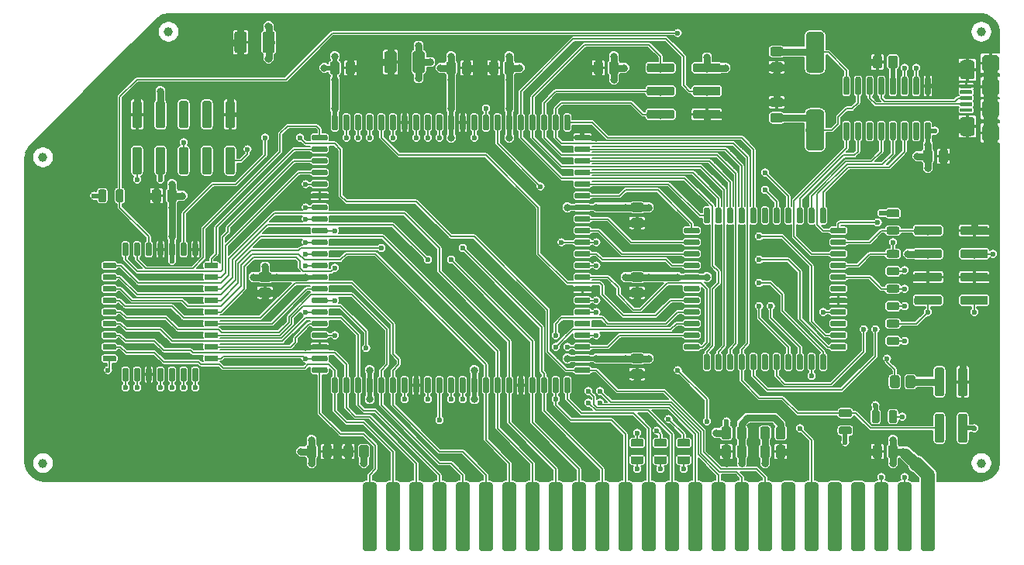
<source format=gtl>
G04 #@! TF.GenerationSoftware,KiCad,Pcbnew,(5.1.2-1)-1*
G04 #@! TF.CreationDate,2019-07-29T21:02:17-04:00*
G04 #@! TF.ProjectId,Mouserial,4d6f7573-6572-4696-916c-2e6b69636164,rev?*
G04 #@! TF.SameCoordinates,Original*
G04 #@! TF.FileFunction,Copper,L1,Top*
G04 #@! TF.FilePolarity,Positive*
%FSLAX46Y46*%
G04 Gerber Fmt 4.6, Leading zero omitted, Abs format (unit mm)*
G04 Created by KiCad (PCBNEW (5.1.2-1)-1) date 2019-07-29 21:02:17*
%MOMM*%
%LPD*%
G04 APERTURE LIST*
%ADD10C,0.100000*%
%ADD11C,1.325000*%
%ADD12C,1.050000*%
%ADD13C,0.400000*%
%ADD14C,1.600000*%
%ADD15C,1.800000*%
%ADD16C,1.900000*%
%ADD17C,1.000000*%
%ADD18C,0.600000*%
%ADD19C,0.850000*%
%ADD20C,2.000000*%
%ADD21C,1.524000*%
%ADD22C,0.800000*%
%ADD23C,0.508000*%
%ADD24C,0.762000*%
%ADD25C,0.152400*%
%ADD26C,1.270000*%
%ADD27C,1.524000*%
%ADD28C,0.254000*%
G04 APERTURE END LIST*
D10*
G36*
X78909505Y-84551204D02*
G01*
X78933773Y-84554804D01*
X78957572Y-84560765D01*
X78980671Y-84569030D01*
X79002850Y-84579520D01*
X79023893Y-84592132D01*
X79043599Y-84606747D01*
X79061777Y-84623223D01*
X79078253Y-84641401D01*
X79092868Y-84661107D01*
X79105480Y-84682150D01*
X79115970Y-84704329D01*
X79124235Y-84727428D01*
X79130196Y-84751227D01*
X79133796Y-84775495D01*
X79135000Y-84799999D01*
X79135000Y-86650001D01*
X79133796Y-86674505D01*
X79130196Y-86698773D01*
X79124235Y-86722572D01*
X79115970Y-86745671D01*
X79105480Y-86767850D01*
X79092868Y-86788893D01*
X79078253Y-86808599D01*
X79061777Y-86826777D01*
X79043599Y-86843253D01*
X79023893Y-86857868D01*
X79002850Y-86870480D01*
X78980671Y-86880970D01*
X78957572Y-86889235D01*
X78933773Y-86895196D01*
X78909505Y-86898796D01*
X78885001Y-86900000D01*
X78059999Y-86900000D01*
X78035495Y-86898796D01*
X78011227Y-86895196D01*
X77987428Y-86889235D01*
X77964329Y-86880970D01*
X77942150Y-86870480D01*
X77921107Y-86857868D01*
X77901401Y-86843253D01*
X77883223Y-86826777D01*
X77866747Y-86808599D01*
X77852132Y-86788893D01*
X77839520Y-86767850D01*
X77829030Y-86745671D01*
X77820765Y-86722572D01*
X77814804Y-86698773D01*
X77811204Y-86674505D01*
X77810000Y-86650001D01*
X77810000Y-84799999D01*
X77811204Y-84775495D01*
X77814804Y-84751227D01*
X77820765Y-84727428D01*
X77829030Y-84704329D01*
X77839520Y-84682150D01*
X77852132Y-84661107D01*
X77866747Y-84641401D01*
X77883223Y-84623223D01*
X77901401Y-84606747D01*
X77921107Y-84592132D01*
X77942150Y-84579520D01*
X77964329Y-84569030D01*
X77987428Y-84560765D01*
X78011227Y-84554804D01*
X78035495Y-84551204D01*
X78059999Y-84550000D01*
X78885001Y-84550000D01*
X78909505Y-84551204D01*
X78909505Y-84551204D01*
G37*
D11*
X78472500Y-85725000D03*
D10*
G36*
X81984505Y-84551204D02*
G01*
X82008773Y-84554804D01*
X82032572Y-84560765D01*
X82055671Y-84569030D01*
X82077850Y-84579520D01*
X82098893Y-84592132D01*
X82118599Y-84606747D01*
X82136777Y-84623223D01*
X82153253Y-84641401D01*
X82167868Y-84661107D01*
X82180480Y-84682150D01*
X82190970Y-84704329D01*
X82199235Y-84727428D01*
X82205196Y-84751227D01*
X82208796Y-84775495D01*
X82210000Y-84799999D01*
X82210000Y-86650001D01*
X82208796Y-86674505D01*
X82205196Y-86698773D01*
X82199235Y-86722572D01*
X82190970Y-86745671D01*
X82180480Y-86767850D01*
X82167868Y-86788893D01*
X82153253Y-86808599D01*
X82136777Y-86826777D01*
X82118599Y-86843253D01*
X82098893Y-86857868D01*
X82077850Y-86870480D01*
X82055671Y-86880970D01*
X82032572Y-86889235D01*
X82008773Y-86895196D01*
X81984505Y-86898796D01*
X81960001Y-86900000D01*
X81134999Y-86900000D01*
X81110495Y-86898796D01*
X81086227Y-86895196D01*
X81062428Y-86889235D01*
X81039329Y-86880970D01*
X81017150Y-86870480D01*
X80996107Y-86857868D01*
X80976401Y-86843253D01*
X80958223Y-86826777D01*
X80941747Y-86808599D01*
X80927132Y-86788893D01*
X80914520Y-86767850D01*
X80904030Y-86745671D01*
X80895765Y-86722572D01*
X80889804Y-86698773D01*
X80886204Y-86674505D01*
X80885000Y-86650001D01*
X80885000Y-84799999D01*
X80886204Y-84775495D01*
X80889804Y-84751227D01*
X80895765Y-84727428D01*
X80904030Y-84704329D01*
X80914520Y-84682150D01*
X80927132Y-84661107D01*
X80941747Y-84641401D01*
X80958223Y-84623223D01*
X80976401Y-84606747D01*
X80996107Y-84592132D01*
X81017150Y-84579520D01*
X81039329Y-84569030D01*
X81062428Y-84560765D01*
X81086227Y-84554804D01*
X81110495Y-84551204D01*
X81134999Y-84550000D01*
X81960001Y-84550000D01*
X81984505Y-84551204D01*
X81984505Y-84551204D01*
G37*
D11*
X81547500Y-85725000D03*
D10*
G36*
X121368229Y-125539264D02*
G01*
X121393711Y-125543044D01*
X121418700Y-125549303D01*
X121442954Y-125557982D01*
X121466242Y-125568996D01*
X121488337Y-125582239D01*
X121509028Y-125597585D01*
X121528116Y-125614884D01*
X121545415Y-125633972D01*
X121560761Y-125654663D01*
X121574004Y-125676758D01*
X121585018Y-125700046D01*
X121593697Y-125724300D01*
X121599956Y-125749289D01*
X121603736Y-125774771D01*
X121605000Y-125800500D01*
X121605000Y-126675500D01*
X121603736Y-126701229D01*
X121599956Y-126726711D01*
X121593697Y-126751700D01*
X121585018Y-126775954D01*
X121574004Y-126799242D01*
X121560761Y-126821337D01*
X121545415Y-126842028D01*
X121528116Y-126861116D01*
X121509028Y-126878415D01*
X121488337Y-126893761D01*
X121466242Y-126907004D01*
X121442954Y-126918018D01*
X121418700Y-126926697D01*
X121393711Y-126932956D01*
X121368229Y-126936736D01*
X121342500Y-126938000D01*
X120817500Y-126938000D01*
X120791771Y-126936736D01*
X120766289Y-126932956D01*
X120741300Y-126926697D01*
X120717046Y-126918018D01*
X120693758Y-126907004D01*
X120671663Y-126893761D01*
X120650972Y-126878415D01*
X120631884Y-126861116D01*
X120614585Y-126842028D01*
X120599239Y-126821337D01*
X120585996Y-126799242D01*
X120574982Y-126775954D01*
X120566303Y-126751700D01*
X120560044Y-126726711D01*
X120556264Y-126701229D01*
X120555000Y-126675500D01*
X120555000Y-125800500D01*
X120556264Y-125774771D01*
X120560044Y-125749289D01*
X120566303Y-125724300D01*
X120574982Y-125700046D01*
X120585996Y-125676758D01*
X120599239Y-125654663D01*
X120614585Y-125633972D01*
X120631884Y-125614884D01*
X120650972Y-125597585D01*
X120671663Y-125582239D01*
X120693758Y-125568996D01*
X120717046Y-125557982D01*
X120741300Y-125549303D01*
X120766289Y-125543044D01*
X120791771Y-125539264D01*
X120817500Y-125538000D01*
X121342500Y-125538000D01*
X121368229Y-125539264D01*
X121368229Y-125539264D01*
G37*
D12*
X121080000Y-126238000D03*
D10*
G36*
X119668229Y-125539264D02*
G01*
X119693711Y-125543044D01*
X119718700Y-125549303D01*
X119742954Y-125557982D01*
X119766242Y-125568996D01*
X119788337Y-125582239D01*
X119809028Y-125597585D01*
X119828116Y-125614884D01*
X119845415Y-125633972D01*
X119860761Y-125654663D01*
X119874004Y-125676758D01*
X119885018Y-125700046D01*
X119893697Y-125724300D01*
X119899956Y-125749289D01*
X119903736Y-125774771D01*
X119905000Y-125800500D01*
X119905000Y-126675500D01*
X119903736Y-126701229D01*
X119899956Y-126726711D01*
X119893697Y-126751700D01*
X119885018Y-126775954D01*
X119874004Y-126799242D01*
X119860761Y-126821337D01*
X119845415Y-126842028D01*
X119828116Y-126861116D01*
X119809028Y-126878415D01*
X119788337Y-126893761D01*
X119766242Y-126907004D01*
X119742954Y-126918018D01*
X119718700Y-126926697D01*
X119693711Y-126932956D01*
X119668229Y-126936736D01*
X119642500Y-126938000D01*
X119117500Y-126938000D01*
X119091771Y-126936736D01*
X119066289Y-126932956D01*
X119041300Y-126926697D01*
X119017046Y-126918018D01*
X118993758Y-126907004D01*
X118971663Y-126893761D01*
X118950972Y-126878415D01*
X118931884Y-126861116D01*
X118914585Y-126842028D01*
X118899239Y-126821337D01*
X118885996Y-126799242D01*
X118874982Y-126775954D01*
X118866303Y-126751700D01*
X118860044Y-126726711D01*
X118856264Y-126701229D01*
X118855000Y-126675500D01*
X118855000Y-125800500D01*
X118856264Y-125774771D01*
X118860044Y-125749289D01*
X118866303Y-125724300D01*
X118874982Y-125700046D01*
X118885996Y-125676758D01*
X118899239Y-125654663D01*
X118914585Y-125633972D01*
X118931884Y-125614884D01*
X118950972Y-125597585D01*
X118971663Y-125582239D01*
X118993758Y-125568996D01*
X119017046Y-125557982D01*
X119041300Y-125549303D01*
X119066289Y-125543044D01*
X119091771Y-125539264D01*
X119117500Y-125538000D01*
X119642500Y-125538000D01*
X119668229Y-125539264D01*
X119668229Y-125539264D01*
G37*
D12*
X119380000Y-126238000D03*
D10*
G36*
X117128229Y-125539264D02*
G01*
X117153711Y-125543044D01*
X117178700Y-125549303D01*
X117202954Y-125557982D01*
X117226242Y-125568996D01*
X117248337Y-125582239D01*
X117269028Y-125597585D01*
X117288116Y-125614884D01*
X117305415Y-125633972D01*
X117320761Y-125654663D01*
X117334004Y-125676758D01*
X117345018Y-125700046D01*
X117353697Y-125724300D01*
X117359956Y-125749289D01*
X117363736Y-125774771D01*
X117365000Y-125800500D01*
X117365000Y-126675500D01*
X117363736Y-126701229D01*
X117359956Y-126726711D01*
X117353697Y-126751700D01*
X117345018Y-126775954D01*
X117334004Y-126799242D01*
X117320761Y-126821337D01*
X117305415Y-126842028D01*
X117288116Y-126861116D01*
X117269028Y-126878415D01*
X117248337Y-126893761D01*
X117226242Y-126907004D01*
X117202954Y-126918018D01*
X117178700Y-126926697D01*
X117153711Y-126932956D01*
X117128229Y-126936736D01*
X117102500Y-126938000D01*
X116577500Y-126938000D01*
X116551771Y-126936736D01*
X116526289Y-126932956D01*
X116501300Y-126926697D01*
X116477046Y-126918018D01*
X116453758Y-126907004D01*
X116431663Y-126893761D01*
X116410972Y-126878415D01*
X116391884Y-126861116D01*
X116374585Y-126842028D01*
X116359239Y-126821337D01*
X116345996Y-126799242D01*
X116334982Y-126775954D01*
X116326303Y-126751700D01*
X116320044Y-126726711D01*
X116316264Y-126701229D01*
X116315000Y-126675500D01*
X116315000Y-125800500D01*
X116316264Y-125774771D01*
X116320044Y-125749289D01*
X116326303Y-125724300D01*
X116334982Y-125700046D01*
X116345996Y-125676758D01*
X116359239Y-125654663D01*
X116374585Y-125633972D01*
X116391884Y-125614884D01*
X116410972Y-125597585D01*
X116431663Y-125582239D01*
X116453758Y-125568996D01*
X116477046Y-125557982D01*
X116501300Y-125549303D01*
X116526289Y-125543044D01*
X116551771Y-125539264D01*
X116577500Y-125538000D01*
X117102500Y-125538000D01*
X117128229Y-125539264D01*
X117128229Y-125539264D01*
G37*
D12*
X116840000Y-126238000D03*
D10*
G36*
X115428229Y-125539264D02*
G01*
X115453711Y-125543044D01*
X115478700Y-125549303D01*
X115502954Y-125557982D01*
X115526242Y-125568996D01*
X115548337Y-125582239D01*
X115569028Y-125597585D01*
X115588116Y-125614884D01*
X115605415Y-125633972D01*
X115620761Y-125654663D01*
X115634004Y-125676758D01*
X115645018Y-125700046D01*
X115653697Y-125724300D01*
X115659956Y-125749289D01*
X115663736Y-125774771D01*
X115665000Y-125800500D01*
X115665000Y-126675500D01*
X115663736Y-126701229D01*
X115659956Y-126726711D01*
X115653697Y-126751700D01*
X115645018Y-126775954D01*
X115634004Y-126799242D01*
X115620761Y-126821337D01*
X115605415Y-126842028D01*
X115588116Y-126861116D01*
X115569028Y-126878415D01*
X115548337Y-126893761D01*
X115526242Y-126907004D01*
X115502954Y-126918018D01*
X115478700Y-126926697D01*
X115453711Y-126932956D01*
X115428229Y-126936736D01*
X115402500Y-126938000D01*
X114877500Y-126938000D01*
X114851771Y-126936736D01*
X114826289Y-126932956D01*
X114801300Y-126926697D01*
X114777046Y-126918018D01*
X114753758Y-126907004D01*
X114731663Y-126893761D01*
X114710972Y-126878415D01*
X114691884Y-126861116D01*
X114674585Y-126842028D01*
X114659239Y-126821337D01*
X114645996Y-126799242D01*
X114634982Y-126775954D01*
X114626303Y-126751700D01*
X114620044Y-126726711D01*
X114616264Y-126701229D01*
X114615000Y-126675500D01*
X114615000Y-125800500D01*
X114616264Y-125774771D01*
X114620044Y-125749289D01*
X114626303Y-125724300D01*
X114634982Y-125700046D01*
X114645996Y-125676758D01*
X114659239Y-125654663D01*
X114674585Y-125633972D01*
X114691884Y-125614884D01*
X114710972Y-125597585D01*
X114731663Y-125582239D01*
X114753758Y-125568996D01*
X114777046Y-125557982D01*
X114801300Y-125549303D01*
X114826289Y-125543044D01*
X114851771Y-125539264D01*
X114877500Y-125538000D01*
X115402500Y-125538000D01*
X115428229Y-125539264D01*
X115428229Y-125539264D01*
G37*
D12*
X115140000Y-126238000D03*
D10*
G36*
X141927802Y-90762482D02*
G01*
X141937509Y-90763921D01*
X141947028Y-90766306D01*
X141956268Y-90769612D01*
X141965140Y-90773808D01*
X141973557Y-90778853D01*
X141981439Y-90784699D01*
X141988711Y-90791289D01*
X141995301Y-90798561D01*
X142001147Y-90806443D01*
X142006192Y-90814860D01*
X142010388Y-90823732D01*
X142013694Y-90832972D01*
X142016079Y-90842491D01*
X142017518Y-90852198D01*
X142018000Y-90862000D01*
X142018000Y-91062000D01*
X142017518Y-91071802D01*
X142016079Y-91081509D01*
X142013694Y-91091028D01*
X142010388Y-91100268D01*
X142006192Y-91109140D01*
X142001147Y-91117557D01*
X141995301Y-91125439D01*
X141988711Y-91132711D01*
X141981439Y-91139301D01*
X141973557Y-91145147D01*
X141965140Y-91150192D01*
X141956268Y-91154388D01*
X141947028Y-91157694D01*
X141937509Y-91160079D01*
X141927802Y-91161518D01*
X141918000Y-91162000D01*
X140768000Y-91162000D01*
X140758198Y-91161518D01*
X140748491Y-91160079D01*
X140738972Y-91157694D01*
X140729732Y-91154388D01*
X140720860Y-91150192D01*
X140712443Y-91145147D01*
X140704561Y-91139301D01*
X140697289Y-91132711D01*
X140690699Y-91125439D01*
X140684853Y-91117557D01*
X140679808Y-91109140D01*
X140675612Y-91100268D01*
X140672306Y-91091028D01*
X140669921Y-91081509D01*
X140668482Y-91071802D01*
X140668000Y-91062000D01*
X140668000Y-90862000D01*
X140668482Y-90852198D01*
X140669921Y-90842491D01*
X140672306Y-90832972D01*
X140675612Y-90823732D01*
X140679808Y-90814860D01*
X140684853Y-90806443D01*
X140690699Y-90798561D01*
X140697289Y-90791289D01*
X140704561Y-90784699D01*
X140712443Y-90778853D01*
X140720860Y-90773808D01*
X140729732Y-90769612D01*
X140738972Y-90766306D01*
X140748491Y-90763921D01*
X140758198Y-90762482D01*
X140768000Y-90762000D01*
X141918000Y-90762000D01*
X141927802Y-90762482D01*
X141927802Y-90762482D01*
G37*
D13*
X141343000Y-90962000D03*
D10*
G36*
X141927802Y-90112482D02*
G01*
X141937509Y-90113921D01*
X141947028Y-90116306D01*
X141956268Y-90119612D01*
X141965140Y-90123808D01*
X141973557Y-90128853D01*
X141981439Y-90134699D01*
X141988711Y-90141289D01*
X141995301Y-90148561D01*
X142001147Y-90156443D01*
X142006192Y-90164860D01*
X142010388Y-90173732D01*
X142013694Y-90182972D01*
X142016079Y-90192491D01*
X142017518Y-90202198D01*
X142018000Y-90212000D01*
X142018000Y-90412000D01*
X142017518Y-90421802D01*
X142016079Y-90431509D01*
X142013694Y-90441028D01*
X142010388Y-90450268D01*
X142006192Y-90459140D01*
X142001147Y-90467557D01*
X141995301Y-90475439D01*
X141988711Y-90482711D01*
X141981439Y-90489301D01*
X141973557Y-90495147D01*
X141965140Y-90500192D01*
X141956268Y-90504388D01*
X141947028Y-90507694D01*
X141937509Y-90510079D01*
X141927802Y-90511518D01*
X141918000Y-90512000D01*
X140768000Y-90512000D01*
X140758198Y-90511518D01*
X140748491Y-90510079D01*
X140738972Y-90507694D01*
X140729732Y-90504388D01*
X140720860Y-90500192D01*
X140712443Y-90495147D01*
X140704561Y-90489301D01*
X140697289Y-90482711D01*
X140690699Y-90475439D01*
X140684853Y-90467557D01*
X140679808Y-90459140D01*
X140675612Y-90450268D01*
X140672306Y-90441028D01*
X140669921Y-90431509D01*
X140668482Y-90421802D01*
X140668000Y-90412000D01*
X140668000Y-90212000D01*
X140668482Y-90202198D01*
X140669921Y-90192491D01*
X140672306Y-90182972D01*
X140675612Y-90173732D01*
X140679808Y-90164860D01*
X140684853Y-90156443D01*
X140690699Y-90148561D01*
X140697289Y-90141289D01*
X140704561Y-90134699D01*
X140712443Y-90128853D01*
X140720860Y-90123808D01*
X140729732Y-90119612D01*
X140738972Y-90116306D01*
X140748491Y-90113921D01*
X140758198Y-90112482D01*
X140768000Y-90112000D01*
X141918000Y-90112000D01*
X141927802Y-90112482D01*
X141927802Y-90112482D01*
G37*
D13*
X141343000Y-90312000D03*
D10*
G36*
X141927802Y-89462482D02*
G01*
X141937509Y-89463921D01*
X141947028Y-89466306D01*
X141956268Y-89469612D01*
X141965140Y-89473808D01*
X141973557Y-89478853D01*
X141981439Y-89484699D01*
X141988711Y-89491289D01*
X141995301Y-89498561D01*
X142001147Y-89506443D01*
X142006192Y-89514860D01*
X142010388Y-89523732D01*
X142013694Y-89532972D01*
X142016079Y-89542491D01*
X142017518Y-89552198D01*
X142018000Y-89562000D01*
X142018000Y-89762000D01*
X142017518Y-89771802D01*
X142016079Y-89781509D01*
X142013694Y-89791028D01*
X142010388Y-89800268D01*
X142006192Y-89809140D01*
X142001147Y-89817557D01*
X141995301Y-89825439D01*
X141988711Y-89832711D01*
X141981439Y-89839301D01*
X141973557Y-89845147D01*
X141965140Y-89850192D01*
X141956268Y-89854388D01*
X141947028Y-89857694D01*
X141937509Y-89860079D01*
X141927802Y-89861518D01*
X141918000Y-89862000D01*
X140768000Y-89862000D01*
X140758198Y-89861518D01*
X140748491Y-89860079D01*
X140738972Y-89857694D01*
X140729732Y-89854388D01*
X140720860Y-89850192D01*
X140712443Y-89845147D01*
X140704561Y-89839301D01*
X140697289Y-89832711D01*
X140690699Y-89825439D01*
X140684853Y-89817557D01*
X140679808Y-89809140D01*
X140675612Y-89800268D01*
X140672306Y-89791028D01*
X140669921Y-89781509D01*
X140668482Y-89771802D01*
X140668000Y-89762000D01*
X140668000Y-89562000D01*
X140668482Y-89552198D01*
X140669921Y-89542491D01*
X140672306Y-89532972D01*
X140675612Y-89523732D01*
X140679808Y-89514860D01*
X140684853Y-89506443D01*
X140690699Y-89498561D01*
X140697289Y-89491289D01*
X140704561Y-89484699D01*
X140712443Y-89478853D01*
X140720860Y-89473808D01*
X140729732Y-89469612D01*
X140738972Y-89466306D01*
X140748491Y-89463921D01*
X140758198Y-89462482D01*
X140768000Y-89462000D01*
X141918000Y-89462000D01*
X141927802Y-89462482D01*
X141927802Y-89462482D01*
G37*
D13*
X141343000Y-89662000D03*
D10*
G36*
X141927802Y-88812482D02*
G01*
X141937509Y-88813921D01*
X141947028Y-88816306D01*
X141956268Y-88819612D01*
X141965140Y-88823808D01*
X141973557Y-88828853D01*
X141981439Y-88834699D01*
X141988711Y-88841289D01*
X141995301Y-88848561D01*
X142001147Y-88856443D01*
X142006192Y-88864860D01*
X142010388Y-88873732D01*
X142013694Y-88882972D01*
X142016079Y-88892491D01*
X142017518Y-88902198D01*
X142018000Y-88912000D01*
X142018000Y-89112000D01*
X142017518Y-89121802D01*
X142016079Y-89131509D01*
X142013694Y-89141028D01*
X142010388Y-89150268D01*
X142006192Y-89159140D01*
X142001147Y-89167557D01*
X141995301Y-89175439D01*
X141988711Y-89182711D01*
X141981439Y-89189301D01*
X141973557Y-89195147D01*
X141965140Y-89200192D01*
X141956268Y-89204388D01*
X141947028Y-89207694D01*
X141937509Y-89210079D01*
X141927802Y-89211518D01*
X141918000Y-89212000D01*
X140768000Y-89212000D01*
X140758198Y-89211518D01*
X140748491Y-89210079D01*
X140738972Y-89207694D01*
X140729732Y-89204388D01*
X140720860Y-89200192D01*
X140712443Y-89195147D01*
X140704561Y-89189301D01*
X140697289Y-89182711D01*
X140690699Y-89175439D01*
X140684853Y-89167557D01*
X140679808Y-89159140D01*
X140675612Y-89150268D01*
X140672306Y-89141028D01*
X140669921Y-89131509D01*
X140668482Y-89121802D01*
X140668000Y-89112000D01*
X140668000Y-88912000D01*
X140668482Y-88902198D01*
X140669921Y-88892491D01*
X140672306Y-88882972D01*
X140675612Y-88873732D01*
X140679808Y-88864860D01*
X140684853Y-88856443D01*
X140690699Y-88848561D01*
X140697289Y-88841289D01*
X140704561Y-88834699D01*
X140712443Y-88828853D01*
X140720860Y-88823808D01*
X140729732Y-88819612D01*
X140738972Y-88816306D01*
X140748491Y-88813921D01*
X140758198Y-88812482D01*
X140768000Y-88812000D01*
X141918000Y-88812000D01*
X141927802Y-88812482D01*
X141927802Y-88812482D01*
G37*
D13*
X141343000Y-89012000D03*
D10*
G36*
X141927802Y-88162482D02*
G01*
X141937509Y-88163921D01*
X141947028Y-88166306D01*
X141956268Y-88169612D01*
X141965140Y-88173808D01*
X141973557Y-88178853D01*
X141981439Y-88184699D01*
X141988711Y-88191289D01*
X141995301Y-88198561D01*
X142001147Y-88206443D01*
X142006192Y-88214860D01*
X142010388Y-88223732D01*
X142013694Y-88232972D01*
X142016079Y-88242491D01*
X142017518Y-88252198D01*
X142018000Y-88262000D01*
X142018000Y-88462000D01*
X142017518Y-88471802D01*
X142016079Y-88481509D01*
X142013694Y-88491028D01*
X142010388Y-88500268D01*
X142006192Y-88509140D01*
X142001147Y-88517557D01*
X141995301Y-88525439D01*
X141988711Y-88532711D01*
X141981439Y-88539301D01*
X141973557Y-88545147D01*
X141965140Y-88550192D01*
X141956268Y-88554388D01*
X141947028Y-88557694D01*
X141937509Y-88560079D01*
X141927802Y-88561518D01*
X141918000Y-88562000D01*
X140768000Y-88562000D01*
X140758198Y-88561518D01*
X140748491Y-88560079D01*
X140738972Y-88557694D01*
X140729732Y-88554388D01*
X140720860Y-88550192D01*
X140712443Y-88545147D01*
X140704561Y-88539301D01*
X140697289Y-88532711D01*
X140690699Y-88525439D01*
X140684853Y-88517557D01*
X140679808Y-88509140D01*
X140675612Y-88500268D01*
X140672306Y-88491028D01*
X140669921Y-88481509D01*
X140668482Y-88471802D01*
X140668000Y-88462000D01*
X140668000Y-88262000D01*
X140668482Y-88252198D01*
X140669921Y-88242491D01*
X140672306Y-88232972D01*
X140675612Y-88223732D01*
X140679808Y-88214860D01*
X140684853Y-88206443D01*
X140690699Y-88198561D01*
X140697289Y-88191289D01*
X140704561Y-88184699D01*
X140712443Y-88178853D01*
X140720860Y-88173808D01*
X140729732Y-88169612D01*
X140738972Y-88166306D01*
X140748491Y-88163921D01*
X140758198Y-88162482D01*
X140768000Y-88162000D01*
X141918000Y-88162000D01*
X141927802Y-88162482D01*
X141927802Y-88162482D01*
G37*
D13*
X141343000Y-88362000D03*
D10*
G36*
X141907207Y-91713926D02*
G01*
X141946036Y-91719686D01*
X141984114Y-91729224D01*
X142021073Y-91742448D01*
X142056559Y-91759231D01*
X142090228Y-91779412D01*
X142121757Y-91802796D01*
X142150843Y-91829157D01*
X142177204Y-91858243D01*
X142200588Y-91889772D01*
X142220769Y-91923441D01*
X142237552Y-91958927D01*
X142250776Y-91995886D01*
X142260314Y-92033964D01*
X142266074Y-92072793D01*
X142268000Y-92112000D01*
X142268000Y-93412000D01*
X142266074Y-93451207D01*
X142260314Y-93490036D01*
X142250776Y-93528114D01*
X142237552Y-93565073D01*
X142220769Y-93600559D01*
X142200588Y-93634228D01*
X142177204Y-93665757D01*
X142150843Y-93694843D01*
X142121757Y-93721204D01*
X142090228Y-93744588D01*
X142056559Y-93764769D01*
X142021073Y-93781552D01*
X141984114Y-93794776D01*
X141946036Y-93804314D01*
X141907207Y-93810074D01*
X141868000Y-93812000D01*
X141068000Y-93812000D01*
X141028793Y-93810074D01*
X140989964Y-93804314D01*
X140951886Y-93794776D01*
X140914927Y-93781552D01*
X140879441Y-93764769D01*
X140845772Y-93744588D01*
X140814243Y-93721204D01*
X140785157Y-93694843D01*
X140758796Y-93665757D01*
X140735412Y-93634228D01*
X140715231Y-93600559D01*
X140698448Y-93565073D01*
X140685224Y-93528114D01*
X140675686Y-93490036D01*
X140669926Y-93451207D01*
X140668000Y-93412000D01*
X140668000Y-92112000D01*
X140669926Y-92072793D01*
X140675686Y-92033964D01*
X140685224Y-91995886D01*
X140698448Y-91958927D01*
X140715231Y-91923441D01*
X140735412Y-91889772D01*
X140758796Y-91858243D01*
X140785157Y-91829157D01*
X140814243Y-91802796D01*
X140845772Y-91779412D01*
X140879441Y-91759231D01*
X140914927Y-91742448D01*
X140951886Y-91729224D01*
X140989964Y-91719686D01*
X141028793Y-91713926D01*
X141068000Y-91712000D01*
X141868000Y-91712000D01*
X141907207Y-91713926D01*
X141907207Y-91713926D01*
G37*
D14*
X141468000Y-92762000D03*
D10*
G36*
X141907207Y-85513926D02*
G01*
X141946036Y-85519686D01*
X141984114Y-85529224D01*
X142021073Y-85542448D01*
X142056559Y-85559231D01*
X142090228Y-85579412D01*
X142121757Y-85602796D01*
X142150843Y-85629157D01*
X142177204Y-85658243D01*
X142200588Y-85689772D01*
X142220769Y-85723441D01*
X142237552Y-85758927D01*
X142250776Y-85795886D01*
X142260314Y-85833964D01*
X142266074Y-85872793D01*
X142268000Y-85912000D01*
X142268000Y-87212000D01*
X142266074Y-87251207D01*
X142260314Y-87290036D01*
X142250776Y-87328114D01*
X142237552Y-87365073D01*
X142220769Y-87400559D01*
X142200588Y-87434228D01*
X142177204Y-87465757D01*
X142150843Y-87494843D01*
X142121757Y-87521204D01*
X142090228Y-87544588D01*
X142056559Y-87564769D01*
X142021073Y-87581552D01*
X141984114Y-87594776D01*
X141946036Y-87604314D01*
X141907207Y-87610074D01*
X141868000Y-87612000D01*
X141068000Y-87612000D01*
X141028793Y-87610074D01*
X140989964Y-87604314D01*
X140951886Y-87594776D01*
X140914927Y-87581552D01*
X140879441Y-87564769D01*
X140845772Y-87544588D01*
X140814243Y-87521204D01*
X140785157Y-87494843D01*
X140758796Y-87465757D01*
X140735412Y-87434228D01*
X140715231Y-87400559D01*
X140698448Y-87365073D01*
X140685224Y-87328114D01*
X140675686Y-87290036D01*
X140669926Y-87251207D01*
X140668000Y-87212000D01*
X140668000Y-85912000D01*
X140669926Y-85872793D01*
X140675686Y-85833964D01*
X140685224Y-85795886D01*
X140698448Y-85758927D01*
X140715231Y-85723441D01*
X140735412Y-85689772D01*
X140758796Y-85658243D01*
X140785157Y-85629157D01*
X140814243Y-85602796D01*
X140845772Y-85579412D01*
X140879441Y-85559231D01*
X140914927Y-85542448D01*
X140951886Y-85529224D01*
X140989964Y-85519686D01*
X141028793Y-85513926D01*
X141068000Y-85512000D01*
X141868000Y-85512000D01*
X141907207Y-85513926D01*
X141907207Y-85513926D01*
G37*
D14*
X141468000Y-86562000D03*
D10*
G36*
X144562108Y-92564167D02*
G01*
X144605791Y-92570647D01*
X144648628Y-92581377D01*
X144690208Y-92596254D01*
X144730129Y-92615135D01*
X144768007Y-92637839D01*
X144803477Y-92664145D01*
X144836198Y-92693802D01*
X144865855Y-92726523D01*
X144892161Y-92761993D01*
X144914865Y-92799871D01*
X144933746Y-92839792D01*
X144948623Y-92881372D01*
X144959353Y-92924209D01*
X144965833Y-92967892D01*
X144968000Y-93012000D01*
X144968000Y-93912000D01*
X144965833Y-93956108D01*
X144959353Y-93999791D01*
X144948623Y-94042628D01*
X144933746Y-94084208D01*
X144914865Y-94124129D01*
X144892161Y-94162007D01*
X144865855Y-94197477D01*
X144836198Y-94230198D01*
X144803477Y-94259855D01*
X144768007Y-94286161D01*
X144730129Y-94308865D01*
X144690208Y-94327746D01*
X144648628Y-94342623D01*
X144605791Y-94353353D01*
X144562108Y-94359833D01*
X144518000Y-94362000D01*
X143518000Y-94362000D01*
X143473892Y-94359833D01*
X143430209Y-94353353D01*
X143387372Y-94342623D01*
X143345792Y-94327746D01*
X143305871Y-94308865D01*
X143267993Y-94286161D01*
X143232523Y-94259855D01*
X143199802Y-94230198D01*
X143170145Y-94197477D01*
X143143839Y-94162007D01*
X143121135Y-94124129D01*
X143102254Y-94084208D01*
X143087377Y-94042628D01*
X143076647Y-93999791D01*
X143070167Y-93956108D01*
X143068000Y-93912000D01*
X143068000Y-93012000D01*
X143070167Y-92967892D01*
X143076647Y-92924209D01*
X143087377Y-92881372D01*
X143102254Y-92839792D01*
X143121135Y-92799871D01*
X143143839Y-92761993D01*
X143170145Y-92726523D01*
X143199802Y-92693802D01*
X143232523Y-92664145D01*
X143267993Y-92637839D01*
X143305871Y-92615135D01*
X143345792Y-92596254D01*
X143387372Y-92581377D01*
X143430209Y-92570647D01*
X143473892Y-92564167D01*
X143518000Y-92562000D01*
X144518000Y-92562000D01*
X144562108Y-92564167D01*
X144562108Y-92564167D01*
G37*
D15*
X144018000Y-93462000D03*
D10*
G36*
X144562108Y-84964167D02*
G01*
X144605791Y-84970647D01*
X144648628Y-84981377D01*
X144690208Y-84996254D01*
X144730129Y-85015135D01*
X144768007Y-85037839D01*
X144803477Y-85064145D01*
X144836198Y-85093802D01*
X144865855Y-85126523D01*
X144892161Y-85161993D01*
X144914865Y-85199871D01*
X144933746Y-85239792D01*
X144948623Y-85281372D01*
X144959353Y-85324209D01*
X144965833Y-85367892D01*
X144968000Y-85412000D01*
X144968000Y-86312000D01*
X144965833Y-86356108D01*
X144959353Y-86399791D01*
X144948623Y-86442628D01*
X144933746Y-86484208D01*
X144914865Y-86524129D01*
X144892161Y-86562007D01*
X144865855Y-86597477D01*
X144836198Y-86630198D01*
X144803477Y-86659855D01*
X144768007Y-86686161D01*
X144730129Y-86708865D01*
X144690208Y-86727746D01*
X144648628Y-86742623D01*
X144605791Y-86753353D01*
X144562108Y-86759833D01*
X144518000Y-86762000D01*
X143518000Y-86762000D01*
X143473892Y-86759833D01*
X143430209Y-86753353D01*
X143387372Y-86742623D01*
X143345792Y-86727746D01*
X143305871Y-86708865D01*
X143267993Y-86686161D01*
X143232523Y-86659855D01*
X143199802Y-86630198D01*
X143170145Y-86597477D01*
X143143839Y-86562007D01*
X143121135Y-86524129D01*
X143102254Y-86484208D01*
X143087377Y-86442628D01*
X143076647Y-86399791D01*
X143070167Y-86356108D01*
X143068000Y-86312000D01*
X143068000Y-85412000D01*
X143070167Y-85367892D01*
X143076647Y-85324209D01*
X143087377Y-85281372D01*
X143102254Y-85239792D01*
X143121135Y-85199871D01*
X143143839Y-85161993D01*
X143170145Y-85126523D01*
X143199802Y-85093802D01*
X143232523Y-85064145D01*
X143267993Y-85037839D01*
X143305871Y-85015135D01*
X143345792Y-84996254D01*
X143387372Y-84981377D01*
X143430209Y-84970647D01*
X143473892Y-84964167D01*
X143518000Y-84962000D01*
X144518000Y-84962000D01*
X144562108Y-84964167D01*
X144562108Y-84964167D01*
G37*
D15*
X144018000Y-85862000D03*
D10*
G36*
X144539558Y-89914287D02*
G01*
X144585668Y-89921127D01*
X144630885Y-89932453D01*
X144674775Y-89948157D01*
X144716913Y-89968087D01*
X144756896Y-89992052D01*
X144794337Y-90019820D01*
X144828876Y-90051124D01*
X144860180Y-90085663D01*
X144887948Y-90123104D01*
X144911913Y-90163087D01*
X144931843Y-90205225D01*
X144947547Y-90249115D01*
X144958873Y-90294332D01*
X144965713Y-90340442D01*
X144968000Y-90387000D01*
X144968000Y-91337000D01*
X144965713Y-91383558D01*
X144958873Y-91429668D01*
X144947547Y-91474885D01*
X144931843Y-91518775D01*
X144911913Y-91560913D01*
X144887948Y-91600896D01*
X144860180Y-91638337D01*
X144828876Y-91672876D01*
X144794337Y-91704180D01*
X144756896Y-91731948D01*
X144716913Y-91755913D01*
X144674775Y-91775843D01*
X144630885Y-91791547D01*
X144585668Y-91802873D01*
X144539558Y-91809713D01*
X144493000Y-91812000D01*
X143543000Y-91812000D01*
X143496442Y-91809713D01*
X143450332Y-91802873D01*
X143405115Y-91791547D01*
X143361225Y-91775843D01*
X143319087Y-91755913D01*
X143279104Y-91731948D01*
X143241663Y-91704180D01*
X143207124Y-91672876D01*
X143175820Y-91638337D01*
X143148052Y-91600896D01*
X143124087Y-91560913D01*
X143104157Y-91518775D01*
X143088453Y-91474885D01*
X143077127Y-91429668D01*
X143070287Y-91383558D01*
X143068000Y-91337000D01*
X143068000Y-90387000D01*
X143070287Y-90340442D01*
X143077127Y-90294332D01*
X143088453Y-90249115D01*
X143104157Y-90205225D01*
X143124087Y-90163087D01*
X143148052Y-90123104D01*
X143175820Y-90085663D01*
X143207124Y-90051124D01*
X143241663Y-90019820D01*
X143279104Y-89992052D01*
X143319087Y-89968087D01*
X143361225Y-89948157D01*
X143405115Y-89932453D01*
X143450332Y-89921127D01*
X143496442Y-89914287D01*
X143543000Y-89912000D01*
X144493000Y-89912000D01*
X144539558Y-89914287D01*
X144539558Y-89914287D01*
G37*
D16*
X144018000Y-90862000D03*
D10*
G36*
X144539558Y-87514287D02*
G01*
X144585668Y-87521127D01*
X144630885Y-87532453D01*
X144674775Y-87548157D01*
X144716913Y-87568087D01*
X144756896Y-87592052D01*
X144794337Y-87619820D01*
X144828876Y-87651124D01*
X144860180Y-87685663D01*
X144887948Y-87723104D01*
X144911913Y-87763087D01*
X144931843Y-87805225D01*
X144947547Y-87849115D01*
X144958873Y-87894332D01*
X144965713Y-87940442D01*
X144968000Y-87987000D01*
X144968000Y-88937000D01*
X144965713Y-88983558D01*
X144958873Y-89029668D01*
X144947547Y-89074885D01*
X144931843Y-89118775D01*
X144911913Y-89160913D01*
X144887948Y-89200896D01*
X144860180Y-89238337D01*
X144828876Y-89272876D01*
X144794337Y-89304180D01*
X144756896Y-89331948D01*
X144716913Y-89355913D01*
X144674775Y-89375843D01*
X144630885Y-89391547D01*
X144585668Y-89402873D01*
X144539558Y-89409713D01*
X144493000Y-89412000D01*
X143543000Y-89412000D01*
X143496442Y-89409713D01*
X143450332Y-89402873D01*
X143405115Y-89391547D01*
X143361225Y-89375843D01*
X143319087Y-89355913D01*
X143279104Y-89331948D01*
X143241663Y-89304180D01*
X143207124Y-89272876D01*
X143175820Y-89238337D01*
X143148052Y-89200896D01*
X143124087Y-89160913D01*
X143104157Y-89118775D01*
X143088453Y-89074885D01*
X143077127Y-89029668D01*
X143070287Y-88983558D01*
X143068000Y-88937000D01*
X143068000Y-87987000D01*
X143070287Y-87940442D01*
X143077127Y-87894332D01*
X143088453Y-87849115D01*
X143104157Y-87805225D01*
X143124087Y-87763087D01*
X143148052Y-87723104D01*
X143175820Y-87685663D01*
X143207124Y-87651124D01*
X143241663Y-87619820D01*
X143279104Y-87592052D01*
X143319087Y-87568087D01*
X143361225Y-87548157D01*
X143405115Y-87532453D01*
X143450332Y-87521127D01*
X143496442Y-87514287D01*
X143543000Y-87512000D01*
X144493000Y-87512000D01*
X144539558Y-87514287D01*
X144539558Y-87514287D01*
G37*
D16*
X144018000Y-88462000D03*
D10*
G36*
X53614504Y-89961204D02*
G01*
X53638773Y-89964804D01*
X53662571Y-89970765D01*
X53685671Y-89979030D01*
X53707849Y-89989520D01*
X53728893Y-90002133D01*
X53748598Y-90016747D01*
X53766777Y-90033223D01*
X53783253Y-90051402D01*
X53797867Y-90071107D01*
X53810480Y-90092151D01*
X53820970Y-90114329D01*
X53829235Y-90137429D01*
X53835196Y-90161227D01*
X53838796Y-90185496D01*
X53840000Y-90210000D01*
X53840000Y-92710000D01*
X53838796Y-92734504D01*
X53835196Y-92758773D01*
X53829235Y-92782571D01*
X53820970Y-92805671D01*
X53810480Y-92827849D01*
X53797867Y-92848893D01*
X53783253Y-92868598D01*
X53766777Y-92886777D01*
X53748598Y-92903253D01*
X53728893Y-92917867D01*
X53707849Y-92930480D01*
X53685671Y-92940970D01*
X53662571Y-92949235D01*
X53638773Y-92955196D01*
X53614504Y-92958796D01*
X53590000Y-92960000D01*
X53090000Y-92960000D01*
X53065496Y-92958796D01*
X53041227Y-92955196D01*
X53017429Y-92949235D01*
X52994329Y-92940970D01*
X52972151Y-92930480D01*
X52951107Y-92917867D01*
X52931402Y-92903253D01*
X52913223Y-92886777D01*
X52896747Y-92868598D01*
X52882133Y-92848893D01*
X52869520Y-92827849D01*
X52859030Y-92805671D01*
X52850765Y-92782571D01*
X52844804Y-92758773D01*
X52841204Y-92734504D01*
X52840000Y-92710000D01*
X52840000Y-90210000D01*
X52841204Y-90185496D01*
X52844804Y-90161227D01*
X52850765Y-90137429D01*
X52859030Y-90114329D01*
X52869520Y-90092151D01*
X52882133Y-90071107D01*
X52896747Y-90051402D01*
X52913223Y-90033223D01*
X52931402Y-90016747D01*
X52951107Y-90002133D01*
X52972151Y-89989520D01*
X52994329Y-89979030D01*
X53017429Y-89970765D01*
X53041227Y-89964804D01*
X53065496Y-89961204D01*
X53090000Y-89960000D01*
X53590000Y-89960000D01*
X53614504Y-89961204D01*
X53614504Y-89961204D01*
G37*
D17*
X53340000Y-91460000D03*
D10*
G36*
X56154504Y-95001204D02*
G01*
X56178773Y-95004804D01*
X56202571Y-95010765D01*
X56225671Y-95019030D01*
X56247849Y-95029520D01*
X56268893Y-95042133D01*
X56288598Y-95056747D01*
X56306777Y-95073223D01*
X56323253Y-95091402D01*
X56337867Y-95111107D01*
X56350480Y-95132151D01*
X56360970Y-95154329D01*
X56369235Y-95177429D01*
X56375196Y-95201227D01*
X56378796Y-95225496D01*
X56380000Y-95250000D01*
X56380000Y-97750000D01*
X56378796Y-97774504D01*
X56375196Y-97798773D01*
X56369235Y-97822571D01*
X56360970Y-97845671D01*
X56350480Y-97867849D01*
X56337867Y-97888893D01*
X56323253Y-97908598D01*
X56306777Y-97926777D01*
X56288598Y-97943253D01*
X56268893Y-97957867D01*
X56247849Y-97970480D01*
X56225671Y-97980970D01*
X56202571Y-97989235D01*
X56178773Y-97995196D01*
X56154504Y-97998796D01*
X56130000Y-98000000D01*
X55630000Y-98000000D01*
X55605496Y-97998796D01*
X55581227Y-97995196D01*
X55557429Y-97989235D01*
X55534329Y-97980970D01*
X55512151Y-97970480D01*
X55491107Y-97957867D01*
X55471402Y-97943253D01*
X55453223Y-97926777D01*
X55436747Y-97908598D01*
X55422133Y-97888893D01*
X55409520Y-97867849D01*
X55399030Y-97845671D01*
X55390765Y-97822571D01*
X55384804Y-97798773D01*
X55381204Y-97774504D01*
X55380000Y-97750000D01*
X55380000Y-95250000D01*
X55381204Y-95225496D01*
X55384804Y-95201227D01*
X55390765Y-95177429D01*
X55399030Y-95154329D01*
X55409520Y-95132151D01*
X55422133Y-95111107D01*
X55436747Y-95091402D01*
X55453223Y-95073223D01*
X55471402Y-95056747D01*
X55491107Y-95042133D01*
X55512151Y-95029520D01*
X55534329Y-95019030D01*
X55557429Y-95010765D01*
X55581227Y-95004804D01*
X55605496Y-95001204D01*
X55630000Y-95000000D01*
X56130000Y-95000000D01*
X56154504Y-95001204D01*
X56154504Y-95001204D01*
G37*
D17*
X55880000Y-96500000D03*
D10*
G36*
X51074504Y-95001204D02*
G01*
X51098773Y-95004804D01*
X51122571Y-95010765D01*
X51145671Y-95019030D01*
X51167849Y-95029520D01*
X51188893Y-95042133D01*
X51208598Y-95056747D01*
X51226777Y-95073223D01*
X51243253Y-95091402D01*
X51257867Y-95111107D01*
X51270480Y-95132151D01*
X51280970Y-95154329D01*
X51289235Y-95177429D01*
X51295196Y-95201227D01*
X51298796Y-95225496D01*
X51300000Y-95250000D01*
X51300000Y-97750000D01*
X51298796Y-97774504D01*
X51295196Y-97798773D01*
X51289235Y-97822571D01*
X51280970Y-97845671D01*
X51270480Y-97867849D01*
X51257867Y-97888893D01*
X51243253Y-97908598D01*
X51226777Y-97926777D01*
X51208598Y-97943253D01*
X51188893Y-97957867D01*
X51167849Y-97970480D01*
X51145671Y-97980970D01*
X51122571Y-97989235D01*
X51098773Y-97995196D01*
X51074504Y-97998796D01*
X51050000Y-98000000D01*
X50550000Y-98000000D01*
X50525496Y-97998796D01*
X50501227Y-97995196D01*
X50477429Y-97989235D01*
X50454329Y-97980970D01*
X50432151Y-97970480D01*
X50411107Y-97957867D01*
X50391402Y-97943253D01*
X50373223Y-97926777D01*
X50356747Y-97908598D01*
X50342133Y-97888893D01*
X50329520Y-97867849D01*
X50319030Y-97845671D01*
X50310765Y-97822571D01*
X50304804Y-97798773D01*
X50301204Y-97774504D01*
X50300000Y-97750000D01*
X50300000Y-95250000D01*
X50301204Y-95225496D01*
X50304804Y-95201227D01*
X50310765Y-95177429D01*
X50319030Y-95154329D01*
X50329520Y-95132151D01*
X50342133Y-95111107D01*
X50356747Y-95091402D01*
X50373223Y-95073223D01*
X50391402Y-95056747D01*
X50411107Y-95042133D01*
X50432151Y-95029520D01*
X50454329Y-95019030D01*
X50477429Y-95010765D01*
X50501227Y-95004804D01*
X50525496Y-95001204D01*
X50550000Y-95000000D01*
X51050000Y-95000000D01*
X51074504Y-95001204D01*
X51074504Y-95001204D01*
G37*
D17*
X50800000Y-96500000D03*
D10*
G36*
X61234504Y-95001204D02*
G01*
X61258773Y-95004804D01*
X61282571Y-95010765D01*
X61305671Y-95019030D01*
X61327849Y-95029520D01*
X61348893Y-95042133D01*
X61368598Y-95056747D01*
X61386777Y-95073223D01*
X61403253Y-95091402D01*
X61417867Y-95111107D01*
X61430480Y-95132151D01*
X61440970Y-95154329D01*
X61449235Y-95177429D01*
X61455196Y-95201227D01*
X61458796Y-95225496D01*
X61460000Y-95250000D01*
X61460000Y-97750000D01*
X61458796Y-97774504D01*
X61455196Y-97798773D01*
X61449235Y-97822571D01*
X61440970Y-97845671D01*
X61430480Y-97867849D01*
X61417867Y-97888893D01*
X61403253Y-97908598D01*
X61386777Y-97926777D01*
X61368598Y-97943253D01*
X61348893Y-97957867D01*
X61327849Y-97970480D01*
X61305671Y-97980970D01*
X61282571Y-97989235D01*
X61258773Y-97995196D01*
X61234504Y-97998796D01*
X61210000Y-98000000D01*
X60710000Y-98000000D01*
X60685496Y-97998796D01*
X60661227Y-97995196D01*
X60637429Y-97989235D01*
X60614329Y-97980970D01*
X60592151Y-97970480D01*
X60571107Y-97957867D01*
X60551402Y-97943253D01*
X60533223Y-97926777D01*
X60516747Y-97908598D01*
X60502133Y-97888893D01*
X60489520Y-97867849D01*
X60479030Y-97845671D01*
X60470765Y-97822571D01*
X60464804Y-97798773D01*
X60461204Y-97774504D01*
X60460000Y-97750000D01*
X60460000Y-95250000D01*
X60461204Y-95225496D01*
X60464804Y-95201227D01*
X60470765Y-95177429D01*
X60479030Y-95154329D01*
X60489520Y-95132151D01*
X60502133Y-95111107D01*
X60516747Y-95091402D01*
X60533223Y-95073223D01*
X60551402Y-95056747D01*
X60571107Y-95042133D01*
X60592151Y-95029520D01*
X60614329Y-95019030D01*
X60637429Y-95010765D01*
X60661227Y-95004804D01*
X60685496Y-95001204D01*
X60710000Y-95000000D01*
X61210000Y-95000000D01*
X61234504Y-95001204D01*
X61234504Y-95001204D01*
G37*
D17*
X60960000Y-96500000D03*
D10*
G36*
X58694504Y-95001204D02*
G01*
X58718773Y-95004804D01*
X58742571Y-95010765D01*
X58765671Y-95019030D01*
X58787849Y-95029520D01*
X58808893Y-95042133D01*
X58828598Y-95056747D01*
X58846777Y-95073223D01*
X58863253Y-95091402D01*
X58877867Y-95111107D01*
X58890480Y-95132151D01*
X58900970Y-95154329D01*
X58909235Y-95177429D01*
X58915196Y-95201227D01*
X58918796Y-95225496D01*
X58920000Y-95250000D01*
X58920000Y-97750000D01*
X58918796Y-97774504D01*
X58915196Y-97798773D01*
X58909235Y-97822571D01*
X58900970Y-97845671D01*
X58890480Y-97867849D01*
X58877867Y-97888893D01*
X58863253Y-97908598D01*
X58846777Y-97926777D01*
X58828598Y-97943253D01*
X58808893Y-97957867D01*
X58787849Y-97970480D01*
X58765671Y-97980970D01*
X58742571Y-97989235D01*
X58718773Y-97995196D01*
X58694504Y-97998796D01*
X58670000Y-98000000D01*
X58170000Y-98000000D01*
X58145496Y-97998796D01*
X58121227Y-97995196D01*
X58097429Y-97989235D01*
X58074329Y-97980970D01*
X58052151Y-97970480D01*
X58031107Y-97957867D01*
X58011402Y-97943253D01*
X57993223Y-97926777D01*
X57976747Y-97908598D01*
X57962133Y-97888893D01*
X57949520Y-97867849D01*
X57939030Y-97845671D01*
X57930765Y-97822571D01*
X57924804Y-97798773D01*
X57921204Y-97774504D01*
X57920000Y-97750000D01*
X57920000Y-95250000D01*
X57921204Y-95225496D01*
X57924804Y-95201227D01*
X57930765Y-95177429D01*
X57939030Y-95154329D01*
X57949520Y-95132151D01*
X57962133Y-95111107D01*
X57976747Y-95091402D01*
X57993223Y-95073223D01*
X58011402Y-95056747D01*
X58031107Y-95042133D01*
X58052151Y-95029520D01*
X58074329Y-95019030D01*
X58097429Y-95010765D01*
X58121227Y-95004804D01*
X58145496Y-95001204D01*
X58170000Y-95000000D01*
X58670000Y-95000000D01*
X58694504Y-95001204D01*
X58694504Y-95001204D01*
G37*
D17*
X58420000Y-96500000D03*
D10*
G36*
X56154504Y-89961204D02*
G01*
X56178773Y-89964804D01*
X56202571Y-89970765D01*
X56225671Y-89979030D01*
X56247849Y-89989520D01*
X56268893Y-90002133D01*
X56288598Y-90016747D01*
X56306777Y-90033223D01*
X56323253Y-90051402D01*
X56337867Y-90071107D01*
X56350480Y-90092151D01*
X56360970Y-90114329D01*
X56369235Y-90137429D01*
X56375196Y-90161227D01*
X56378796Y-90185496D01*
X56380000Y-90210000D01*
X56380000Y-92710000D01*
X56378796Y-92734504D01*
X56375196Y-92758773D01*
X56369235Y-92782571D01*
X56360970Y-92805671D01*
X56350480Y-92827849D01*
X56337867Y-92848893D01*
X56323253Y-92868598D01*
X56306777Y-92886777D01*
X56288598Y-92903253D01*
X56268893Y-92917867D01*
X56247849Y-92930480D01*
X56225671Y-92940970D01*
X56202571Y-92949235D01*
X56178773Y-92955196D01*
X56154504Y-92958796D01*
X56130000Y-92960000D01*
X55630000Y-92960000D01*
X55605496Y-92958796D01*
X55581227Y-92955196D01*
X55557429Y-92949235D01*
X55534329Y-92940970D01*
X55512151Y-92930480D01*
X55491107Y-92917867D01*
X55471402Y-92903253D01*
X55453223Y-92886777D01*
X55436747Y-92868598D01*
X55422133Y-92848893D01*
X55409520Y-92827849D01*
X55399030Y-92805671D01*
X55390765Y-92782571D01*
X55384804Y-92758773D01*
X55381204Y-92734504D01*
X55380000Y-92710000D01*
X55380000Y-90210000D01*
X55381204Y-90185496D01*
X55384804Y-90161227D01*
X55390765Y-90137429D01*
X55399030Y-90114329D01*
X55409520Y-90092151D01*
X55422133Y-90071107D01*
X55436747Y-90051402D01*
X55453223Y-90033223D01*
X55471402Y-90016747D01*
X55491107Y-90002133D01*
X55512151Y-89989520D01*
X55534329Y-89979030D01*
X55557429Y-89970765D01*
X55581227Y-89964804D01*
X55605496Y-89961204D01*
X55630000Y-89960000D01*
X56130000Y-89960000D01*
X56154504Y-89961204D01*
X56154504Y-89961204D01*
G37*
D17*
X55880000Y-91460000D03*
D10*
G36*
X53614504Y-95001204D02*
G01*
X53638773Y-95004804D01*
X53662571Y-95010765D01*
X53685671Y-95019030D01*
X53707849Y-95029520D01*
X53728893Y-95042133D01*
X53748598Y-95056747D01*
X53766777Y-95073223D01*
X53783253Y-95091402D01*
X53797867Y-95111107D01*
X53810480Y-95132151D01*
X53820970Y-95154329D01*
X53829235Y-95177429D01*
X53835196Y-95201227D01*
X53838796Y-95225496D01*
X53840000Y-95250000D01*
X53840000Y-97750000D01*
X53838796Y-97774504D01*
X53835196Y-97798773D01*
X53829235Y-97822571D01*
X53820970Y-97845671D01*
X53810480Y-97867849D01*
X53797867Y-97888893D01*
X53783253Y-97908598D01*
X53766777Y-97926777D01*
X53748598Y-97943253D01*
X53728893Y-97957867D01*
X53707849Y-97970480D01*
X53685671Y-97980970D01*
X53662571Y-97989235D01*
X53638773Y-97995196D01*
X53614504Y-97998796D01*
X53590000Y-98000000D01*
X53090000Y-98000000D01*
X53065496Y-97998796D01*
X53041227Y-97995196D01*
X53017429Y-97989235D01*
X52994329Y-97980970D01*
X52972151Y-97970480D01*
X52951107Y-97957867D01*
X52931402Y-97943253D01*
X52913223Y-97926777D01*
X52896747Y-97908598D01*
X52882133Y-97888893D01*
X52869520Y-97867849D01*
X52859030Y-97845671D01*
X52850765Y-97822571D01*
X52844804Y-97798773D01*
X52841204Y-97774504D01*
X52840000Y-97750000D01*
X52840000Y-95250000D01*
X52841204Y-95225496D01*
X52844804Y-95201227D01*
X52850765Y-95177429D01*
X52859030Y-95154329D01*
X52869520Y-95132151D01*
X52882133Y-95111107D01*
X52896747Y-95091402D01*
X52913223Y-95073223D01*
X52931402Y-95056747D01*
X52951107Y-95042133D01*
X52972151Y-95029520D01*
X52994329Y-95019030D01*
X53017429Y-95010765D01*
X53041227Y-95004804D01*
X53065496Y-95001204D01*
X53090000Y-95000000D01*
X53590000Y-95000000D01*
X53614504Y-95001204D01*
X53614504Y-95001204D01*
G37*
D17*
X53340000Y-96500000D03*
D10*
G36*
X58694504Y-89961204D02*
G01*
X58718773Y-89964804D01*
X58742571Y-89970765D01*
X58765671Y-89979030D01*
X58787849Y-89989520D01*
X58808893Y-90002133D01*
X58828598Y-90016747D01*
X58846777Y-90033223D01*
X58863253Y-90051402D01*
X58877867Y-90071107D01*
X58890480Y-90092151D01*
X58900970Y-90114329D01*
X58909235Y-90137429D01*
X58915196Y-90161227D01*
X58918796Y-90185496D01*
X58920000Y-90210000D01*
X58920000Y-92710000D01*
X58918796Y-92734504D01*
X58915196Y-92758773D01*
X58909235Y-92782571D01*
X58900970Y-92805671D01*
X58890480Y-92827849D01*
X58877867Y-92848893D01*
X58863253Y-92868598D01*
X58846777Y-92886777D01*
X58828598Y-92903253D01*
X58808893Y-92917867D01*
X58787849Y-92930480D01*
X58765671Y-92940970D01*
X58742571Y-92949235D01*
X58718773Y-92955196D01*
X58694504Y-92958796D01*
X58670000Y-92960000D01*
X58170000Y-92960000D01*
X58145496Y-92958796D01*
X58121227Y-92955196D01*
X58097429Y-92949235D01*
X58074329Y-92940970D01*
X58052151Y-92930480D01*
X58031107Y-92917867D01*
X58011402Y-92903253D01*
X57993223Y-92886777D01*
X57976747Y-92868598D01*
X57962133Y-92848893D01*
X57949520Y-92827849D01*
X57939030Y-92805671D01*
X57930765Y-92782571D01*
X57924804Y-92758773D01*
X57921204Y-92734504D01*
X57920000Y-92710000D01*
X57920000Y-90210000D01*
X57921204Y-90185496D01*
X57924804Y-90161227D01*
X57930765Y-90137429D01*
X57939030Y-90114329D01*
X57949520Y-90092151D01*
X57962133Y-90071107D01*
X57976747Y-90051402D01*
X57993223Y-90033223D01*
X58011402Y-90016747D01*
X58031107Y-90002133D01*
X58052151Y-89989520D01*
X58074329Y-89979030D01*
X58097429Y-89970765D01*
X58121227Y-89964804D01*
X58145496Y-89961204D01*
X58170000Y-89960000D01*
X58670000Y-89960000D01*
X58694504Y-89961204D01*
X58694504Y-89961204D01*
G37*
D17*
X58420000Y-91460000D03*
D10*
G36*
X61234504Y-89961204D02*
G01*
X61258773Y-89964804D01*
X61282571Y-89970765D01*
X61305671Y-89979030D01*
X61327849Y-89989520D01*
X61348893Y-90002133D01*
X61368598Y-90016747D01*
X61386777Y-90033223D01*
X61403253Y-90051402D01*
X61417867Y-90071107D01*
X61430480Y-90092151D01*
X61440970Y-90114329D01*
X61449235Y-90137429D01*
X61455196Y-90161227D01*
X61458796Y-90185496D01*
X61460000Y-90210000D01*
X61460000Y-92710000D01*
X61458796Y-92734504D01*
X61455196Y-92758773D01*
X61449235Y-92782571D01*
X61440970Y-92805671D01*
X61430480Y-92827849D01*
X61417867Y-92848893D01*
X61403253Y-92868598D01*
X61386777Y-92886777D01*
X61368598Y-92903253D01*
X61348893Y-92917867D01*
X61327849Y-92930480D01*
X61305671Y-92940970D01*
X61282571Y-92949235D01*
X61258773Y-92955196D01*
X61234504Y-92958796D01*
X61210000Y-92960000D01*
X60710000Y-92960000D01*
X60685496Y-92958796D01*
X60661227Y-92955196D01*
X60637429Y-92949235D01*
X60614329Y-92940970D01*
X60592151Y-92930480D01*
X60571107Y-92917867D01*
X60551402Y-92903253D01*
X60533223Y-92886777D01*
X60516747Y-92868598D01*
X60502133Y-92848893D01*
X60489520Y-92827849D01*
X60479030Y-92805671D01*
X60470765Y-92782571D01*
X60464804Y-92758773D01*
X60461204Y-92734504D01*
X60460000Y-92710000D01*
X60460000Y-90210000D01*
X60461204Y-90185496D01*
X60464804Y-90161227D01*
X60470765Y-90137429D01*
X60479030Y-90114329D01*
X60489520Y-90092151D01*
X60502133Y-90071107D01*
X60516747Y-90051402D01*
X60533223Y-90033223D01*
X60551402Y-90016747D01*
X60571107Y-90002133D01*
X60592151Y-89989520D01*
X60614329Y-89979030D01*
X60637429Y-89970765D01*
X60661227Y-89964804D01*
X60685496Y-89961204D01*
X60710000Y-89960000D01*
X61210000Y-89960000D01*
X61234504Y-89961204D01*
X61234504Y-89961204D01*
G37*
D17*
X60960000Y-91460000D03*
D10*
G36*
X51074504Y-89961204D02*
G01*
X51098773Y-89964804D01*
X51122571Y-89970765D01*
X51145671Y-89979030D01*
X51167849Y-89989520D01*
X51188893Y-90002133D01*
X51208598Y-90016747D01*
X51226777Y-90033223D01*
X51243253Y-90051402D01*
X51257867Y-90071107D01*
X51270480Y-90092151D01*
X51280970Y-90114329D01*
X51289235Y-90137429D01*
X51295196Y-90161227D01*
X51298796Y-90185496D01*
X51300000Y-90210000D01*
X51300000Y-92710000D01*
X51298796Y-92734504D01*
X51295196Y-92758773D01*
X51289235Y-92782571D01*
X51280970Y-92805671D01*
X51270480Y-92827849D01*
X51257867Y-92848893D01*
X51243253Y-92868598D01*
X51226777Y-92886777D01*
X51208598Y-92903253D01*
X51188893Y-92917867D01*
X51167849Y-92930480D01*
X51145671Y-92940970D01*
X51122571Y-92949235D01*
X51098773Y-92955196D01*
X51074504Y-92958796D01*
X51050000Y-92960000D01*
X50550000Y-92960000D01*
X50525496Y-92958796D01*
X50501227Y-92955196D01*
X50477429Y-92949235D01*
X50454329Y-92940970D01*
X50432151Y-92930480D01*
X50411107Y-92917867D01*
X50391402Y-92903253D01*
X50373223Y-92886777D01*
X50356747Y-92868598D01*
X50342133Y-92848893D01*
X50329520Y-92827849D01*
X50319030Y-92805671D01*
X50310765Y-92782571D01*
X50304804Y-92758773D01*
X50301204Y-92734504D01*
X50300000Y-92710000D01*
X50300000Y-90210000D01*
X50301204Y-90185496D01*
X50304804Y-90161227D01*
X50310765Y-90137429D01*
X50319030Y-90114329D01*
X50329520Y-90092151D01*
X50342133Y-90071107D01*
X50356747Y-90051402D01*
X50373223Y-90033223D01*
X50391402Y-90016747D01*
X50411107Y-90002133D01*
X50432151Y-89989520D01*
X50454329Y-89979030D01*
X50477429Y-89970765D01*
X50501227Y-89964804D01*
X50525496Y-89961204D01*
X50550000Y-89960000D01*
X51050000Y-89960000D01*
X51074504Y-89961204D01*
X51074504Y-89961204D01*
G37*
D17*
X50800000Y-91460000D03*
D10*
G36*
X114284504Y-85861204D02*
G01*
X114308773Y-85864804D01*
X114332571Y-85870765D01*
X114355671Y-85879030D01*
X114377849Y-85889520D01*
X114398893Y-85902133D01*
X114418598Y-85916747D01*
X114436777Y-85933223D01*
X114453253Y-85951402D01*
X114467867Y-85971107D01*
X114480480Y-85992151D01*
X114490970Y-86014329D01*
X114499235Y-86037429D01*
X114505196Y-86061227D01*
X114508796Y-86085496D01*
X114510000Y-86110000D01*
X114510000Y-86610000D01*
X114508796Y-86634504D01*
X114505196Y-86658773D01*
X114499235Y-86682571D01*
X114490970Y-86705671D01*
X114480480Y-86727849D01*
X114467867Y-86748893D01*
X114453253Y-86768598D01*
X114436777Y-86786777D01*
X114418598Y-86803253D01*
X114398893Y-86817867D01*
X114377849Y-86830480D01*
X114355671Y-86840970D01*
X114332571Y-86849235D01*
X114308773Y-86855196D01*
X114284504Y-86858796D01*
X114260000Y-86860000D01*
X111760000Y-86860000D01*
X111735496Y-86858796D01*
X111711227Y-86855196D01*
X111687429Y-86849235D01*
X111664329Y-86840970D01*
X111642151Y-86830480D01*
X111621107Y-86817867D01*
X111601402Y-86803253D01*
X111583223Y-86786777D01*
X111566747Y-86768598D01*
X111552133Y-86748893D01*
X111539520Y-86727849D01*
X111529030Y-86705671D01*
X111520765Y-86682571D01*
X111514804Y-86658773D01*
X111511204Y-86634504D01*
X111510000Y-86610000D01*
X111510000Y-86110000D01*
X111511204Y-86085496D01*
X111514804Y-86061227D01*
X111520765Y-86037429D01*
X111529030Y-86014329D01*
X111539520Y-85992151D01*
X111552133Y-85971107D01*
X111566747Y-85951402D01*
X111583223Y-85933223D01*
X111601402Y-85916747D01*
X111621107Y-85902133D01*
X111642151Y-85889520D01*
X111664329Y-85879030D01*
X111687429Y-85870765D01*
X111711227Y-85864804D01*
X111735496Y-85861204D01*
X111760000Y-85860000D01*
X114260000Y-85860000D01*
X114284504Y-85861204D01*
X114284504Y-85861204D01*
G37*
D17*
X113010000Y-86360000D03*
D10*
G36*
X114284504Y-88401204D02*
G01*
X114308773Y-88404804D01*
X114332571Y-88410765D01*
X114355671Y-88419030D01*
X114377849Y-88429520D01*
X114398893Y-88442133D01*
X114418598Y-88456747D01*
X114436777Y-88473223D01*
X114453253Y-88491402D01*
X114467867Y-88511107D01*
X114480480Y-88532151D01*
X114490970Y-88554329D01*
X114499235Y-88577429D01*
X114505196Y-88601227D01*
X114508796Y-88625496D01*
X114510000Y-88650000D01*
X114510000Y-89150000D01*
X114508796Y-89174504D01*
X114505196Y-89198773D01*
X114499235Y-89222571D01*
X114490970Y-89245671D01*
X114480480Y-89267849D01*
X114467867Y-89288893D01*
X114453253Y-89308598D01*
X114436777Y-89326777D01*
X114418598Y-89343253D01*
X114398893Y-89357867D01*
X114377849Y-89370480D01*
X114355671Y-89380970D01*
X114332571Y-89389235D01*
X114308773Y-89395196D01*
X114284504Y-89398796D01*
X114260000Y-89400000D01*
X111760000Y-89400000D01*
X111735496Y-89398796D01*
X111711227Y-89395196D01*
X111687429Y-89389235D01*
X111664329Y-89380970D01*
X111642151Y-89370480D01*
X111621107Y-89357867D01*
X111601402Y-89343253D01*
X111583223Y-89326777D01*
X111566747Y-89308598D01*
X111552133Y-89288893D01*
X111539520Y-89267849D01*
X111529030Y-89245671D01*
X111520765Y-89222571D01*
X111514804Y-89198773D01*
X111511204Y-89174504D01*
X111510000Y-89150000D01*
X111510000Y-88650000D01*
X111511204Y-88625496D01*
X111514804Y-88601227D01*
X111520765Y-88577429D01*
X111529030Y-88554329D01*
X111539520Y-88532151D01*
X111552133Y-88511107D01*
X111566747Y-88491402D01*
X111583223Y-88473223D01*
X111601402Y-88456747D01*
X111621107Y-88442133D01*
X111642151Y-88429520D01*
X111664329Y-88419030D01*
X111687429Y-88410765D01*
X111711227Y-88404804D01*
X111735496Y-88401204D01*
X111760000Y-88400000D01*
X114260000Y-88400000D01*
X114284504Y-88401204D01*
X114284504Y-88401204D01*
G37*
D17*
X113010000Y-88900000D03*
D10*
G36*
X109244504Y-90941204D02*
G01*
X109268773Y-90944804D01*
X109292571Y-90950765D01*
X109315671Y-90959030D01*
X109337849Y-90969520D01*
X109358893Y-90982133D01*
X109378598Y-90996747D01*
X109396777Y-91013223D01*
X109413253Y-91031402D01*
X109427867Y-91051107D01*
X109440480Y-91072151D01*
X109450970Y-91094329D01*
X109459235Y-91117429D01*
X109465196Y-91141227D01*
X109468796Y-91165496D01*
X109470000Y-91190000D01*
X109470000Y-91690000D01*
X109468796Y-91714504D01*
X109465196Y-91738773D01*
X109459235Y-91762571D01*
X109450970Y-91785671D01*
X109440480Y-91807849D01*
X109427867Y-91828893D01*
X109413253Y-91848598D01*
X109396777Y-91866777D01*
X109378598Y-91883253D01*
X109358893Y-91897867D01*
X109337849Y-91910480D01*
X109315671Y-91920970D01*
X109292571Y-91929235D01*
X109268773Y-91935196D01*
X109244504Y-91938796D01*
X109220000Y-91940000D01*
X106720000Y-91940000D01*
X106695496Y-91938796D01*
X106671227Y-91935196D01*
X106647429Y-91929235D01*
X106624329Y-91920970D01*
X106602151Y-91910480D01*
X106581107Y-91897867D01*
X106561402Y-91883253D01*
X106543223Y-91866777D01*
X106526747Y-91848598D01*
X106512133Y-91828893D01*
X106499520Y-91807849D01*
X106489030Y-91785671D01*
X106480765Y-91762571D01*
X106474804Y-91738773D01*
X106471204Y-91714504D01*
X106470000Y-91690000D01*
X106470000Y-91190000D01*
X106471204Y-91165496D01*
X106474804Y-91141227D01*
X106480765Y-91117429D01*
X106489030Y-91094329D01*
X106499520Y-91072151D01*
X106512133Y-91051107D01*
X106526747Y-91031402D01*
X106543223Y-91013223D01*
X106561402Y-90996747D01*
X106581107Y-90982133D01*
X106602151Y-90969520D01*
X106624329Y-90959030D01*
X106647429Y-90950765D01*
X106671227Y-90944804D01*
X106695496Y-90941204D01*
X106720000Y-90940000D01*
X109220000Y-90940000D01*
X109244504Y-90941204D01*
X109244504Y-90941204D01*
G37*
D17*
X107970000Y-91440000D03*
D10*
G36*
X114284504Y-90941204D02*
G01*
X114308773Y-90944804D01*
X114332571Y-90950765D01*
X114355671Y-90959030D01*
X114377849Y-90969520D01*
X114398893Y-90982133D01*
X114418598Y-90996747D01*
X114436777Y-91013223D01*
X114453253Y-91031402D01*
X114467867Y-91051107D01*
X114480480Y-91072151D01*
X114490970Y-91094329D01*
X114499235Y-91117429D01*
X114505196Y-91141227D01*
X114508796Y-91165496D01*
X114510000Y-91190000D01*
X114510000Y-91690000D01*
X114508796Y-91714504D01*
X114505196Y-91738773D01*
X114499235Y-91762571D01*
X114490970Y-91785671D01*
X114480480Y-91807849D01*
X114467867Y-91828893D01*
X114453253Y-91848598D01*
X114436777Y-91866777D01*
X114418598Y-91883253D01*
X114398893Y-91897867D01*
X114377849Y-91910480D01*
X114355671Y-91920970D01*
X114332571Y-91929235D01*
X114308773Y-91935196D01*
X114284504Y-91938796D01*
X114260000Y-91940000D01*
X111760000Y-91940000D01*
X111735496Y-91938796D01*
X111711227Y-91935196D01*
X111687429Y-91929235D01*
X111664329Y-91920970D01*
X111642151Y-91910480D01*
X111621107Y-91897867D01*
X111601402Y-91883253D01*
X111583223Y-91866777D01*
X111566747Y-91848598D01*
X111552133Y-91828893D01*
X111539520Y-91807849D01*
X111529030Y-91785671D01*
X111520765Y-91762571D01*
X111514804Y-91738773D01*
X111511204Y-91714504D01*
X111510000Y-91690000D01*
X111510000Y-91190000D01*
X111511204Y-91165496D01*
X111514804Y-91141227D01*
X111520765Y-91117429D01*
X111529030Y-91094329D01*
X111539520Y-91072151D01*
X111552133Y-91051107D01*
X111566747Y-91031402D01*
X111583223Y-91013223D01*
X111601402Y-90996747D01*
X111621107Y-90982133D01*
X111642151Y-90969520D01*
X111664329Y-90959030D01*
X111687429Y-90950765D01*
X111711227Y-90944804D01*
X111735496Y-90941204D01*
X111760000Y-90940000D01*
X114260000Y-90940000D01*
X114284504Y-90941204D01*
X114284504Y-90941204D01*
G37*
D17*
X113010000Y-91440000D03*
D10*
G36*
X109244504Y-88401204D02*
G01*
X109268773Y-88404804D01*
X109292571Y-88410765D01*
X109315671Y-88419030D01*
X109337849Y-88429520D01*
X109358893Y-88442133D01*
X109378598Y-88456747D01*
X109396777Y-88473223D01*
X109413253Y-88491402D01*
X109427867Y-88511107D01*
X109440480Y-88532151D01*
X109450970Y-88554329D01*
X109459235Y-88577429D01*
X109465196Y-88601227D01*
X109468796Y-88625496D01*
X109470000Y-88650000D01*
X109470000Y-89150000D01*
X109468796Y-89174504D01*
X109465196Y-89198773D01*
X109459235Y-89222571D01*
X109450970Y-89245671D01*
X109440480Y-89267849D01*
X109427867Y-89288893D01*
X109413253Y-89308598D01*
X109396777Y-89326777D01*
X109378598Y-89343253D01*
X109358893Y-89357867D01*
X109337849Y-89370480D01*
X109315671Y-89380970D01*
X109292571Y-89389235D01*
X109268773Y-89395196D01*
X109244504Y-89398796D01*
X109220000Y-89400000D01*
X106720000Y-89400000D01*
X106695496Y-89398796D01*
X106671227Y-89395196D01*
X106647429Y-89389235D01*
X106624329Y-89380970D01*
X106602151Y-89370480D01*
X106581107Y-89357867D01*
X106561402Y-89343253D01*
X106543223Y-89326777D01*
X106526747Y-89308598D01*
X106512133Y-89288893D01*
X106499520Y-89267849D01*
X106489030Y-89245671D01*
X106480765Y-89222571D01*
X106474804Y-89198773D01*
X106471204Y-89174504D01*
X106470000Y-89150000D01*
X106470000Y-88650000D01*
X106471204Y-88625496D01*
X106474804Y-88601227D01*
X106480765Y-88577429D01*
X106489030Y-88554329D01*
X106499520Y-88532151D01*
X106512133Y-88511107D01*
X106526747Y-88491402D01*
X106543223Y-88473223D01*
X106561402Y-88456747D01*
X106581107Y-88442133D01*
X106602151Y-88429520D01*
X106624329Y-88419030D01*
X106647429Y-88410765D01*
X106671227Y-88404804D01*
X106695496Y-88401204D01*
X106720000Y-88400000D01*
X109220000Y-88400000D01*
X109244504Y-88401204D01*
X109244504Y-88401204D01*
G37*
D17*
X107970000Y-88900000D03*
D10*
G36*
X109244504Y-85861204D02*
G01*
X109268773Y-85864804D01*
X109292571Y-85870765D01*
X109315671Y-85879030D01*
X109337849Y-85889520D01*
X109358893Y-85902133D01*
X109378598Y-85916747D01*
X109396777Y-85933223D01*
X109413253Y-85951402D01*
X109427867Y-85971107D01*
X109440480Y-85992151D01*
X109450970Y-86014329D01*
X109459235Y-86037429D01*
X109465196Y-86061227D01*
X109468796Y-86085496D01*
X109470000Y-86110000D01*
X109470000Y-86610000D01*
X109468796Y-86634504D01*
X109465196Y-86658773D01*
X109459235Y-86682571D01*
X109450970Y-86705671D01*
X109440480Y-86727849D01*
X109427867Y-86748893D01*
X109413253Y-86768598D01*
X109396777Y-86786777D01*
X109378598Y-86803253D01*
X109358893Y-86817867D01*
X109337849Y-86830480D01*
X109315671Y-86840970D01*
X109292571Y-86849235D01*
X109268773Y-86855196D01*
X109244504Y-86858796D01*
X109220000Y-86860000D01*
X106720000Y-86860000D01*
X106695496Y-86858796D01*
X106671227Y-86855196D01*
X106647429Y-86849235D01*
X106624329Y-86840970D01*
X106602151Y-86830480D01*
X106581107Y-86817867D01*
X106561402Y-86803253D01*
X106543223Y-86786777D01*
X106526747Y-86768598D01*
X106512133Y-86748893D01*
X106499520Y-86727849D01*
X106489030Y-86705671D01*
X106480765Y-86682571D01*
X106474804Y-86658773D01*
X106471204Y-86634504D01*
X106470000Y-86610000D01*
X106470000Y-86110000D01*
X106471204Y-86085496D01*
X106474804Y-86061227D01*
X106480765Y-86037429D01*
X106489030Y-86014329D01*
X106499520Y-85992151D01*
X106512133Y-85971107D01*
X106526747Y-85951402D01*
X106543223Y-85933223D01*
X106561402Y-85916747D01*
X106581107Y-85902133D01*
X106602151Y-85889520D01*
X106624329Y-85879030D01*
X106647429Y-85870765D01*
X106671227Y-85864804D01*
X106695496Y-85861204D01*
X106720000Y-85860000D01*
X109220000Y-85860000D01*
X109244504Y-85861204D01*
X109244504Y-85861204D01*
G37*
D17*
X107970000Y-86360000D03*
D10*
G36*
X143494504Y-103641204D02*
G01*
X143518773Y-103644804D01*
X143542571Y-103650765D01*
X143565671Y-103659030D01*
X143587849Y-103669520D01*
X143608893Y-103682133D01*
X143628598Y-103696747D01*
X143646777Y-103713223D01*
X143663253Y-103731402D01*
X143677867Y-103751107D01*
X143690480Y-103772151D01*
X143700970Y-103794329D01*
X143709235Y-103817429D01*
X143715196Y-103841227D01*
X143718796Y-103865496D01*
X143720000Y-103890000D01*
X143720000Y-104390000D01*
X143718796Y-104414504D01*
X143715196Y-104438773D01*
X143709235Y-104462571D01*
X143700970Y-104485671D01*
X143690480Y-104507849D01*
X143677867Y-104528893D01*
X143663253Y-104548598D01*
X143646777Y-104566777D01*
X143628598Y-104583253D01*
X143608893Y-104597867D01*
X143587849Y-104610480D01*
X143565671Y-104620970D01*
X143542571Y-104629235D01*
X143518773Y-104635196D01*
X143494504Y-104638796D01*
X143470000Y-104640000D01*
X140970000Y-104640000D01*
X140945496Y-104638796D01*
X140921227Y-104635196D01*
X140897429Y-104629235D01*
X140874329Y-104620970D01*
X140852151Y-104610480D01*
X140831107Y-104597867D01*
X140811402Y-104583253D01*
X140793223Y-104566777D01*
X140776747Y-104548598D01*
X140762133Y-104528893D01*
X140749520Y-104507849D01*
X140739030Y-104485671D01*
X140730765Y-104462571D01*
X140724804Y-104438773D01*
X140721204Y-104414504D01*
X140720000Y-104390000D01*
X140720000Y-103890000D01*
X140721204Y-103865496D01*
X140724804Y-103841227D01*
X140730765Y-103817429D01*
X140739030Y-103794329D01*
X140749520Y-103772151D01*
X140762133Y-103751107D01*
X140776747Y-103731402D01*
X140793223Y-103713223D01*
X140811402Y-103696747D01*
X140831107Y-103682133D01*
X140852151Y-103669520D01*
X140874329Y-103659030D01*
X140897429Y-103650765D01*
X140921227Y-103644804D01*
X140945496Y-103641204D01*
X140970000Y-103640000D01*
X143470000Y-103640000D01*
X143494504Y-103641204D01*
X143494504Y-103641204D01*
G37*
D17*
X142220000Y-104140000D03*
D10*
G36*
X143494504Y-111261204D02*
G01*
X143518773Y-111264804D01*
X143542571Y-111270765D01*
X143565671Y-111279030D01*
X143587849Y-111289520D01*
X143608893Y-111302133D01*
X143628598Y-111316747D01*
X143646777Y-111333223D01*
X143663253Y-111351402D01*
X143677867Y-111371107D01*
X143690480Y-111392151D01*
X143700970Y-111414329D01*
X143709235Y-111437429D01*
X143715196Y-111461227D01*
X143718796Y-111485496D01*
X143720000Y-111510000D01*
X143720000Y-112010000D01*
X143718796Y-112034504D01*
X143715196Y-112058773D01*
X143709235Y-112082571D01*
X143700970Y-112105671D01*
X143690480Y-112127849D01*
X143677867Y-112148893D01*
X143663253Y-112168598D01*
X143646777Y-112186777D01*
X143628598Y-112203253D01*
X143608893Y-112217867D01*
X143587849Y-112230480D01*
X143565671Y-112240970D01*
X143542571Y-112249235D01*
X143518773Y-112255196D01*
X143494504Y-112258796D01*
X143470000Y-112260000D01*
X140970000Y-112260000D01*
X140945496Y-112258796D01*
X140921227Y-112255196D01*
X140897429Y-112249235D01*
X140874329Y-112240970D01*
X140852151Y-112230480D01*
X140831107Y-112217867D01*
X140811402Y-112203253D01*
X140793223Y-112186777D01*
X140776747Y-112168598D01*
X140762133Y-112148893D01*
X140749520Y-112127849D01*
X140739030Y-112105671D01*
X140730765Y-112082571D01*
X140724804Y-112058773D01*
X140721204Y-112034504D01*
X140720000Y-112010000D01*
X140720000Y-111510000D01*
X140721204Y-111485496D01*
X140724804Y-111461227D01*
X140730765Y-111437429D01*
X140739030Y-111414329D01*
X140749520Y-111392151D01*
X140762133Y-111371107D01*
X140776747Y-111351402D01*
X140793223Y-111333223D01*
X140811402Y-111316747D01*
X140831107Y-111302133D01*
X140852151Y-111289520D01*
X140874329Y-111279030D01*
X140897429Y-111270765D01*
X140921227Y-111264804D01*
X140945496Y-111261204D01*
X140970000Y-111260000D01*
X143470000Y-111260000D01*
X143494504Y-111261204D01*
X143494504Y-111261204D01*
G37*
D17*
X142220000Y-111760000D03*
D10*
G36*
X138454504Y-106181204D02*
G01*
X138478773Y-106184804D01*
X138502571Y-106190765D01*
X138525671Y-106199030D01*
X138547849Y-106209520D01*
X138568893Y-106222133D01*
X138588598Y-106236747D01*
X138606777Y-106253223D01*
X138623253Y-106271402D01*
X138637867Y-106291107D01*
X138650480Y-106312151D01*
X138660970Y-106334329D01*
X138669235Y-106357429D01*
X138675196Y-106381227D01*
X138678796Y-106405496D01*
X138680000Y-106430000D01*
X138680000Y-106930000D01*
X138678796Y-106954504D01*
X138675196Y-106978773D01*
X138669235Y-107002571D01*
X138660970Y-107025671D01*
X138650480Y-107047849D01*
X138637867Y-107068893D01*
X138623253Y-107088598D01*
X138606777Y-107106777D01*
X138588598Y-107123253D01*
X138568893Y-107137867D01*
X138547849Y-107150480D01*
X138525671Y-107160970D01*
X138502571Y-107169235D01*
X138478773Y-107175196D01*
X138454504Y-107178796D01*
X138430000Y-107180000D01*
X135930000Y-107180000D01*
X135905496Y-107178796D01*
X135881227Y-107175196D01*
X135857429Y-107169235D01*
X135834329Y-107160970D01*
X135812151Y-107150480D01*
X135791107Y-107137867D01*
X135771402Y-107123253D01*
X135753223Y-107106777D01*
X135736747Y-107088598D01*
X135722133Y-107068893D01*
X135709520Y-107047849D01*
X135699030Y-107025671D01*
X135690765Y-107002571D01*
X135684804Y-106978773D01*
X135681204Y-106954504D01*
X135680000Y-106930000D01*
X135680000Y-106430000D01*
X135681204Y-106405496D01*
X135684804Y-106381227D01*
X135690765Y-106357429D01*
X135699030Y-106334329D01*
X135709520Y-106312151D01*
X135722133Y-106291107D01*
X135736747Y-106271402D01*
X135753223Y-106253223D01*
X135771402Y-106236747D01*
X135791107Y-106222133D01*
X135812151Y-106209520D01*
X135834329Y-106199030D01*
X135857429Y-106190765D01*
X135881227Y-106184804D01*
X135905496Y-106181204D01*
X135930000Y-106180000D01*
X138430000Y-106180000D01*
X138454504Y-106181204D01*
X138454504Y-106181204D01*
G37*
D17*
X137180000Y-106680000D03*
D10*
G36*
X143494504Y-108721204D02*
G01*
X143518773Y-108724804D01*
X143542571Y-108730765D01*
X143565671Y-108739030D01*
X143587849Y-108749520D01*
X143608893Y-108762133D01*
X143628598Y-108776747D01*
X143646777Y-108793223D01*
X143663253Y-108811402D01*
X143677867Y-108831107D01*
X143690480Y-108852151D01*
X143700970Y-108874329D01*
X143709235Y-108897429D01*
X143715196Y-108921227D01*
X143718796Y-108945496D01*
X143720000Y-108970000D01*
X143720000Y-109470000D01*
X143718796Y-109494504D01*
X143715196Y-109518773D01*
X143709235Y-109542571D01*
X143700970Y-109565671D01*
X143690480Y-109587849D01*
X143677867Y-109608893D01*
X143663253Y-109628598D01*
X143646777Y-109646777D01*
X143628598Y-109663253D01*
X143608893Y-109677867D01*
X143587849Y-109690480D01*
X143565671Y-109700970D01*
X143542571Y-109709235D01*
X143518773Y-109715196D01*
X143494504Y-109718796D01*
X143470000Y-109720000D01*
X140970000Y-109720000D01*
X140945496Y-109718796D01*
X140921227Y-109715196D01*
X140897429Y-109709235D01*
X140874329Y-109700970D01*
X140852151Y-109690480D01*
X140831107Y-109677867D01*
X140811402Y-109663253D01*
X140793223Y-109646777D01*
X140776747Y-109628598D01*
X140762133Y-109608893D01*
X140749520Y-109587849D01*
X140739030Y-109565671D01*
X140730765Y-109542571D01*
X140724804Y-109518773D01*
X140721204Y-109494504D01*
X140720000Y-109470000D01*
X140720000Y-108970000D01*
X140721204Y-108945496D01*
X140724804Y-108921227D01*
X140730765Y-108897429D01*
X140739030Y-108874329D01*
X140749520Y-108852151D01*
X140762133Y-108831107D01*
X140776747Y-108811402D01*
X140793223Y-108793223D01*
X140811402Y-108776747D01*
X140831107Y-108762133D01*
X140852151Y-108749520D01*
X140874329Y-108739030D01*
X140897429Y-108730765D01*
X140921227Y-108724804D01*
X140945496Y-108721204D01*
X140970000Y-108720000D01*
X143470000Y-108720000D01*
X143494504Y-108721204D01*
X143494504Y-108721204D01*
G37*
D17*
X142220000Y-109220000D03*
D10*
G36*
X138454504Y-111261204D02*
G01*
X138478773Y-111264804D01*
X138502571Y-111270765D01*
X138525671Y-111279030D01*
X138547849Y-111289520D01*
X138568893Y-111302133D01*
X138588598Y-111316747D01*
X138606777Y-111333223D01*
X138623253Y-111351402D01*
X138637867Y-111371107D01*
X138650480Y-111392151D01*
X138660970Y-111414329D01*
X138669235Y-111437429D01*
X138675196Y-111461227D01*
X138678796Y-111485496D01*
X138680000Y-111510000D01*
X138680000Y-112010000D01*
X138678796Y-112034504D01*
X138675196Y-112058773D01*
X138669235Y-112082571D01*
X138660970Y-112105671D01*
X138650480Y-112127849D01*
X138637867Y-112148893D01*
X138623253Y-112168598D01*
X138606777Y-112186777D01*
X138588598Y-112203253D01*
X138568893Y-112217867D01*
X138547849Y-112230480D01*
X138525671Y-112240970D01*
X138502571Y-112249235D01*
X138478773Y-112255196D01*
X138454504Y-112258796D01*
X138430000Y-112260000D01*
X135930000Y-112260000D01*
X135905496Y-112258796D01*
X135881227Y-112255196D01*
X135857429Y-112249235D01*
X135834329Y-112240970D01*
X135812151Y-112230480D01*
X135791107Y-112217867D01*
X135771402Y-112203253D01*
X135753223Y-112186777D01*
X135736747Y-112168598D01*
X135722133Y-112148893D01*
X135709520Y-112127849D01*
X135699030Y-112105671D01*
X135690765Y-112082571D01*
X135684804Y-112058773D01*
X135681204Y-112034504D01*
X135680000Y-112010000D01*
X135680000Y-111510000D01*
X135681204Y-111485496D01*
X135684804Y-111461227D01*
X135690765Y-111437429D01*
X135699030Y-111414329D01*
X135709520Y-111392151D01*
X135722133Y-111371107D01*
X135736747Y-111351402D01*
X135753223Y-111333223D01*
X135771402Y-111316747D01*
X135791107Y-111302133D01*
X135812151Y-111289520D01*
X135834329Y-111279030D01*
X135857429Y-111270765D01*
X135881227Y-111264804D01*
X135905496Y-111261204D01*
X135930000Y-111260000D01*
X138430000Y-111260000D01*
X138454504Y-111261204D01*
X138454504Y-111261204D01*
G37*
D17*
X137180000Y-111760000D03*
D10*
G36*
X138454504Y-103641204D02*
G01*
X138478773Y-103644804D01*
X138502571Y-103650765D01*
X138525671Y-103659030D01*
X138547849Y-103669520D01*
X138568893Y-103682133D01*
X138588598Y-103696747D01*
X138606777Y-103713223D01*
X138623253Y-103731402D01*
X138637867Y-103751107D01*
X138650480Y-103772151D01*
X138660970Y-103794329D01*
X138669235Y-103817429D01*
X138675196Y-103841227D01*
X138678796Y-103865496D01*
X138680000Y-103890000D01*
X138680000Y-104390000D01*
X138678796Y-104414504D01*
X138675196Y-104438773D01*
X138669235Y-104462571D01*
X138660970Y-104485671D01*
X138650480Y-104507849D01*
X138637867Y-104528893D01*
X138623253Y-104548598D01*
X138606777Y-104566777D01*
X138588598Y-104583253D01*
X138568893Y-104597867D01*
X138547849Y-104610480D01*
X138525671Y-104620970D01*
X138502571Y-104629235D01*
X138478773Y-104635196D01*
X138454504Y-104638796D01*
X138430000Y-104640000D01*
X135930000Y-104640000D01*
X135905496Y-104638796D01*
X135881227Y-104635196D01*
X135857429Y-104629235D01*
X135834329Y-104620970D01*
X135812151Y-104610480D01*
X135791107Y-104597867D01*
X135771402Y-104583253D01*
X135753223Y-104566777D01*
X135736747Y-104548598D01*
X135722133Y-104528893D01*
X135709520Y-104507849D01*
X135699030Y-104485671D01*
X135690765Y-104462571D01*
X135684804Y-104438773D01*
X135681204Y-104414504D01*
X135680000Y-104390000D01*
X135680000Y-103890000D01*
X135681204Y-103865496D01*
X135684804Y-103841227D01*
X135690765Y-103817429D01*
X135699030Y-103794329D01*
X135709520Y-103772151D01*
X135722133Y-103751107D01*
X135736747Y-103731402D01*
X135753223Y-103713223D01*
X135771402Y-103696747D01*
X135791107Y-103682133D01*
X135812151Y-103669520D01*
X135834329Y-103659030D01*
X135857429Y-103650765D01*
X135881227Y-103644804D01*
X135905496Y-103641204D01*
X135930000Y-103640000D01*
X138430000Y-103640000D01*
X138454504Y-103641204D01*
X138454504Y-103641204D01*
G37*
D17*
X137180000Y-104140000D03*
D10*
G36*
X138454504Y-108721204D02*
G01*
X138478773Y-108724804D01*
X138502571Y-108730765D01*
X138525671Y-108739030D01*
X138547849Y-108749520D01*
X138568893Y-108762133D01*
X138588598Y-108776747D01*
X138606777Y-108793223D01*
X138623253Y-108811402D01*
X138637867Y-108831107D01*
X138650480Y-108852151D01*
X138660970Y-108874329D01*
X138669235Y-108897429D01*
X138675196Y-108921227D01*
X138678796Y-108945496D01*
X138680000Y-108970000D01*
X138680000Y-109470000D01*
X138678796Y-109494504D01*
X138675196Y-109518773D01*
X138669235Y-109542571D01*
X138660970Y-109565671D01*
X138650480Y-109587849D01*
X138637867Y-109608893D01*
X138623253Y-109628598D01*
X138606777Y-109646777D01*
X138588598Y-109663253D01*
X138568893Y-109677867D01*
X138547849Y-109690480D01*
X138525671Y-109700970D01*
X138502571Y-109709235D01*
X138478773Y-109715196D01*
X138454504Y-109718796D01*
X138430000Y-109720000D01*
X135930000Y-109720000D01*
X135905496Y-109718796D01*
X135881227Y-109715196D01*
X135857429Y-109709235D01*
X135834329Y-109700970D01*
X135812151Y-109690480D01*
X135791107Y-109677867D01*
X135771402Y-109663253D01*
X135753223Y-109646777D01*
X135736747Y-109628598D01*
X135722133Y-109608893D01*
X135709520Y-109587849D01*
X135699030Y-109565671D01*
X135690765Y-109542571D01*
X135684804Y-109518773D01*
X135681204Y-109494504D01*
X135680000Y-109470000D01*
X135680000Y-108970000D01*
X135681204Y-108945496D01*
X135684804Y-108921227D01*
X135690765Y-108897429D01*
X135699030Y-108874329D01*
X135709520Y-108852151D01*
X135722133Y-108831107D01*
X135736747Y-108811402D01*
X135753223Y-108793223D01*
X135771402Y-108776747D01*
X135791107Y-108762133D01*
X135812151Y-108749520D01*
X135834329Y-108739030D01*
X135857429Y-108730765D01*
X135881227Y-108724804D01*
X135905496Y-108721204D01*
X135930000Y-108720000D01*
X138430000Y-108720000D01*
X138454504Y-108721204D01*
X138454504Y-108721204D01*
G37*
D17*
X137180000Y-109220000D03*
D10*
G36*
X143494504Y-106181204D02*
G01*
X143518773Y-106184804D01*
X143542571Y-106190765D01*
X143565671Y-106199030D01*
X143587849Y-106209520D01*
X143608893Y-106222133D01*
X143628598Y-106236747D01*
X143646777Y-106253223D01*
X143663253Y-106271402D01*
X143677867Y-106291107D01*
X143690480Y-106312151D01*
X143700970Y-106334329D01*
X143709235Y-106357429D01*
X143715196Y-106381227D01*
X143718796Y-106405496D01*
X143720000Y-106430000D01*
X143720000Y-106930000D01*
X143718796Y-106954504D01*
X143715196Y-106978773D01*
X143709235Y-107002571D01*
X143700970Y-107025671D01*
X143690480Y-107047849D01*
X143677867Y-107068893D01*
X143663253Y-107088598D01*
X143646777Y-107106777D01*
X143628598Y-107123253D01*
X143608893Y-107137867D01*
X143587849Y-107150480D01*
X143565671Y-107160970D01*
X143542571Y-107169235D01*
X143518773Y-107175196D01*
X143494504Y-107178796D01*
X143470000Y-107180000D01*
X140970000Y-107180000D01*
X140945496Y-107178796D01*
X140921227Y-107175196D01*
X140897429Y-107169235D01*
X140874329Y-107160970D01*
X140852151Y-107150480D01*
X140831107Y-107137867D01*
X140811402Y-107123253D01*
X140793223Y-107106777D01*
X140776747Y-107088598D01*
X140762133Y-107068893D01*
X140749520Y-107047849D01*
X140739030Y-107025671D01*
X140730765Y-107002571D01*
X140724804Y-106978773D01*
X140721204Y-106954504D01*
X140720000Y-106930000D01*
X140720000Y-106430000D01*
X140721204Y-106405496D01*
X140724804Y-106381227D01*
X140730765Y-106357429D01*
X140739030Y-106334329D01*
X140749520Y-106312151D01*
X140762133Y-106291107D01*
X140776747Y-106271402D01*
X140793223Y-106253223D01*
X140811402Y-106236747D01*
X140831107Y-106222133D01*
X140852151Y-106209520D01*
X140874329Y-106199030D01*
X140897429Y-106190765D01*
X140921227Y-106184804D01*
X140945496Y-106181204D01*
X140970000Y-106180000D01*
X143470000Y-106180000D01*
X143494504Y-106181204D01*
X143494504Y-106181204D01*
G37*
D17*
X142220000Y-106680000D03*
X143002000Y-82423000D03*
X40513000Y-96139000D03*
X54229000Y-82423000D03*
X40513000Y-129540000D03*
X143002000Y-129540000D03*
D10*
G36*
X83984703Y-120180722D02*
G01*
X83999264Y-120182882D01*
X84013543Y-120186459D01*
X84027403Y-120191418D01*
X84040710Y-120197712D01*
X84053336Y-120205280D01*
X84065159Y-120214048D01*
X84076066Y-120223934D01*
X84085952Y-120234841D01*
X84094720Y-120246664D01*
X84102288Y-120259290D01*
X84108582Y-120272597D01*
X84113541Y-120286457D01*
X84117118Y-120300736D01*
X84119278Y-120315297D01*
X84120000Y-120330000D01*
X84120000Y-121730000D01*
X84119278Y-121744703D01*
X84117118Y-121759264D01*
X84113541Y-121773543D01*
X84108582Y-121787403D01*
X84102288Y-121800710D01*
X84094720Y-121813336D01*
X84085952Y-121825159D01*
X84076066Y-121836066D01*
X84065159Y-121845952D01*
X84053336Y-121854720D01*
X84040710Y-121862288D01*
X84027403Y-121868582D01*
X84013543Y-121873541D01*
X83999264Y-121877118D01*
X83984703Y-121879278D01*
X83970000Y-121880000D01*
X83670000Y-121880000D01*
X83655297Y-121879278D01*
X83640736Y-121877118D01*
X83626457Y-121873541D01*
X83612597Y-121868582D01*
X83599290Y-121862288D01*
X83586664Y-121854720D01*
X83574841Y-121845952D01*
X83563934Y-121836066D01*
X83554048Y-121825159D01*
X83545280Y-121813336D01*
X83537712Y-121800710D01*
X83531418Y-121787403D01*
X83526459Y-121773543D01*
X83522882Y-121759264D01*
X83520722Y-121744703D01*
X83520000Y-121730000D01*
X83520000Y-120330000D01*
X83520722Y-120315297D01*
X83522882Y-120300736D01*
X83526459Y-120286457D01*
X83531418Y-120272597D01*
X83537712Y-120259290D01*
X83545280Y-120246664D01*
X83554048Y-120234841D01*
X83563934Y-120223934D01*
X83574841Y-120214048D01*
X83586664Y-120205280D01*
X83599290Y-120197712D01*
X83612597Y-120191418D01*
X83626457Y-120186459D01*
X83640736Y-120182882D01*
X83655297Y-120180722D01*
X83670000Y-120180000D01*
X83970000Y-120180000D01*
X83984703Y-120180722D01*
X83984703Y-120180722D01*
G37*
D18*
X83820000Y-121030000D03*
D10*
G36*
X82714703Y-120180722D02*
G01*
X82729264Y-120182882D01*
X82743543Y-120186459D01*
X82757403Y-120191418D01*
X82770710Y-120197712D01*
X82783336Y-120205280D01*
X82795159Y-120214048D01*
X82806066Y-120223934D01*
X82815952Y-120234841D01*
X82824720Y-120246664D01*
X82832288Y-120259290D01*
X82838582Y-120272597D01*
X82843541Y-120286457D01*
X82847118Y-120300736D01*
X82849278Y-120315297D01*
X82850000Y-120330000D01*
X82850000Y-121730000D01*
X82849278Y-121744703D01*
X82847118Y-121759264D01*
X82843541Y-121773543D01*
X82838582Y-121787403D01*
X82832288Y-121800710D01*
X82824720Y-121813336D01*
X82815952Y-121825159D01*
X82806066Y-121836066D01*
X82795159Y-121845952D01*
X82783336Y-121854720D01*
X82770710Y-121862288D01*
X82757403Y-121868582D01*
X82743543Y-121873541D01*
X82729264Y-121877118D01*
X82714703Y-121879278D01*
X82700000Y-121880000D01*
X82400000Y-121880000D01*
X82385297Y-121879278D01*
X82370736Y-121877118D01*
X82356457Y-121873541D01*
X82342597Y-121868582D01*
X82329290Y-121862288D01*
X82316664Y-121854720D01*
X82304841Y-121845952D01*
X82293934Y-121836066D01*
X82284048Y-121825159D01*
X82275280Y-121813336D01*
X82267712Y-121800710D01*
X82261418Y-121787403D01*
X82256459Y-121773543D01*
X82252882Y-121759264D01*
X82250722Y-121744703D01*
X82250000Y-121730000D01*
X82250000Y-120330000D01*
X82250722Y-120315297D01*
X82252882Y-120300736D01*
X82256459Y-120286457D01*
X82261418Y-120272597D01*
X82267712Y-120259290D01*
X82275280Y-120246664D01*
X82284048Y-120234841D01*
X82293934Y-120223934D01*
X82304841Y-120214048D01*
X82316664Y-120205280D01*
X82329290Y-120197712D01*
X82342597Y-120191418D01*
X82356457Y-120186459D01*
X82370736Y-120182882D01*
X82385297Y-120180722D01*
X82400000Y-120180000D01*
X82700000Y-120180000D01*
X82714703Y-120180722D01*
X82714703Y-120180722D01*
G37*
D18*
X82550000Y-121030000D03*
D10*
G36*
X81444703Y-120180722D02*
G01*
X81459264Y-120182882D01*
X81473543Y-120186459D01*
X81487403Y-120191418D01*
X81500710Y-120197712D01*
X81513336Y-120205280D01*
X81525159Y-120214048D01*
X81536066Y-120223934D01*
X81545952Y-120234841D01*
X81554720Y-120246664D01*
X81562288Y-120259290D01*
X81568582Y-120272597D01*
X81573541Y-120286457D01*
X81577118Y-120300736D01*
X81579278Y-120315297D01*
X81580000Y-120330000D01*
X81580000Y-121730000D01*
X81579278Y-121744703D01*
X81577118Y-121759264D01*
X81573541Y-121773543D01*
X81568582Y-121787403D01*
X81562288Y-121800710D01*
X81554720Y-121813336D01*
X81545952Y-121825159D01*
X81536066Y-121836066D01*
X81525159Y-121845952D01*
X81513336Y-121854720D01*
X81500710Y-121862288D01*
X81487403Y-121868582D01*
X81473543Y-121873541D01*
X81459264Y-121877118D01*
X81444703Y-121879278D01*
X81430000Y-121880000D01*
X81130000Y-121880000D01*
X81115297Y-121879278D01*
X81100736Y-121877118D01*
X81086457Y-121873541D01*
X81072597Y-121868582D01*
X81059290Y-121862288D01*
X81046664Y-121854720D01*
X81034841Y-121845952D01*
X81023934Y-121836066D01*
X81014048Y-121825159D01*
X81005280Y-121813336D01*
X80997712Y-121800710D01*
X80991418Y-121787403D01*
X80986459Y-121773543D01*
X80982882Y-121759264D01*
X80980722Y-121744703D01*
X80980000Y-121730000D01*
X80980000Y-120330000D01*
X80980722Y-120315297D01*
X80982882Y-120300736D01*
X80986459Y-120286457D01*
X80991418Y-120272597D01*
X80997712Y-120259290D01*
X81005280Y-120246664D01*
X81014048Y-120234841D01*
X81023934Y-120223934D01*
X81034841Y-120214048D01*
X81046664Y-120205280D01*
X81059290Y-120197712D01*
X81072597Y-120191418D01*
X81086457Y-120186459D01*
X81100736Y-120182882D01*
X81115297Y-120180722D01*
X81130000Y-120180000D01*
X81430000Y-120180000D01*
X81444703Y-120180722D01*
X81444703Y-120180722D01*
G37*
D18*
X81280000Y-121030000D03*
D10*
G36*
X80174703Y-120180722D02*
G01*
X80189264Y-120182882D01*
X80203543Y-120186459D01*
X80217403Y-120191418D01*
X80230710Y-120197712D01*
X80243336Y-120205280D01*
X80255159Y-120214048D01*
X80266066Y-120223934D01*
X80275952Y-120234841D01*
X80284720Y-120246664D01*
X80292288Y-120259290D01*
X80298582Y-120272597D01*
X80303541Y-120286457D01*
X80307118Y-120300736D01*
X80309278Y-120315297D01*
X80310000Y-120330000D01*
X80310000Y-121730000D01*
X80309278Y-121744703D01*
X80307118Y-121759264D01*
X80303541Y-121773543D01*
X80298582Y-121787403D01*
X80292288Y-121800710D01*
X80284720Y-121813336D01*
X80275952Y-121825159D01*
X80266066Y-121836066D01*
X80255159Y-121845952D01*
X80243336Y-121854720D01*
X80230710Y-121862288D01*
X80217403Y-121868582D01*
X80203543Y-121873541D01*
X80189264Y-121877118D01*
X80174703Y-121879278D01*
X80160000Y-121880000D01*
X79860000Y-121880000D01*
X79845297Y-121879278D01*
X79830736Y-121877118D01*
X79816457Y-121873541D01*
X79802597Y-121868582D01*
X79789290Y-121862288D01*
X79776664Y-121854720D01*
X79764841Y-121845952D01*
X79753934Y-121836066D01*
X79744048Y-121825159D01*
X79735280Y-121813336D01*
X79727712Y-121800710D01*
X79721418Y-121787403D01*
X79716459Y-121773543D01*
X79712882Y-121759264D01*
X79710722Y-121744703D01*
X79710000Y-121730000D01*
X79710000Y-120330000D01*
X79710722Y-120315297D01*
X79712882Y-120300736D01*
X79716459Y-120286457D01*
X79721418Y-120272597D01*
X79727712Y-120259290D01*
X79735280Y-120246664D01*
X79744048Y-120234841D01*
X79753934Y-120223934D01*
X79764841Y-120214048D01*
X79776664Y-120205280D01*
X79789290Y-120197712D01*
X79802597Y-120191418D01*
X79816457Y-120186459D01*
X79830736Y-120182882D01*
X79845297Y-120180722D01*
X79860000Y-120180000D01*
X80160000Y-120180000D01*
X80174703Y-120180722D01*
X80174703Y-120180722D01*
G37*
D18*
X80010000Y-121030000D03*
D10*
G36*
X78904703Y-120180722D02*
G01*
X78919264Y-120182882D01*
X78933543Y-120186459D01*
X78947403Y-120191418D01*
X78960710Y-120197712D01*
X78973336Y-120205280D01*
X78985159Y-120214048D01*
X78996066Y-120223934D01*
X79005952Y-120234841D01*
X79014720Y-120246664D01*
X79022288Y-120259290D01*
X79028582Y-120272597D01*
X79033541Y-120286457D01*
X79037118Y-120300736D01*
X79039278Y-120315297D01*
X79040000Y-120330000D01*
X79040000Y-121730000D01*
X79039278Y-121744703D01*
X79037118Y-121759264D01*
X79033541Y-121773543D01*
X79028582Y-121787403D01*
X79022288Y-121800710D01*
X79014720Y-121813336D01*
X79005952Y-121825159D01*
X78996066Y-121836066D01*
X78985159Y-121845952D01*
X78973336Y-121854720D01*
X78960710Y-121862288D01*
X78947403Y-121868582D01*
X78933543Y-121873541D01*
X78919264Y-121877118D01*
X78904703Y-121879278D01*
X78890000Y-121880000D01*
X78590000Y-121880000D01*
X78575297Y-121879278D01*
X78560736Y-121877118D01*
X78546457Y-121873541D01*
X78532597Y-121868582D01*
X78519290Y-121862288D01*
X78506664Y-121854720D01*
X78494841Y-121845952D01*
X78483934Y-121836066D01*
X78474048Y-121825159D01*
X78465280Y-121813336D01*
X78457712Y-121800710D01*
X78451418Y-121787403D01*
X78446459Y-121773543D01*
X78442882Y-121759264D01*
X78440722Y-121744703D01*
X78440000Y-121730000D01*
X78440000Y-120330000D01*
X78440722Y-120315297D01*
X78442882Y-120300736D01*
X78446459Y-120286457D01*
X78451418Y-120272597D01*
X78457712Y-120259290D01*
X78465280Y-120246664D01*
X78474048Y-120234841D01*
X78483934Y-120223934D01*
X78494841Y-120214048D01*
X78506664Y-120205280D01*
X78519290Y-120197712D01*
X78532597Y-120191418D01*
X78546457Y-120186459D01*
X78560736Y-120182882D01*
X78575297Y-120180722D01*
X78590000Y-120180000D01*
X78890000Y-120180000D01*
X78904703Y-120180722D01*
X78904703Y-120180722D01*
G37*
D18*
X78740000Y-121030000D03*
D10*
G36*
X77634703Y-120180722D02*
G01*
X77649264Y-120182882D01*
X77663543Y-120186459D01*
X77677403Y-120191418D01*
X77690710Y-120197712D01*
X77703336Y-120205280D01*
X77715159Y-120214048D01*
X77726066Y-120223934D01*
X77735952Y-120234841D01*
X77744720Y-120246664D01*
X77752288Y-120259290D01*
X77758582Y-120272597D01*
X77763541Y-120286457D01*
X77767118Y-120300736D01*
X77769278Y-120315297D01*
X77770000Y-120330000D01*
X77770000Y-121730000D01*
X77769278Y-121744703D01*
X77767118Y-121759264D01*
X77763541Y-121773543D01*
X77758582Y-121787403D01*
X77752288Y-121800710D01*
X77744720Y-121813336D01*
X77735952Y-121825159D01*
X77726066Y-121836066D01*
X77715159Y-121845952D01*
X77703336Y-121854720D01*
X77690710Y-121862288D01*
X77677403Y-121868582D01*
X77663543Y-121873541D01*
X77649264Y-121877118D01*
X77634703Y-121879278D01*
X77620000Y-121880000D01*
X77320000Y-121880000D01*
X77305297Y-121879278D01*
X77290736Y-121877118D01*
X77276457Y-121873541D01*
X77262597Y-121868582D01*
X77249290Y-121862288D01*
X77236664Y-121854720D01*
X77224841Y-121845952D01*
X77213934Y-121836066D01*
X77204048Y-121825159D01*
X77195280Y-121813336D01*
X77187712Y-121800710D01*
X77181418Y-121787403D01*
X77176459Y-121773543D01*
X77172882Y-121759264D01*
X77170722Y-121744703D01*
X77170000Y-121730000D01*
X77170000Y-120330000D01*
X77170722Y-120315297D01*
X77172882Y-120300736D01*
X77176459Y-120286457D01*
X77181418Y-120272597D01*
X77187712Y-120259290D01*
X77195280Y-120246664D01*
X77204048Y-120234841D01*
X77213934Y-120223934D01*
X77224841Y-120214048D01*
X77236664Y-120205280D01*
X77249290Y-120197712D01*
X77262597Y-120191418D01*
X77276457Y-120186459D01*
X77290736Y-120182882D01*
X77305297Y-120180722D01*
X77320000Y-120180000D01*
X77620000Y-120180000D01*
X77634703Y-120180722D01*
X77634703Y-120180722D01*
G37*
D18*
X77470000Y-121030000D03*
D10*
G36*
X76364703Y-120180722D02*
G01*
X76379264Y-120182882D01*
X76393543Y-120186459D01*
X76407403Y-120191418D01*
X76420710Y-120197712D01*
X76433336Y-120205280D01*
X76445159Y-120214048D01*
X76456066Y-120223934D01*
X76465952Y-120234841D01*
X76474720Y-120246664D01*
X76482288Y-120259290D01*
X76488582Y-120272597D01*
X76493541Y-120286457D01*
X76497118Y-120300736D01*
X76499278Y-120315297D01*
X76500000Y-120330000D01*
X76500000Y-121730000D01*
X76499278Y-121744703D01*
X76497118Y-121759264D01*
X76493541Y-121773543D01*
X76488582Y-121787403D01*
X76482288Y-121800710D01*
X76474720Y-121813336D01*
X76465952Y-121825159D01*
X76456066Y-121836066D01*
X76445159Y-121845952D01*
X76433336Y-121854720D01*
X76420710Y-121862288D01*
X76407403Y-121868582D01*
X76393543Y-121873541D01*
X76379264Y-121877118D01*
X76364703Y-121879278D01*
X76350000Y-121880000D01*
X76050000Y-121880000D01*
X76035297Y-121879278D01*
X76020736Y-121877118D01*
X76006457Y-121873541D01*
X75992597Y-121868582D01*
X75979290Y-121862288D01*
X75966664Y-121854720D01*
X75954841Y-121845952D01*
X75943934Y-121836066D01*
X75934048Y-121825159D01*
X75925280Y-121813336D01*
X75917712Y-121800710D01*
X75911418Y-121787403D01*
X75906459Y-121773543D01*
X75902882Y-121759264D01*
X75900722Y-121744703D01*
X75900000Y-121730000D01*
X75900000Y-120330000D01*
X75900722Y-120315297D01*
X75902882Y-120300736D01*
X75906459Y-120286457D01*
X75911418Y-120272597D01*
X75917712Y-120259290D01*
X75925280Y-120246664D01*
X75934048Y-120234841D01*
X75943934Y-120223934D01*
X75954841Y-120214048D01*
X75966664Y-120205280D01*
X75979290Y-120197712D01*
X75992597Y-120191418D01*
X76006457Y-120186459D01*
X76020736Y-120182882D01*
X76035297Y-120180722D01*
X76050000Y-120180000D01*
X76350000Y-120180000D01*
X76364703Y-120180722D01*
X76364703Y-120180722D01*
G37*
D18*
X76200000Y-121030000D03*
D10*
G36*
X75094703Y-120180722D02*
G01*
X75109264Y-120182882D01*
X75123543Y-120186459D01*
X75137403Y-120191418D01*
X75150710Y-120197712D01*
X75163336Y-120205280D01*
X75175159Y-120214048D01*
X75186066Y-120223934D01*
X75195952Y-120234841D01*
X75204720Y-120246664D01*
X75212288Y-120259290D01*
X75218582Y-120272597D01*
X75223541Y-120286457D01*
X75227118Y-120300736D01*
X75229278Y-120315297D01*
X75230000Y-120330000D01*
X75230000Y-121730000D01*
X75229278Y-121744703D01*
X75227118Y-121759264D01*
X75223541Y-121773543D01*
X75218582Y-121787403D01*
X75212288Y-121800710D01*
X75204720Y-121813336D01*
X75195952Y-121825159D01*
X75186066Y-121836066D01*
X75175159Y-121845952D01*
X75163336Y-121854720D01*
X75150710Y-121862288D01*
X75137403Y-121868582D01*
X75123543Y-121873541D01*
X75109264Y-121877118D01*
X75094703Y-121879278D01*
X75080000Y-121880000D01*
X74780000Y-121880000D01*
X74765297Y-121879278D01*
X74750736Y-121877118D01*
X74736457Y-121873541D01*
X74722597Y-121868582D01*
X74709290Y-121862288D01*
X74696664Y-121854720D01*
X74684841Y-121845952D01*
X74673934Y-121836066D01*
X74664048Y-121825159D01*
X74655280Y-121813336D01*
X74647712Y-121800710D01*
X74641418Y-121787403D01*
X74636459Y-121773543D01*
X74632882Y-121759264D01*
X74630722Y-121744703D01*
X74630000Y-121730000D01*
X74630000Y-120330000D01*
X74630722Y-120315297D01*
X74632882Y-120300736D01*
X74636459Y-120286457D01*
X74641418Y-120272597D01*
X74647712Y-120259290D01*
X74655280Y-120246664D01*
X74664048Y-120234841D01*
X74673934Y-120223934D01*
X74684841Y-120214048D01*
X74696664Y-120205280D01*
X74709290Y-120197712D01*
X74722597Y-120191418D01*
X74736457Y-120186459D01*
X74750736Y-120182882D01*
X74765297Y-120180722D01*
X74780000Y-120180000D01*
X75080000Y-120180000D01*
X75094703Y-120180722D01*
X75094703Y-120180722D01*
G37*
D18*
X74930000Y-121030000D03*
D10*
G36*
X73824703Y-120180722D02*
G01*
X73839264Y-120182882D01*
X73853543Y-120186459D01*
X73867403Y-120191418D01*
X73880710Y-120197712D01*
X73893336Y-120205280D01*
X73905159Y-120214048D01*
X73916066Y-120223934D01*
X73925952Y-120234841D01*
X73934720Y-120246664D01*
X73942288Y-120259290D01*
X73948582Y-120272597D01*
X73953541Y-120286457D01*
X73957118Y-120300736D01*
X73959278Y-120315297D01*
X73960000Y-120330000D01*
X73960000Y-121730000D01*
X73959278Y-121744703D01*
X73957118Y-121759264D01*
X73953541Y-121773543D01*
X73948582Y-121787403D01*
X73942288Y-121800710D01*
X73934720Y-121813336D01*
X73925952Y-121825159D01*
X73916066Y-121836066D01*
X73905159Y-121845952D01*
X73893336Y-121854720D01*
X73880710Y-121862288D01*
X73867403Y-121868582D01*
X73853543Y-121873541D01*
X73839264Y-121877118D01*
X73824703Y-121879278D01*
X73810000Y-121880000D01*
X73510000Y-121880000D01*
X73495297Y-121879278D01*
X73480736Y-121877118D01*
X73466457Y-121873541D01*
X73452597Y-121868582D01*
X73439290Y-121862288D01*
X73426664Y-121854720D01*
X73414841Y-121845952D01*
X73403934Y-121836066D01*
X73394048Y-121825159D01*
X73385280Y-121813336D01*
X73377712Y-121800710D01*
X73371418Y-121787403D01*
X73366459Y-121773543D01*
X73362882Y-121759264D01*
X73360722Y-121744703D01*
X73360000Y-121730000D01*
X73360000Y-120330000D01*
X73360722Y-120315297D01*
X73362882Y-120300736D01*
X73366459Y-120286457D01*
X73371418Y-120272597D01*
X73377712Y-120259290D01*
X73385280Y-120246664D01*
X73394048Y-120234841D01*
X73403934Y-120223934D01*
X73414841Y-120214048D01*
X73426664Y-120205280D01*
X73439290Y-120197712D01*
X73452597Y-120191418D01*
X73466457Y-120186459D01*
X73480736Y-120182882D01*
X73495297Y-120180722D01*
X73510000Y-120180000D01*
X73810000Y-120180000D01*
X73824703Y-120180722D01*
X73824703Y-120180722D01*
G37*
D18*
X73660000Y-121030000D03*
D10*
G36*
X72554703Y-120180722D02*
G01*
X72569264Y-120182882D01*
X72583543Y-120186459D01*
X72597403Y-120191418D01*
X72610710Y-120197712D01*
X72623336Y-120205280D01*
X72635159Y-120214048D01*
X72646066Y-120223934D01*
X72655952Y-120234841D01*
X72664720Y-120246664D01*
X72672288Y-120259290D01*
X72678582Y-120272597D01*
X72683541Y-120286457D01*
X72687118Y-120300736D01*
X72689278Y-120315297D01*
X72690000Y-120330000D01*
X72690000Y-121730000D01*
X72689278Y-121744703D01*
X72687118Y-121759264D01*
X72683541Y-121773543D01*
X72678582Y-121787403D01*
X72672288Y-121800710D01*
X72664720Y-121813336D01*
X72655952Y-121825159D01*
X72646066Y-121836066D01*
X72635159Y-121845952D01*
X72623336Y-121854720D01*
X72610710Y-121862288D01*
X72597403Y-121868582D01*
X72583543Y-121873541D01*
X72569264Y-121877118D01*
X72554703Y-121879278D01*
X72540000Y-121880000D01*
X72240000Y-121880000D01*
X72225297Y-121879278D01*
X72210736Y-121877118D01*
X72196457Y-121873541D01*
X72182597Y-121868582D01*
X72169290Y-121862288D01*
X72156664Y-121854720D01*
X72144841Y-121845952D01*
X72133934Y-121836066D01*
X72124048Y-121825159D01*
X72115280Y-121813336D01*
X72107712Y-121800710D01*
X72101418Y-121787403D01*
X72096459Y-121773543D01*
X72092882Y-121759264D01*
X72090722Y-121744703D01*
X72090000Y-121730000D01*
X72090000Y-120330000D01*
X72090722Y-120315297D01*
X72092882Y-120300736D01*
X72096459Y-120286457D01*
X72101418Y-120272597D01*
X72107712Y-120259290D01*
X72115280Y-120246664D01*
X72124048Y-120234841D01*
X72133934Y-120223934D01*
X72144841Y-120214048D01*
X72156664Y-120205280D01*
X72169290Y-120197712D01*
X72182597Y-120191418D01*
X72196457Y-120186459D01*
X72210736Y-120182882D01*
X72225297Y-120180722D01*
X72240000Y-120180000D01*
X72540000Y-120180000D01*
X72554703Y-120180722D01*
X72554703Y-120180722D01*
G37*
D18*
X72390000Y-121030000D03*
D10*
G36*
X71454703Y-119080722D02*
G01*
X71469264Y-119082882D01*
X71483543Y-119086459D01*
X71497403Y-119091418D01*
X71510710Y-119097712D01*
X71523336Y-119105280D01*
X71535159Y-119114048D01*
X71546066Y-119123934D01*
X71555952Y-119134841D01*
X71564720Y-119146664D01*
X71572288Y-119159290D01*
X71578582Y-119172597D01*
X71583541Y-119186457D01*
X71587118Y-119200736D01*
X71589278Y-119215297D01*
X71590000Y-119230000D01*
X71590000Y-119530000D01*
X71589278Y-119544703D01*
X71587118Y-119559264D01*
X71583541Y-119573543D01*
X71578582Y-119587403D01*
X71572288Y-119600710D01*
X71564720Y-119613336D01*
X71555952Y-119625159D01*
X71546066Y-119636066D01*
X71535159Y-119645952D01*
X71523336Y-119654720D01*
X71510710Y-119662288D01*
X71497403Y-119668582D01*
X71483543Y-119673541D01*
X71469264Y-119677118D01*
X71454703Y-119679278D01*
X71440000Y-119680000D01*
X70040000Y-119680000D01*
X70025297Y-119679278D01*
X70010736Y-119677118D01*
X69996457Y-119673541D01*
X69982597Y-119668582D01*
X69969290Y-119662288D01*
X69956664Y-119654720D01*
X69944841Y-119645952D01*
X69933934Y-119636066D01*
X69924048Y-119625159D01*
X69915280Y-119613336D01*
X69907712Y-119600710D01*
X69901418Y-119587403D01*
X69896459Y-119573543D01*
X69892882Y-119559264D01*
X69890722Y-119544703D01*
X69890000Y-119530000D01*
X69890000Y-119230000D01*
X69890722Y-119215297D01*
X69892882Y-119200736D01*
X69896459Y-119186457D01*
X69901418Y-119172597D01*
X69907712Y-119159290D01*
X69915280Y-119146664D01*
X69924048Y-119134841D01*
X69933934Y-119123934D01*
X69944841Y-119114048D01*
X69956664Y-119105280D01*
X69969290Y-119097712D01*
X69982597Y-119091418D01*
X69996457Y-119086459D01*
X70010736Y-119082882D01*
X70025297Y-119080722D01*
X70040000Y-119080000D01*
X71440000Y-119080000D01*
X71454703Y-119080722D01*
X71454703Y-119080722D01*
G37*
D18*
X70740000Y-119380000D03*
D10*
G36*
X71454703Y-117810722D02*
G01*
X71469264Y-117812882D01*
X71483543Y-117816459D01*
X71497403Y-117821418D01*
X71510710Y-117827712D01*
X71523336Y-117835280D01*
X71535159Y-117844048D01*
X71546066Y-117853934D01*
X71555952Y-117864841D01*
X71564720Y-117876664D01*
X71572288Y-117889290D01*
X71578582Y-117902597D01*
X71583541Y-117916457D01*
X71587118Y-117930736D01*
X71589278Y-117945297D01*
X71590000Y-117960000D01*
X71590000Y-118260000D01*
X71589278Y-118274703D01*
X71587118Y-118289264D01*
X71583541Y-118303543D01*
X71578582Y-118317403D01*
X71572288Y-118330710D01*
X71564720Y-118343336D01*
X71555952Y-118355159D01*
X71546066Y-118366066D01*
X71535159Y-118375952D01*
X71523336Y-118384720D01*
X71510710Y-118392288D01*
X71497403Y-118398582D01*
X71483543Y-118403541D01*
X71469264Y-118407118D01*
X71454703Y-118409278D01*
X71440000Y-118410000D01*
X70040000Y-118410000D01*
X70025297Y-118409278D01*
X70010736Y-118407118D01*
X69996457Y-118403541D01*
X69982597Y-118398582D01*
X69969290Y-118392288D01*
X69956664Y-118384720D01*
X69944841Y-118375952D01*
X69933934Y-118366066D01*
X69924048Y-118355159D01*
X69915280Y-118343336D01*
X69907712Y-118330710D01*
X69901418Y-118317403D01*
X69896459Y-118303543D01*
X69892882Y-118289264D01*
X69890722Y-118274703D01*
X69890000Y-118260000D01*
X69890000Y-117960000D01*
X69890722Y-117945297D01*
X69892882Y-117930736D01*
X69896459Y-117916457D01*
X69901418Y-117902597D01*
X69907712Y-117889290D01*
X69915280Y-117876664D01*
X69924048Y-117864841D01*
X69933934Y-117853934D01*
X69944841Y-117844048D01*
X69956664Y-117835280D01*
X69969290Y-117827712D01*
X69982597Y-117821418D01*
X69996457Y-117816459D01*
X70010736Y-117812882D01*
X70025297Y-117810722D01*
X70040000Y-117810000D01*
X71440000Y-117810000D01*
X71454703Y-117810722D01*
X71454703Y-117810722D01*
G37*
D18*
X70740000Y-118110000D03*
D10*
G36*
X71454703Y-116540722D02*
G01*
X71469264Y-116542882D01*
X71483543Y-116546459D01*
X71497403Y-116551418D01*
X71510710Y-116557712D01*
X71523336Y-116565280D01*
X71535159Y-116574048D01*
X71546066Y-116583934D01*
X71555952Y-116594841D01*
X71564720Y-116606664D01*
X71572288Y-116619290D01*
X71578582Y-116632597D01*
X71583541Y-116646457D01*
X71587118Y-116660736D01*
X71589278Y-116675297D01*
X71590000Y-116690000D01*
X71590000Y-116990000D01*
X71589278Y-117004703D01*
X71587118Y-117019264D01*
X71583541Y-117033543D01*
X71578582Y-117047403D01*
X71572288Y-117060710D01*
X71564720Y-117073336D01*
X71555952Y-117085159D01*
X71546066Y-117096066D01*
X71535159Y-117105952D01*
X71523336Y-117114720D01*
X71510710Y-117122288D01*
X71497403Y-117128582D01*
X71483543Y-117133541D01*
X71469264Y-117137118D01*
X71454703Y-117139278D01*
X71440000Y-117140000D01*
X70040000Y-117140000D01*
X70025297Y-117139278D01*
X70010736Y-117137118D01*
X69996457Y-117133541D01*
X69982597Y-117128582D01*
X69969290Y-117122288D01*
X69956664Y-117114720D01*
X69944841Y-117105952D01*
X69933934Y-117096066D01*
X69924048Y-117085159D01*
X69915280Y-117073336D01*
X69907712Y-117060710D01*
X69901418Y-117047403D01*
X69896459Y-117033543D01*
X69892882Y-117019264D01*
X69890722Y-117004703D01*
X69890000Y-116990000D01*
X69890000Y-116690000D01*
X69890722Y-116675297D01*
X69892882Y-116660736D01*
X69896459Y-116646457D01*
X69901418Y-116632597D01*
X69907712Y-116619290D01*
X69915280Y-116606664D01*
X69924048Y-116594841D01*
X69933934Y-116583934D01*
X69944841Y-116574048D01*
X69956664Y-116565280D01*
X69969290Y-116557712D01*
X69982597Y-116551418D01*
X69996457Y-116546459D01*
X70010736Y-116542882D01*
X70025297Y-116540722D01*
X70040000Y-116540000D01*
X71440000Y-116540000D01*
X71454703Y-116540722D01*
X71454703Y-116540722D01*
G37*
D18*
X70740000Y-116840000D03*
D10*
G36*
X71454703Y-115270722D02*
G01*
X71469264Y-115272882D01*
X71483543Y-115276459D01*
X71497403Y-115281418D01*
X71510710Y-115287712D01*
X71523336Y-115295280D01*
X71535159Y-115304048D01*
X71546066Y-115313934D01*
X71555952Y-115324841D01*
X71564720Y-115336664D01*
X71572288Y-115349290D01*
X71578582Y-115362597D01*
X71583541Y-115376457D01*
X71587118Y-115390736D01*
X71589278Y-115405297D01*
X71590000Y-115420000D01*
X71590000Y-115720000D01*
X71589278Y-115734703D01*
X71587118Y-115749264D01*
X71583541Y-115763543D01*
X71578582Y-115777403D01*
X71572288Y-115790710D01*
X71564720Y-115803336D01*
X71555952Y-115815159D01*
X71546066Y-115826066D01*
X71535159Y-115835952D01*
X71523336Y-115844720D01*
X71510710Y-115852288D01*
X71497403Y-115858582D01*
X71483543Y-115863541D01*
X71469264Y-115867118D01*
X71454703Y-115869278D01*
X71440000Y-115870000D01*
X70040000Y-115870000D01*
X70025297Y-115869278D01*
X70010736Y-115867118D01*
X69996457Y-115863541D01*
X69982597Y-115858582D01*
X69969290Y-115852288D01*
X69956664Y-115844720D01*
X69944841Y-115835952D01*
X69933934Y-115826066D01*
X69924048Y-115815159D01*
X69915280Y-115803336D01*
X69907712Y-115790710D01*
X69901418Y-115777403D01*
X69896459Y-115763543D01*
X69892882Y-115749264D01*
X69890722Y-115734703D01*
X69890000Y-115720000D01*
X69890000Y-115420000D01*
X69890722Y-115405297D01*
X69892882Y-115390736D01*
X69896459Y-115376457D01*
X69901418Y-115362597D01*
X69907712Y-115349290D01*
X69915280Y-115336664D01*
X69924048Y-115324841D01*
X69933934Y-115313934D01*
X69944841Y-115304048D01*
X69956664Y-115295280D01*
X69969290Y-115287712D01*
X69982597Y-115281418D01*
X69996457Y-115276459D01*
X70010736Y-115272882D01*
X70025297Y-115270722D01*
X70040000Y-115270000D01*
X71440000Y-115270000D01*
X71454703Y-115270722D01*
X71454703Y-115270722D01*
G37*
D18*
X70740000Y-115570000D03*
D10*
G36*
X71454703Y-114000722D02*
G01*
X71469264Y-114002882D01*
X71483543Y-114006459D01*
X71497403Y-114011418D01*
X71510710Y-114017712D01*
X71523336Y-114025280D01*
X71535159Y-114034048D01*
X71546066Y-114043934D01*
X71555952Y-114054841D01*
X71564720Y-114066664D01*
X71572288Y-114079290D01*
X71578582Y-114092597D01*
X71583541Y-114106457D01*
X71587118Y-114120736D01*
X71589278Y-114135297D01*
X71590000Y-114150000D01*
X71590000Y-114450000D01*
X71589278Y-114464703D01*
X71587118Y-114479264D01*
X71583541Y-114493543D01*
X71578582Y-114507403D01*
X71572288Y-114520710D01*
X71564720Y-114533336D01*
X71555952Y-114545159D01*
X71546066Y-114556066D01*
X71535159Y-114565952D01*
X71523336Y-114574720D01*
X71510710Y-114582288D01*
X71497403Y-114588582D01*
X71483543Y-114593541D01*
X71469264Y-114597118D01*
X71454703Y-114599278D01*
X71440000Y-114600000D01*
X70040000Y-114600000D01*
X70025297Y-114599278D01*
X70010736Y-114597118D01*
X69996457Y-114593541D01*
X69982597Y-114588582D01*
X69969290Y-114582288D01*
X69956664Y-114574720D01*
X69944841Y-114565952D01*
X69933934Y-114556066D01*
X69924048Y-114545159D01*
X69915280Y-114533336D01*
X69907712Y-114520710D01*
X69901418Y-114507403D01*
X69896459Y-114493543D01*
X69892882Y-114479264D01*
X69890722Y-114464703D01*
X69890000Y-114450000D01*
X69890000Y-114150000D01*
X69890722Y-114135297D01*
X69892882Y-114120736D01*
X69896459Y-114106457D01*
X69901418Y-114092597D01*
X69907712Y-114079290D01*
X69915280Y-114066664D01*
X69924048Y-114054841D01*
X69933934Y-114043934D01*
X69944841Y-114034048D01*
X69956664Y-114025280D01*
X69969290Y-114017712D01*
X69982597Y-114011418D01*
X69996457Y-114006459D01*
X70010736Y-114002882D01*
X70025297Y-114000722D01*
X70040000Y-114000000D01*
X71440000Y-114000000D01*
X71454703Y-114000722D01*
X71454703Y-114000722D01*
G37*
D18*
X70740000Y-114300000D03*
D10*
G36*
X71454703Y-112730722D02*
G01*
X71469264Y-112732882D01*
X71483543Y-112736459D01*
X71497403Y-112741418D01*
X71510710Y-112747712D01*
X71523336Y-112755280D01*
X71535159Y-112764048D01*
X71546066Y-112773934D01*
X71555952Y-112784841D01*
X71564720Y-112796664D01*
X71572288Y-112809290D01*
X71578582Y-112822597D01*
X71583541Y-112836457D01*
X71587118Y-112850736D01*
X71589278Y-112865297D01*
X71590000Y-112880000D01*
X71590000Y-113180000D01*
X71589278Y-113194703D01*
X71587118Y-113209264D01*
X71583541Y-113223543D01*
X71578582Y-113237403D01*
X71572288Y-113250710D01*
X71564720Y-113263336D01*
X71555952Y-113275159D01*
X71546066Y-113286066D01*
X71535159Y-113295952D01*
X71523336Y-113304720D01*
X71510710Y-113312288D01*
X71497403Y-113318582D01*
X71483543Y-113323541D01*
X71469264Y-113327118D01*
X71454703Y-113329278D01*
X71440000Y-113330000D01*
X70040000Y-113330000D01*
X70025297Y-113329278D01*
X70010736Y-113327118D01*
X69996457Y-113323541D01*
X69982597Y-113318582D01*
X69969290Y-113312288D01*
X69956664Y-113304720D01*
X69944841Y-113295952D01*
X69933934Y-113286066D01*
X69924048Y-113275159D01*
X69915280Y-113263336D01*
X69907712Y-113250710D01*
X69901418Y-113237403D01*
X69896459Y-113223543D01*
X69892882Y-113209264D01*
X69890722Y-113194703D01*
X69890000Y-113180000D01*
X69890000Y-112880000D01*
X69890722Y-112865297D01*
X69892882Y-112850736D01*
X69896459Y-112836457D01*
X69901418Y-112822597D01*
X69907712Y-112809290D01*
X69915280Y-112796664D01*
X69924048Y-112784841D01*
X69933934Y-112773934D01*
X69944841Y-112764048D01*
X69956664Y-112755280D01*
X69969290Y-112747712D01*
X69982597Y-112741418D01*
X69996457Y-112736459D01*
X70010736Y-112732882D01*
X70025297Y-112730722D01*
X70040000Y-112730000D01*
X71440000Y-112730000D01*
X71454703Y-112730722D01*
X71454703Y-112730722D01*
G37*
D18*
X70740000Y-113030000D03*
D10*
G36*
X71454703Y-111460722D02*
G01*
X71469264Y-111462882D01*
X71483543Y-111466459D01*
X71497403Y-111471418D01*
X71510710Y-111477712D01*
X71523336Y-111485280D01*
X71535159Y-111494048D01*
X71546066Y-111503934D01*
X71555952Y-111514841D01*
X71564720Y-111526664D01*
X71572288Y-111539290D01*
X71578582Y-111552597D01*
X71583541Y-111566457D01*
X71587118Y-111580736D01*
X71589278Y-111595297D01*
X71590000Y-111610000D01*
X71590000Y-111910000D01*
X71589278Y-111924703D01*
X71587118Y-111939264D01*
X71583541Y-111953543D01*
X71578582Y-111967403D01*
X71572288Y-111980710D01*
X71564720Y-111993336D01*
X71555952Y-112005159D01*
X71546066Y-112016066D01*
X71535159Y-112025952D01*
X71523336Y-112034720D01*
X71510710Y-112042288D01*
X71497403Y-112048582D01*
X71483543Y-112053541D01*
X71469264Y-112057118D01*
X71454703Y-112059278D01*
X71440000Y-112060000D01*
X70040000Y-112060000D01*
X70025297Y-112059278D01*
X70010736Y-112057118D01*
X69996457Y-112053541D01*
X69982597Y-112048582D01*
X69969290Y-112042288D01*
X69956664Y-112034720D01*
X69944841Y-112025952D01*
X69933934Y-112016066D01*
X69924048Y-112005159D01*
X69915280Y-111993336D01*
X69907712Y-111980710D01*
X69901418Y-111967403D01*
X69896459Y-111953543D01*
X69892882Y-111939264D01*
X69890722Y-111924703D01*
X69890000Y-111910000D01*
X69890000Y-111610000D01*
X69890722Y-111595297D01*
X69892882Y-111580736D01*
X69896459Y-111566457D01*
X69901418Y-111552597D01*
X69907712Y-111539290D01*
X69915280Y-111526664D01*
X69924048Y-111514841D01*
X69933934Y-111503934D01*
X69944841Y-111494048D01*
X69956664Y-111485280D01*
X69969290Y-111477712D01*
X69982597Y-111471418D01*
X69996457Y-111466459D01*
X70010736Y-111462882D01*
X70025297Y-111460722D01*
X70040000Y-111460000D01*
X71440000Y-111460000D01*
X71454703Y-111460722D01*
X71454703Y-111460722D01*
G37*
D18*
X70740000Y-111760000D03*
D10*
G36*
X71454703Y-110190722D02*
G01*
X71469264Y-110192882D01*
X71483543Y-110196459D01*
X71497403Y-110201418D01*
X71510710Y-110207712D01*
X71523336Y-110215280D01*
X71535159Y-110224048D01*
X71546066Y-110233934D01*
X71555952Y-110244841D01*
X71564720Y-110256664D01*
X71572288Y-110269290D01*
X71578582Y-110282597D01*
X71583541Y-110296457D01*
X71587118Y-110310736D01*
X71589278Y-110325297D01*
X71590000Y-110340000D01*
X71590000Y-110640000D01*
X71589278Y-110654703D01*
X71587118Y-110669264D01*
X71583541Y-110683543D01*
X71578582Y-110697403D01*
X71572288Y-110710710D01*
X71564720Y-110723336D01*
X71555952Y-110735159D01*
X71546066Y-110746066D01*
X71535159Y-110755952D01*
X71523336Y-110764720D01*
X71510710Y-110772288D01*
X71497403Y-110778582D01*
X71483543Y-110783541D01*
X71469264Y-110787118D01*
X71454703Y-110789278D01*
X71440000Y-110790000D01*
X70040000Y-110790000D01*
X70025297Y-110789278D01*
X70010736Y-110787118D01*
X69996457Y-110783541D01*
X69982597Y-110778582D01*
X69969290Y-110772288D01*
X69956664Y-110764720D01*
X69944841Y-110755952D01*
X69933934Y-110746066D01*
X69924048Y-110735159D01*
X69915280Y-110723336D01*
X69907712Y-110710710D01*
X69901418Y-110697403D01*
X69896459Y-110683543D01*
X69892882Y-110669264D01*
X69890722Y-110654703D01*
X69890000Y-110640000D01*
X69890000Y-110340000D01*
X69890722Y-110325297D01*
X69892882Y-110310736D01*
X69896459Y-110296457D01*
X69901418Y-110282597D01*
X69907712Y-110269290D01*
X69915280Y-110256664D01*
X69924048Y-110244841D01*
X69933934Y-110233934D01*
X69944841Y-110224048D01*
X69956664Y-110215280D01*
X69969290Y-110207712D01*
X69982597Y-110201418D01*
X69996457Y-110196459D01*
X70010736Y-110192882D01*
X70025297Y-110190722D01*
X70040000Y-110190000D01*
X71440000Y-110190000D01*
X71454703Y-110190722D01*
X71454703Y-110190722D01*
G37*
D18*
X70740000Y-110490000D03*
D10*
G36*
X71454703Y-108920722D02*
G01*
X71469264Y-108922882D01*
X71483543Y-108926459D01*
X71497403Y-108931418D01*
X71510710Y-108937712D01*
X71523336Y-108945280D01*
X71535159Y-108954048D01*
X71546066Y-108963934D01*
X71555952Y-108974841D01*
X71564720Y-108986664D01*
X71572288Y-108999290D01*
X71578582Y-109012597D01*
X71583541Y-109026457D01*
X71587118Y-109040736D01*
X71589278Y-109055297D01*
X71590000Y-109070000D01*
X71590000Y-109370000D01*
X71589278Y-109384703D01*
X71587118Y-109399264D01*
X71583541Y-109413543D01*
X71578582Y-109427403D01*
X71572288Y-109440710D01*
X71564720Y-109453336D01*
X71555952Y-109465159D01*
X71546066Y-109476066D01*
X71535159Y-109485952D01*
X71523336Y-109494720D01*
X71510710Y-109502288D01*
X71497403Y-109508582D01*
X71483543Y-109513541D01*
X71469264Y-109517118D01*
X71454703Y-109519278D01*
X71440000Y-109520000D01*
X70040000Y-109520000D01*
X70025297Y-109519278D01*
X70010736Y-109517118D01*
X69996457Y-109513541D01*
X69982597Y-109508582D01*
X69969290Y-109502288D01*
X69956664Y-109494720D01*
X69944841Y-109485952D01*
X69933934Y-109476066D01*
X69924048Y-109465159D01*
X69915280Y-109453336D01*
X69907712Y-109440710D01*
X69901418Y-109427403D01*
X69896459Y-109413543D01*
X69892882Y-109399264D01*
X69890722Y-109384703D01*
X69890000Y-109370000D01*
X69890000Y-109070000D01*
X69890722Y-109055297D01*
X69892882Y-109040736D01*
X69896459Y-109026457D01*
X69901418Y-109012597D01*
X69907712Y-108999290D01*
X69915280Y-108986664D01*
X69924048Y-108974841D01*
X69933934Y-108963934D01*
X69944841Y-108954048D01*
X69956664Y-108945280D01*
X69969290Y-108937712D01*
X69982597Y-108931418D01*
X69996457Y-108926459D01*
X70010736Y-108922882D01*
X70025297Y-108920722D01*
X70040000Y-108920000D01*
X71440000Y-108920000D01*
X71454703Y-108920722D01*
X71454703Y-108920722D01*
G37*
D18*
X70740000Y-109220000D03*
D10*
G36*
X71454703Y-107650722D02*
G01*
X71469264Y-107652882D01*
X71483543Y-107656459D01*
X71497403Y-107661418D01*
X71510710Y-107667712D01*
X71523336Y-107675280D01*
X71535159Y-107684048D01*
X71546066Y-107693934D01*
X71555952Y-107704841D01*
X71564720Y-107716664D01*
X71572288Y-107729290D01*
X71578582Y-107742597D01*
X71583541Y-107756457D01*
X71587118Y-107770736D01*
X71589278Y-107785297D01*
X71590000Y-107800000D01*
X71590000Y-108100000D01*
X71589278Y-108114703D01*
X71587118Y-108129264D01*
X71583541Y-108143543D01*
X71578582Y-108157403D01*
X71572288Y-108170710D01*
X71564720Y-108183336D01*
X71555952Y-108195159D01*
X71546066Y-108206066D01*
X71535159Y-108215952D01*
X71523336Y-108224720D01*
X71510710Y-108232288D01*
X71497403Y-108238582D01*
X71483543Y-108243541D01*
X71469264Y-108247118D01*
X71454703Y-108249278D01*
X71440000Y-108250000D01*
X70040000Y-108250000D01*
X70025297Y-108249278D01*
X70010736Y-108247118D01*
X69996457Y-108243541D01*
X69982597Y-108238582D01*
X69969290Y-108232288D01*
X69956664Y-108224720D01*
X69944841Y-108215952D01*
X69933934Y-108206066D01*
X69924048Y-108195159D01*
X69915280Y-108183336D01*
X69907712Y-108170710D01*
X69901418Y-108157403D01*
X69896459Y-108143543D01*
X69892882Y-108129264D01*
X69890722Y-108114703D01*
X69890000Y-108100000D01*
X69890000Y-107800000D01*
X69890722Y-107785297D01*
X69892882Y-107770736D01*
X69896459Y-107756457D01*
X69901418Y-107742597D01*
X69907712Y-107729290D01*
X69915280Y-107716664D01*
X69924048Y-107704841D01*
X69933934Y-107693934D01*
X69944841Y-107684048D01*
X69956664Y-107675280D01*
X69969290Y-107667712D01*
X69982597Y-107661418D01*
X69996457Y-107656459D01*
X70010736Y-107652882D01*
X70025297Y-107650722D01*
X70040000Y-107650000D01*
X71440000Y-107650000D01*
X71454703Y-107650722D01*
X71454703Y-107650722D01*
G37*
D18*
X70740000Y-107950000D03*
D10*
G36*
X71454703Y-106380722D02*
G01*
X71469264Y-106382882D01*
X71483543Y-106386459D01*
X71497403Y-106391418D01*
X71510710Y-106397712D01*
X71523336Y-106405280D01*
X71535159Y-106414048D01*
X71546066Y-106423934D01*
X71555952Y-106434841D01*
X71564720Y-106446664D01*
X71572288Y-106459290D01*
X71578582Y-106472597D01*
X71583541Y-106486457D01*
X71587118Y-106500736D01*
X71589278Y-106515297D01*
X71590000Y-106530000D01*
X71590000Y-106830000D01*
X71589278Y-106844703D01*
X71587118Y-106859264D01*
X71583541Y-106873543D01*
X71578582Y-106887403D01*
X71572288Y-106900710D01*
X71564720Y-106913336D01*
X71555952Y-106925159D01*
X71546066Y-106936066D01*
X71535159Y-106945952D01*
X71523336Y-106954720D01*
X71510710Y-106962288D01*
X71497403Y-106968582D01*
X71483543Y-106973541D01*
X71469264Y-106977118D01*
X71454703Y-106979278D01*
X71440000Y-106980000D01*
X70040000Y-106980000D01*
X70025297Y-106979278D01*
X70010736Y-106977118D01*
X69996457Y-106973541D01*
X69982597Y-106968582D01*
X69969290Y-106962288D01*
X69956664Y-106954720D01*
X69944841Y-106945952D01*
X69933934Y-106936066D01*
X69924048Y-106925159D01*
X69915280Y-106913336D01*
X69907712Y-106900710D01*
X69901418Y-106887403D01*
X69896459Y-106873543D01*
X69892882Y-106859264D01*
X69890722Y-106844703D01*
X69890000Y-106830000D01*
X69890000Y-106530000D01*
X69890722Y-106515297D01*
X69892882Y-106500736D01*
X69896459Y-106486457D01*
X69901418Y-106472597D01*
X69907712Y-106459290D01*
X69915280Y-106446664D01*
X69924048Y-106434841D01*
X69933934Y-106423934D01*
X69944841Y-106414048D01*
X69956664Y-106405280D01*
X69969290Y-106397712D01*
X69982597Y-106391418D01*
X69996457Y-106386459D01*
X70010736Y-106382882D01*
X70025297Y-106380722D01*
X70040000Y-106380000D01*
X71440000Y-106380000D01*
X71454703Y-106380722D01*
X71454703Y-106380722D01*
G37*
D18*
X70740000Y-106680000D03*
D10*
G36*
X71454703Y-105110722D02*
G01*
X71469264Y-105112882D01*
X71483543Y-105116459D01*
X71497403Y-105121418D01*
X71510710Y-105127712D01*
X71523336Y-105135280D01*
X71535159Y-105144048D01*
X71546066Y-105153934D01*
X71555952Y-105164841D01*
X71564720Y-105176664D01*
X71572288Y-105189290D01*
X71578582Y-105202597D01*
X71583541Y-105216457D01*
X71587118Y-105230736D01*
X71589278Y-105245297D01*
X71590000Y-105260000D01*
X71590000Y-105560000D01*
X71589278Y-105574703D01*
X71587118Y-105589264D01*
X71583541Y-105603543D01*
X71578582Y-105617403D01*
X71572288Y-105630710D01*
X71564720Y-105643336D01*
X71555952Y-105655159D01*
X71546066Y-105666066D01*
X71535159Y-105675952D01*
X71523336Y-105684720D01*
X71510710Y-105692288D01*
X71497403Y-105698582D01*
X71483543Y-105703541D01*
X71469264Y-105707118D01*
X71454703Y-105709278D01*
X71440000Y-105710000D01*
X70040000Y-105710000D01*
X70025297Y-105709278D01*
X70010736Y-105707118D01*
X69996457Y-105703541D01*
X69982597Y-105698582D01*
X69969290Y-105692288D01*
X69956664Y-105684720D01*
X69944841Y-105675952D01*
X69933934Y-105666066D01*
X69924048Y-105655159D01*
X69915280Y-105643336D01*
X69907712Y-105630710D01*
X69901418Y-105617403D01*
X69896459Y-105603543D01*
X69892882Y-105589264D01*
X69890722Y-105574703D01*
X69890000Y-105560000D01*
X69890000Y-105260000D01*
X69890722Y-105245297D01*
X69892882Y-105230736D01*
X69896459Y-105216457D01*
X69901418Y-105202597D01*
X69907712Y-105189290D01*
X69915280Y-105176664D01*
X69924048Y-105164841D01*
X69933934Y-105153934D01*
X69944841Y-105144048D01*
X69956664Y-105135280D01*
X69969290Y-105127712D01*
X69982597Y-105121418D01*
X69996457Y-105116459D01*
X70010736Y-105112882D01*
X70025297Y-105110722D01*
X70040000Y-105110000D01*
X71440000Y-105110000D01*
X71454703Y-105110722D01*
X71454703Y-105110722D01*
G37*
D18*
X70740000Y-105410000D03*
D10*
G36*
X71454703Y-103840722D02*
G01*
X71469264Y-103842882D01*
X71483543Y-103846459D01*
X71497403Y-103851418D01*
X71510710Y-103857712D01*
X71523336Y-103865280D01*
X71535159Y-103874048D01*
X71546066Y-103883934D01*
X71555952Y-103894841D01*
X71564720Y-103906664D01*
X71572288Y-103919290D01*
X71578582Y-103932597D01*
X71583541Y-103946457D01*
X71587118Y-103960736D01*
X71589278Y-103975297D01*
X71590000Y-103990000D01*
X71590000Y-104290000D01*
X71589278Y-104304703D01*
X71587118Y-104319264D01*
X71583541Y-104333543D01*
X71578582Y-104347403D01*
X71572288Y-104360710D01*
X71564720Y-104373336D01*
X71555952Y-104385159D01*
X71546066Y-104396066D01*
X71535159Y-104405952D01*
X71523336Y-104414720D01*
X71510710Y-104422288D01*
X71497403Y-104428582D01*
X71483543Y-104433541D01*
X71469264Y-104437118D01*
X71454703Y-104439278D01*
X71440000Y-104440000D01*
X70040000Y-104440000D01*
X70025297Y-104439278D01*
X70010736Y-104437118D01*
X69996457Y-104433541D01*
X69982597Y-104428582D01*
X69969290Y-104422288D01*
X69956664Y-104414720D01*
X69944841Y-104405952D01*
X69933934Y-104396066D01*
X69924048Y-104385159D01*
X69915280Y-104373336D01*
X69907712Y-104360710D01*
X69901418Y-104347403D01*
X69896459Y-104333543D01*
X69892882Y-104319264D01*
X69890722Y-104304703D01*
X69890000Y-104290000D01*
X69890000Y-103990000D01*
X69890722Y-103975297D01*
X69892882Y-103960736D01*
X69896459Y-103946457D01*
X69901418Y-103932597D01*
X69907712Y-103919290D01*
X69915280Y-103906664D01*
X69924048Y-103894841D01*
X69933934Y-103883934D01*
X69944841Y-103874048D01*
X69956664Y-103865280D01*
X69969290Y-103857712D01*
X69982597Y-103851418D01*
X69996457Y-103846459D01*
X70010736Y-103842882D01*
X70025297Y-103840722D01*
X70040000Y-103840000D01*
X71440000Y-103840000D01*
X71454703Y-103840722D01*
X71454703Y-103840722D01*
G37*
D18*
X70740000Y-104140000D03*
D10*
G36*
X71454703Y-102570722D02*
G01*
X71469264Y-102572882D01*
X71483543Y-102576459D01*
X71497403Y-102581418D01*
X71510710Y-102587712D01*
X71523336Y-102595280D01*
X71535159Y-102604048D01*
X71546066Y-102613934D01*
X71555952Y-102624841D01*
X71564720Y-102636664D01*
X71572288Y-102649290D01*
X71578582Y-102662597D01*
X71583541Y-102676457D01*
X71587118Y-102690736D01*
X71589278Y-102705297D01*
X71590000Y-102720000D01*
X71590000Y-103020000D01*
X71589278Y-103034703D01*
X71587118Y-103049264D01*
X71583541Y-103063543D01*
X71578582Y-103077403D01*
X71572288Y-103090710D01*
X71564720Y-103103336D01*
X71555952Y-103115159D01*
X71546066Y-103126066D01*
X71535159Y-103135952D01*
X71523336Y-103144720D01*
X71510710Y-103152288D01*
X71497403Y-103158582D01*
X71483543Y-103163541D01*
X71469264Y-103167118D01*
X71454703Y-103169278D01*
X71440000Y-103170000D01*
X70040000Y-103170000D01*
X70025297Y-103169278D01*
X70010736Y-103167118D01*
X69996457Y-103163541D01*
X69982597Y-103158582D01*
X69969290Y-103152288D01*
X69956664Y-103144720D01*
X69944841Y-103135952D01*
X69933934Y-103126066D01*
X69924048Y-103115159D01*
X69915280Y-103103336D01*
X69907712Y-103090710D01*
X69901418Y-103077403D01*
X69896459Y-103063543D01*
X69892882Y-103049264D01*
X69890722Y-103034703D01*
X69890000Y-103020000D01*
X69890000Y-102720000D01*
X69890722Y-102705297D01*
X69892882Y-102690736D01*
X69896459Y-102676457D01*
X69901418Y-102662597D01*
X69907712Y-102649290D01*
X69915280Y-102636664D01*
X69924048Y-102624841D01*
X69933934Y-102613934D01*
X69944841Y-102604048D01*
X69956664Y-102595280D01*
X69969290Y-102587712D01*
X69982597Y-102581418D01*
X69996457Y-102576459D01*
X70010736Y-102572882D01*
X70025297Y-102570722D01*
X70040000Y-102570000D01*
X71440000Y-102570000D01*
X71454703Y-102570722D01*
X71454703Y-102570722D01*
G37*
D18*
X70740000Y-102870000D03*
D10*
G36*
X71454703Y-101300722D02*
G01*
X71469264Y-101302882D01*
X71483543Y-101306459D01*
X71497403Y-101311418D01*
X71510710Y-101317712D01*
X71523336Y-101325280D01*
X71535159Y-101334048D01*
X71546066Y-101343934D01*
X71555952Y-101354841D01*
X71564720Y-101366664D01*
X71572288Y-101379290D01*
X71578582Y-101392597D01*
X71583541Y-101406457D01*
X71587118Y-101420736D01*
X71589278Y-101435297D01*
X71590000Y-101450000D01*
X71590000Y-101750000D01*
X71589278Y-101764703D01*
X71587118Y-101779264D01*
X71583541Y-101793543D01*
X71578582Y-101807403D01*
X71572288Y-101820710D01*
X71564720Y-101833336D01*
X71555952Y-101845159D01*
X71546066Y-101856066D01*
X71535159Y-101865952D01*
X71523336Y-101874720D01*
X71510710Y-101882288D01*
X71497403Y-101888582D01*
X71483543Y-101893541D01*
X71469264Y-101897118D01*
X71454703Y-101899278D01*
X71440000Y-101900000D01*
X70040000Y-101900000D01*
X70025297Y-101899278D01*
X70010736Y-101897118D01*
X69996457Y-101893541D01*
X69982597Y-101888582D01*
X69969290Y-101882288D01*
X69956664Y-101874720D01*
X69944841Y-101865952D01*
X69933934Y-101856066D01*
X69924048Y-101845159D01*
X69915280Y-101833336D01*
X69907712Y-101820710D01*
X69901418Y-101807403D01*
X69896459Y-101793543D01*
X69892882Y-101779264D01*
X69890722Y-101764703D01*
X69890000Y-101750000D01*
X69890000Y-101450000D01*
X69890722Y-101435297D01*
X69892882Y-101420736D01*
X69896459Y-101406457D01*
X69901418Y-101392597D01*
X69907712Y-101379290D01*
X69915280Y-101366664D01*
X69924048Y-101354841D01*
X69933934Y-101343934D01*
X69944841Y-101334048D01*
X69956664Y-101325280D01*
X69969290Y-101317712D01*
X69982597Y-101311418D01*
X69996457Y-101306459D01*
X70010736Y-101302882D01*
X70025297Y-101300722D01*
X70040000Y-101300000D01*
X71440000Y-101300000D01*
X71454703Y-101300722D01*
X71454703Y-101300722D01*
G37*
D18*
X70740000Y-101600000D03*
D10*
G36*
X71454703Y-100030722D02*
G01*
X71469264Y-100032882D01*
X71483543Y-100036459D01*
X71497403Y-100041418D01*
X71510710Y-100047712D01*
X71523336Y-100055280D01*
X71535159Y-100064048D01*
X71546066Y-100073934D01*
X71555952Y-100084841D01*
X71564720Y-100096664D01*
X71572288Y-100109290D01*
X71578582Y-100122597D01*
X71583541Y-100136457D01*
X71587118Y-100150736D01*
X71589278Y-100165297D01*
X71590000Y-100180000D01*
X71590000Y-100480000D01*
X71589278Y-100494703D01*
X71587118Y-100509264D01*
X71583541Y-100523543D01*
X71578582Y-100537403D01*
X71572288Y-100550710D01*
X71564720Y-100563336D01*
X71555952Y-100575159D01*
X71546066Y-100586066D01*
X71535159Y-100595952D01*
X71523336Y-100604720D01*
X71510710Y-100612288D01*
X71497403Y-100618582D01*
X71483543Y-100623541D01*
X71469264Y-100627118D01*
X71454703Y-100629278D01*
X71440000Y-100630000D01*
X70040000Y-100630000D01*
X70025297Y-100629278D01*
X70010736Y-100627118D01*
X69996457Y-100623541D01*
X69982597Y-100618582D01*
X69969290Y-100612288D01*
X69956664Y-100604720D01*
X69944841Y-100595952D01*
X69933934Y-100586066D01*
X69924048Y-100575159D01*
X69915280Y-100563336D01*
X69907712Y-100550710D01*
X69901418Y-100537403D01*
X69896459Y-100523543D01*
X69892882Y-100509264D01*
X69890722Y-100494703D01*
X69890000Y-100480000D01*
X69890000Y-100180000D01*
X69890722Y-100165297D01*
X69892882Y-100150736D01*
X69896459Y-100136457D01*
X69901418Y-100122597D01*
X69907712Y-100109290D01*
X69915280Y-100096664D01*
X69924048Y-100084841D01*
X69933934Y-100073934D01*
X69944841Y-100064048D01*
X69956664Y-100055280D01*
X69969290Y-100047712D01*
X69982597Y-100041418D01*
X69996457Y-100036459D01*
X70010736Y-100032882D01*
X70025297Y-100030722D01*
X70040000Y-100030000D01*
X71440000Y-100030000D01*
X71454703Y-100030722D01*
X71454703Y-100030722D01*
G37*
D18*
X70740000Y-100330000D03*
D10*
G36*
X71454703Y-98760722D02*
G01*
X71469264Y-98762882D01*
X71483543Y-98766459D01*
X71497403Y-98771418D01*
X71510710Y-98777712D01*
X71523336Y-98785280D01*
X71535159Y-98794048D01*
X71546066Y-98803934D01*
X71555952Y-98814841D01*
X71564720Y-98826664D01*
X71572288Y-98839290D01*
X71578582Y-98852597D01*
X71583541Y-98866457D01*
X71587118Y-98880736D01*
X71589278Y-98895297D01*
X71590000Y-98910000D01*
X71590000Y-99210000D01*
X71589278Y-99224703D01*
X71587118Y-99239264D01*
X71583541Y-99253543D01*
X71578582Y-99267403D01*
X71572288Y-99280710D01*
X71564720Y-99293336D01*
X71555952Y-99305159D01*
X71546066Y-99316066D01*
X71535159Y-99325952D01*
X71523336Y-99334720D01*
X71510710Y-99342288D01*
X71497403Y-99348582D01*
X71483543Y-99353541D01*
X71469264Y-99357118D01*
X71454703Y-99359278D01*
X71440000Y-99360000D01*
X70040000Y-99360000D01*
X70025297Y-99359278D01*
X70010736Y-99357118D01*
X69996457Y-99353541D01*
X69982597Y-99348582D01*
X69969290Y-99342288D01*
X69956664Y-99334720D01*
X69944841Y-99325952D01*
X69933934Y-99316066D01*
X69924048Y-99305159D01*
X69915280Y-99293336D01*
X69907712Y-99280710D01*
X69901418Y-99267403D01*
X69896459Y-99253543D01*
X69892882Y-99239264D01*
X69890722Y-99224703D01*
X69890000Y-99210000D01*
X69890000Y-98910000D01*
X69890722Y-98895297D01*
X69892882Y-98880736D01*
X69896459Y-98866457D01*
X69901418Y-98852597D01*
X69907712Y-98839290D01*
X69915280Y-98826664D01*
X69924048Y-98814841D01*
X69933934Y-98803934D01*
X69944841Y-98794048D01*
X69956664Y-98785280D01*
X69969290Y-98777712D01*
X69982597Y-98771418D01*
X69996457Y-98766459D01*
X70010736Y-98762882D01*
X70025297Y-98760722D01*
X70040000Y-98760000D01*
X71440000Y-98760000D01*
X71454703Y-98760722D01*
X71454703Y-98760722D01*
G37*
D18*
X70740000Y-99060000D03*
D10*
G36*
X71454703Y-97490722D02*
G01*
X71469264Y-97492882D01*
X71483543Y-97496459D01*
X71497403Y-97501418D01*
X71510710Y-97507712D01*
X71523336Y-97515280D01*
X71535159Y-97524048D01*
X71546066Y-97533934D01*
X71555952Y-97544841D01*
X71564720Y-97556664D01*
X71572288Y-97569290D01*
X71578582Y-97582597D01*
X71583541Y-97596457D01*
X71587118Y-97610736D01*
X71589278Y-97625297D01*
X71590000Y-97640000D01*
X71590000Y-97940000D01*
X71589278Y-97954703D01*
X71587118Y-97969264D01*
X71583541Y-97983543D01*
X71578582Y-97997403D01*
X71572288Y-98010710D01*
X71564720Y-98023336D01*
X71555952Y-98035159D01*
X71546066Y-98046066D01*
X71535159Y-98055952D01*
X71523336Y-98064720D01*
X71510710Y-98072288D01*
X71497403Y-98078582D01*
X71483543Y-98083541D01*
X71469264Y-98087118D01*
X71454703Y-98089278D01*
X71440000Y-98090000D01*
X70040000Y-98090000D01*
X70025297Y-98089278D01*
X70010736Y-98087118D01*
X69996457Y-98083541D01*
X69982597Y-98078582D01*
X69969290Y-98072288D01*
X69956664Y-98064720D01*
X69944841Y-98055952D01*
X69933934Y-98046066D01*
X69924048Y-98035159D01*
X69915280Y-98023336D01*
X69907712Y-98010710D01*
X69901418Y-97997403D01*
X69896459Y-97983543D01*
X69892882Y-97969264D01*
X69890722Y-97954703D01*
X69890000Y-97940000D01*
X69890000Y-97640000D01*
X69890722Y-97625297D01*
X69892882Y-97610736D01*
X69896459Y-97596457D01*
X69901418Y-97582597D01*
X69907712Y-97569290D01*
X69915280Y-97556664D01*
X69924048Y-97544841D01*
X69933934Y-97533934D01*
X69944841Y-97524048D01*
X69956664Y-97515280D01*
X69969290Y-97507712D01*
X69982597Y-97501418D01*
X69996457Y-97496459D01*
X70010736Y-97492882D01*
X70025297Y-97490722D01*
X70040000Y-97490000D01*
X71440000Y-97490000D01*
X71454703Y-97490722D01*
X71454703Y-97490722D01*
G37*
D18*
X70740000Y-97790000D03*
D10*
G36*
X71454703Y-96220722D02*
G01*
X71469264Y-96222882D01*
X71483543Y-96226459D01*
X71497403Y-96231418D01*
X71510710Y-96237712D01*
X71523336Y-96245280D01*
X71535159Y-96254048D01*
X71546066Y-96263934D01*
X71555952Y-96274841D01*
X71564720Y-96286664D01*
X71572288Y-96299290D01*
X71578582Y-96312597D01*
X71583541Y-96326457D01*
X71587118Y-96340736D01*
X71589278Y-96355297D01*
X71590000Y-96370000D01*
X71590000Y-96670000D01*
X71589278Y-96684703D01*
X71587118Y-96699264D01*
X71583541Y-96713543D01*
X71578582Y-96727403D01*
X71572288Y-96740710D01*
X71564720Y-96753336D01*
X71555952Y-96765159D01*
X71546066Y-96776066D01*
X71535159Y-96785952D01*
X71523336Y-96794720D01*
X71510710Y-96802288D01*
X71497403Y-96808582D01*
X71483543Y-96813541D01*
X71469264Y-96817118D01*
X71454703Y-96819278D01*
X71440000Y-96820000D01*
X70040000Y-96820000D01*
X70025297Y-96819278D01*
X70010736Y-96817118D01*
X69996457Y-96813541D01*
X69982597Y-96808582D01*
X69969290Y-96802288D01*
X69956664Y-96794720D01*
X69944841Y-96785952D01*
X69933934Y-96776066D01*
X69924048Y-96765159D01*
X69915280Y-96753336D01*
X69907712Y-96740710D01*
X69901418Y-96727403D01*
X69896459Y-96713543D01*
X69892882Y-96699264D01*
X69890722Y-96684703D01*
X69890000Y-96670000D01*
X69890000Y-96370000D01*
X69890722Y-96355297D01*
X69892882Y-96340736D01*
X69896459Y-96326457D01*
X69901418Y-96312597D01*
X69907712Y-96299290D01*
X69915280Y-96286664D01*
X69924048Y-96274841D01*
X69933934Y-96263934D01*
X69944841Y-96254048D01*
X69956664Y-96245280D01*
X69969290Y-96237712D01*
X69982597Y-96231418D01*
X69996457Y-96226459D01*
X70010736Y-96222882D01*
X70025297Y-96220722D01*
X70040000Y-96220000D01*
X71440000Y-96220000D01*
X71454703Y-96220722D01*
X71454703Y-96220722D01*
G37*
D18*
X70740000Y-96520000D03*
D10*
G36*
X71454703Y-94950722D02*
G01*
X71469264Y-94952882D01*
X71483543Y-94956459D01*
X71497403Y-94961418D01*
X71510710Y-94967712D01*
X71523336Y-94975280D01*
X71535159Y-94984048D01*
X71546066Y-94993934D01*
X71555952Y-95004841D01*
X71564720Y-95016664D01*
X71572288Y-95029290D01*
X71578582Y-95042597D01*
X71583541Y-95056457D01*
X71587118Y-95070736D01*
X71589278Y-95085297D01*
X71590000Y-95100000D01*
X71590000Y-95400000D01*
X71589278Y-95414703D01*
X71587118Y-95429264D01*
X71583541Y-95443543D01*
X71578582Y-95457403D01*
X71572288Y-95470710D01*
X71564720Y-95483336D01*
X71555952Y-95495159D01*
X71546066Y-95506066D01*
X71535159Y-95515952D01*
X71523336Y-95524720D01*
X71510710Y-95532288D01*
X71497403Y-95538582D01*
X71483543Y-95543541D01*
X71469264Y-95547118D01*
X71454703Y-95549278D01*
X71440000Y-95550000D01*
X70040000Y-95550000D01*
X70025297Y-95549278D01*
X70010736Y-95547118D01*
X69996457Y-95543541D01*
X69982597Y-95538582D01*
X69969290Y-95532288D01*
X69956664Y-95524720D01*
X69944841Y-95515952D01*
X69933934Y-95506066D01*
X69924048Y-95495159D01*
X69915280Y-95483336D01*
X69907712Y-95470710D01*
X69901418Y-95457403D01*
X69896459Y-95443543D01*
X69892882Y-95429264D01*
X69890722Y-95414703D01*
X69890000Y-95400000D01*
X69890000Y-95100000D01*
X69890722Y-95085297D01*
X69892882Y-95070736D01*
X69896459Y-95056457D01*
X69901418Y-95042597D01*
X69907712Y-95029290D01*
X69915280Y-95016664D01*
X69924048Y-95004841D01*
X69933934Y-94993934D01*
X69944841Y-94984048D01*
X69956664Y-94975280D01*
X69969290Y-94967712D01*
X69982597Y-94961418D01*
X69996457Y-94956459D01*
X70010736Y-94952882D01*
X70025297Y-94950722D01*
X70040000Y-94950000D01*
X71440000Y-94950000D01*
X71454703Y-94950722D01*
X71454703Y-94950722D01*
G37*
D18*
X70740000Y-95250000D03*
D10*
G36*
X71454703Y-93680722D02*
G01*
X71469264Y-93682882D01*
X71483543Y-93686459D01*
X71497403Y-93691418D01*
X71510710Y-93697712D01*
X71523336Y-93705280D01*
X71535159Y-93714048D01*
X71546066Y-93723934D01*
X71555952Y-93734841D01*
X71564720Y-93746664D01*
X71572288Y-93759290D01*
X71578582Y-93772597D01*
X71583541Y-93786457D01*
X71587118Y-93800736D01*
X71589278Y-93815297D01*
X71590000Y-93830000D01*
X71590000Y-94130000D01*
X71589278Y-94144703D01*
X71587118Y-94159264D01*
X71583541Y-94173543D01*
X71578582Y-94187403D01*
X71572288Y-94200710D01*
X71564720Y-94213336D01*
X71555952Y-94225159D01*
X71546066Y-94236066D01*
X71535159Y-94245952D01*
X71523336Y-94254720D01*
X71510710Y-94262288D01*
X71497403Y-94268582D01*
X71483543Y-94273541D01*
X71469264Y-94277118D01*
X71454703Y-94279278D01*
X71440000Y-94280000D01*
X70040000Y-94280000D01*
X70025297Y-94279278D01*
X70010736Y-94277118D01*
X69996457Y-94273541D01*
X69982597Y-94268582D01*
X69969290Y-94262288D01*
X69956664Y-94254720D01*
X69944841Y-94245952D01*
X69933934Y-94236066D01*
X69924048Y-94225159D01*
X69915280Y-94213336D01*
X69907712Y-94200710D01*
X69901418Y-94187403D01*
X69896459Y-94173543D01*
X69892882Y-94159264D01*
X69890722Y-94144703D01*
X69890000Y-94130000D01*
X69890000Y-93830000D01*
X69890722Y-93815297D01*
X69892882Y-93800736D01*
X69896459Y-93786457D01*
X69901418Y-93772597D01*
X69907712Y-93759290D01*
X69915280Y-93746664D01*
X69924048Y-93734841D01*
X69933934Y-93723934D01*
X69944841Y-93714048D01*
X69956664Y-93705280D01*
X69969290Y-93697712D01*
X69982597Y-93691418D01*
X69996457Y-93686459D01*
X70010736Y-93682882D01*
X70025297Y-93680722D01*
X70040000Y-93680000D01*
X71440000Y-93680000D01*
X71454703Y-93680722D01*
X71454703Y-93680722D01*
G37*
D18*
X70740000Y-93980000D03*
D10*
G36*
X72554703Y-91480722D02*
G01*
X72569264Y-91482882D01*
X72583543Y-91486459D01*
X72597403Y-91491418D01*
X72610710Y-91497712D01*
X72623336Y-91505280D01*
X72635159Y-91514048D01*
X72646066Y-91523934D01*
X72655952Y-91534841D01*
X72664720Y-91546664D01*
X72672288Y-91559290D01*
X72678582Y-91572597D01*
X72683541Y-91586457D01*
X72687118Y-91600736D01*
X72689278Y-91615297D01*
X72690000Y-91630000D01*
X72690000Y-93030000D01*
X72689278Y-93044703D01*
X72687118Y-93059264D01*
X72683541Y-93073543D01*
X72678582Y-93087403D01*
X72672288Y-93100710D01*
X72664720Y-93113336D01*
X72655952Y-93125159D01*
X72646066Y-93136066D01*
X72635159Y-93145952D01*
X72623336Y-93154720D01*
X72610710Y-93162288D01*
X72597403Y-93168582D01*
X72583543Y-93173541D01*
X72569264Y-93177118D01*
X72554703Y-93179278D01*
X72540000Y-93180000D01*
X72240000Y-93180000D01*
X72225297Y-93179278D01*
X72210736Y-93177118D01*
X72196457Y-93173541D01*
X72182597Y-93168582D01*
X72169290Y-93162288D01*
X72156664Y-93154720D01*
X72144841Y-93145952D01*
X72133934Y-93136066D01*
X72124048Y-93125159D01*
X72115280Y-93113336D01*
X72107712Y-93100710D01*
X72101418Y-93087403D01*
X72096459Y-93073543D01*
X72092882Y-93059264D01*
X72090722Y-93044703D01*
X72090000Y-93030000D01*
X72090000Y-91630000D01*
X72090722Y-91615297D01*
X72092882Y-91600736D01*
X72096459Y-91586457D01*
X72101418Y-91572597D01*
X72107712Y-91559290D01*
X72115280Y-91546664D01*
X72124048Y-91534841D01*
X72133934Y-91523934D01*
X72144841Y-91514048D01*
X72156664Y-91505280D01*
X72169290Y-91497712D01*
X72182597Y-91491418D01*
X72196457Y-91486459D01*
X72210736Y-91482882D01*
X72225297Y-91480722D01*
X72240000Y-91480000D01*
X72540000Y-91480000D01*
X72554703Y-91480722D01*
X72554703Y-91480722D01*
G37*
D18*
X72390000Y-92330000D03*
D10*
G36*
X73824703Y-91480722D02*
G01*
X73839264Y-91482882D01*
X73853543Y-91486459D01*
X73867403Y-91491418D01*
X73880710Y-91497712D01*
X73893336Y-91505280D01*
X73905159Y-91514048D01*
X73916066Y-91523934D01*
X73925952Y-91534841D01*
X73934720Y-91546664D01*
X73942288Y-91559290D01*
X73948582Y-91572597D01*
X73953541Y-91586457D01*
X73957118Y-91600736D01*
X73959278Y-91615297D01*
X73960000Y-91630000D01*
X73960000Y-93030000D01*
X73959278Y-93044703D01*
X73957118Y-93059264D01*
X73953541Y-93073543D01*
X73948582Y-93087403D01*
X73942288Y-93100710D01*
X73934720Y-93113336D01*
X73925952Y-93125159D01*
X73916066Y-93136066D01*
X73905159Y-93145952D01*
X73893336Y-93154720D01*
X73880710Y-93162288D01*
X73867403Y-93168582D01*
X73853543Y-93173541D01*
X73839264Y-93177118D01*
X73824703Y-93179278D01*
X73810000Y-93180000D01*
X73510000Y-93180000D01*
X73495297Y-93179278D01*
X73480736Y-93177118D01*
X73466457Y-93173541D01*
X73452597Y-93168582D01*
X73439290Y-93162288D01*
X73426664Y-93154720D01*
X73414841Y-93145952D01*
X73403934Y-93136066D01*
X73394048Y-93125159D01*
X73385280Y-93113336D01*
X73377712Y-93100710D01*
X73371418Y-93087403D01*
X73366459Y-93073543D01*
X73362882Y-93059264D01*
X73360722Y-93044703D01*
X73360000Y-93030000D01*
X73360000Y-91630000D01*
X73360722Y-91615297D01*
X73362882Y-91600736D01*
X73366459Y-91586457D01*
X73371418Y-91572597D01*
X73377712Y-91559290D01*
X73385280Y-91546664D01*
X73394048Y-91534841D01*
X73403934Y-91523934D01*
X73414841Y-91514048D01*
X73426664Y-91505280D01*
X73439290Y-91497712D01*
X73452597Y-91491418D01*
X73466457Y-91486459D01*
X73480736Y-91482882D01*
X73495297Y-91480722D01*
X73510000Y-91480000D01*
X73810000Y-91480000D01*
X73824703Y-91480722D01*
X73824703Y-91480722D01*
G37*
D18*
X73660000Y-92330000D03*
D10*
G36*
X75094703Y-91480722D02*
G01*
X75109264Y-91482882D01*
X75123543Y-91486459D01*
X75137403Y-91491418D01*
X75150710Y-91497712D01*
X75163336Y-91505280D01*
X75175159Y-91514048D01*
X75186066Y-91523934D01*
X75195952Y-91534841D01*
X75204720Y-91546664D01*
X75212288Y-91559290D01*
X75218582Y-91572597D01*
X75223541Y-91586457D01*
X75227118Y-91600736D01*
X75229278Y-91615297D01*
X75230000Y-91630000D01*
X75230000Y-93030000D01*
X75229278Y-93044703D01*
X75227118Y-93059264D01*
X75223541Y-93073543D01*
X75218582Y-93087403D01*
X75212288Y-93100710D01*
X75204720Y-93113336D01*
X75195952Y-93125159D01*
X75186066Y-93136066D01*
X75175159Y-93145952D01*
X75163336Y-93154720D01*
X75150710Y-93162288D01*
X75137403Y-93168582D01*
X75123543Y-93173541D01*
X75109264Y-93177118D01*
X75094703Y-93179278D01*
X75080000Y-93180000D01*
X74780000Y-93180000D01*
X74765297Y-93179278D01*
X74750736Y-93177118D01*
X74736457Y-93173541D01*
X74722597Y-93168582D01*
X74709290Y-93162288D01*
X74696664Y-93154720D01*
X74684841Y-93145952D01*
X74673934Y-93136066D01*
X74664048Y-93125159D01*
X74655280Y-93113336D01*
X74647712Y-93100710D01*
X74641418Y-93087403D01*
X74636459Y-93073543D01*
X74632882Y-93059264D01*
X74630722Y-93044703D01*
X74630000Y-93030000D01*
X74630000Y-91630000D01*
X74630722Y-91615297D01*
X74632882Y-91600736D01*
X74636459Y-91586457D01*
X74641418Y-91572597D01*
X74647712Y-91559290D01*
X74655280Y-91546664D01*
X74664048Y-91534841D01*
X74673934Y-91523934D01*
X74684841Y-91514048D01*
X74696664Y-91505280D01*
X74709290Y-91497712D01*
X74722597Y-91491418D01*
X74736457Y-91486459D01*
X74750736Y-91482882D01*
X74765297Y-91480722D01*
X74780000Y-91480000D01*
X75080000Y-91480000D01*
X75094703Y-91480722D01*
X75094703Y-91480722D01*
G37*
D18*
X74930000Y-92330000D03*
D10*
G36*
X76364703Y-91480722D02*
G01*
X76379264Y-91482882D01*
X76393543Y-91486459D01*
X76407403Y-91491418D01*
X76420710Y-91497712D01*
X76433336Y-91505280D01*
X76445159Y-91514048D01*
X76456066Y-91523934D01*
X76465952Y-91534841D01*
X76474720Y-91546664D01*
X76482288Y-91559290D01*
X76488582Y-91572597D01*
X76493541Y-91586457D01*
X76497118Y-91600736D01*
X76499278Y-91615297D01*
X76500000Y-91630000D01*
X76500000Y-93030000D01*
X76499278Y-93044703D01*
X76497118Y-93059264D01*
X76493541Y-93073543D01*
X76488582Y-93087403D01*
X76482288Y-93100710D01*
X76474720Y-93113336D01*
X76465952Y-93125159D01*
X76456066Y-93136066D01*
X76445159Y-93145952D01*
X76433336Y-93154720D01*
X76420710Y-93162288D01*
X76407403Y-93168582D01*
X76393543Y-93173541D01*
X76379264Y-93177118D01*
X76364703Y-93179278D01*
X76350000Y-93180000D01*
X76050000Y-93180000D01*
X76035297Y-93179278D01*
X76020736Y-93177118D01*
X76006457Y-93173541D01*
X75992597Y-93168582D01*
X75979290Y-93162288D01*
X75966664Y-93154720D01*
X75954841Y-93145952D01*
X75943934Y-93136066D01*
X75934048Y-93125159D01*
X75925280Y-93113336D01*
X75917712Y-93100710D01*
X75911418Y-93087403D01*
X75906459Y-93073543D01*
X75902882Y-93059264D01*
X75900722Y-93044703D01*
X75900000Y-93030000D01*
X75900000Y-91630000D01*
X75900722Y-91615297D01*
X75902882Y-91600736D01*
X75906459Y-91586457D01*
X75911418Y-91572597D01*
X75917712Y-91559290D01*
X75925280Y-91546664D01*
X75934048Y-91534841D01*
X75943934Y-91523934D01*
X75954841Y-91514048D01*
X75966664Y-91505280D01*
X75979290Y-91497712D01*
X75992597Y-91491418D01*
X76006457Y-91486459D01*
X76020736Y-91482882D01*
X76035297Y-91480722D01*
X76050000Y-91480000D01*
X76350000Y-91480000D01*
X76364703Y-91480722D01*
X76364703Y-91480722D01*
G37*
D18*
X76200000Y-92330000D03*
D10*
G36*
X77634703Y-91480722D02*
G01*
X77649264Y-91482882D01*
X77663543Y-91486459D01*
X77677403Y-91491418D01*
X77690710Y-91497712D01*
X77703336Y-91505280D01*
X77715159Y-91514048D01*
X77726066Y-91523934D01*
X77735952Y-91534841D01*
X77744720Y-91546664D01*
X77752288Y-91559290D01*
X77758582Y-91572597D01*
X77763541Y-91586457D01*
X77767118Y-91600736D01*
X77769278Y-91615297D01*
X77770000Y-91630000D01*
X77770000Y-93030000D01*
X77769278Y-93044703D01*
X77767118Y-93059264D01*
X77763541Y-93073543D01*
X77758582Y-93087403D01*
X77752288Y-93100710D01*
X77744720Y-93113336D01*
X77735952Y-93125159D01*
X77726066Y-93136066D01*
X77715159Y-93145952D01*
X77703336Y-93154720D01*
X77690710Y-93162288D01*
X77677403Y-93168582D01*
X77663543Y-93173541D01*
X77649264Y-93177118D01*
X77634703Y-93179278D01*
X77620000Y-93180000D01*
X77320000Y-93180000D01*
X77305297Y-93179278D01*
X77290736Y-93177118D01*
X77276457Y-93173541D01*
X77262597Y-93168582D01*
X77249290Y-93162288D01*
X77236664Y-93154720D01*
X77224841Y-93145952D01*
X77213934Y-93136066D01*
X77204048Y-93125159D01*
X77195280Y-93113336D01*
X77187712Y-93100710D01*
X77181418Y-93087403D01*
X77176459Y-93073543D01*
X77172882Y-93059264D01*
X77170722Y-93044703D01*
X77170000Y-93030000D01*
X77170000Y-91630000D01*
X77170722Y-91615297D01*
X77172882Y-91600736D01*
X77176459Y-91586457D01*
X77181418Y-91572597D01*
X77187712Y-91559290D01*
X77195280Y-91546664D01*
X77204048Y-91534841D01*
X77213934Y-91523934D01*
X77224841Y-91514048D01*
X77236664Y-91505280D01*
X77249290Y-91497712D01*
X77262597Y-91491418D01*
X77276457Y-91486459D01*
X77290736Y-91482882D01*
X77305297Y-91480722D01*
X77320000Y-91480000D01*
X77620000Y-91480000D01*
X77634703Y-91480722D01*
X77634703Y-91480722D01*
G37*
D18*
X77470000Y-92330000D03*
D10*
G36*
X78904703Y-91480722D02*
G01*
X78919264Y-91482882D01*
X78933543Y-91486459D01*
X78947403Y-91491418D01*
X78960710Y-91497712D01*
X78973336Y-91505280D01*
X78985159Y-91514048D01*
X78996066Y-91523934D01*
X79005952Y-91534841D01*
X79014720Y-91546664D01*
X79022288Y-91559290D01*
X79028582Y-91572597D01*
X79033541Y-91586457D01*
X79037118Y-91600736D01*
X79039278Y-91615297D01*
X79040000Y-91630000D01*
X79040000Y-93030000D01*
X79039278Y-93044703D01*
X79037118Y-93059264D01*
X79033541Y-93073543D01*
X79028582Y-93087403D01*
X79022288Y-93100710D01*
X79014720Y-93113336D01*
X79005952Y-93125159D01*
X78996066Y-93136066D01*
X78985159Y-93145952D01*
X78973336Y-93154720D01*
X78960710Y-93162288D01*
X78947403Y-93168582D01*
X78933543Y-93173541D01*
X78919264Y-93177118D01*
X78904703Y-93179278D01*
X78890000Y-93180000D01*
X78590000Y-93180000D01*
X78575297Y-93179278D01*
X78560736Y-93177118D01*
X78546457Y-93173541D01*
X78532597Y-93168582D01*
X78519290Y-93162288D01*
X78506664Y-93154720D01*
X78494841Y-93145952D01*
X78483934Y-93136066D01*
X78474048Y-93125159D01*
X78465280Y-93113336D01*
X78457712Y-93100710D01*
X78451418Y-93087403D01*
X78446459Y-93073543D01*
X78442882Y-93059264D01*
X78440722Y-93044703D01*
X78440000Y-93030000D01*
X78440000Y-91630000D01*
X78440722Y-91615297D01*
X78442882Y-91600736D01*
X78446459Y-91586457D01*
X78451418Y-91572597D01*
X78457712Y-91559290D01*
X78465280Y-91546664D01*
X78474048Y-91534841D01*
X78483934Y-91523934D01*
X78494841Y-91514048D01*
X78506664Y-91505280D01*
X78519290Y-91497712D01*
X78532597Y-91491418D01*
X78546457Y-91486459D01*
X78560736Y-91482882D01*
X78575297Y-91480722D01*
X78590000Y-91480000D01*
X78890000Y-91480000D01*
X78904703Y-91480722D01*
X78904703Y-91480722D01*
G37*
D18*
X78740000Y-92330000D03*
D10*
G36*
X80174703Y-91480722D02*
G01*
X80189264Y-91482882D01*
X80203543Y-91486459D01*
X80217403Y-91491418D01*
X80230710Y-91497712D01*
X80243336Y-91505280D01*
X80255159Y-91514048D01*
X80266066Y-91523934D01*
X80275952Y-91534841D01*
X80284720Y-91546664D01*
X80292288Y-91559290D01*
X80298582Y-91572597D01*
X80303541Y-91586457D01*
X80307118Y-91600736D01*
X80309278Y-91615297D01*
X80310000Y-91630000D01*
X80310000Y-93030000D01*
X80309278Y-93044703D01*
X80307118Y-93059264D01*
X80303541Y-93073543D01*
X80298582Y-93087403D01*
X80292288Y-93100710D01*
X80284720Y-93113336D01*
X80275952Y-93125159D01*
X80266066Y-93136066D01*
X80255159Y-93145952D01*
X80243336Y-93154720D01*
X80230710Y-93162288D01*
X80217403Y-93168582D01*
X80203543Y-93173541D01*
X80189264Y-93177118D01*
X80174703Y-93179278D01*
X80160000Y-93180000D01*
X79860000Y-93180000D01*
X79845297Y-93179278D01*
X79830736Y-93177118D01*
X79816457Y-93173541D01*
X79802597Y-93168582D01*
X79789290Y-93162288D01*
X79776664Y-93154720D01*
X79764841Y-93145952D01*
X79753934Y-93136066D01*
X79744048Y-93125159D01*
X79735280Y-93113336D01*
X79727712Y-93100710D01*
X79721418Y-93087403D01*
X79716459Y-93073543D01*
X79712882Y-93059264D01*
X79710722Y-93044703D01*
X79710000Y-93030000D01*
X79710000Y-91630000D01*
X79710722Y-91615297D01*
X79712882Y-91600736D01*
X79716459Y-91586457D01*
X79721418Y-91572597D01*
X79727712Y-91559290D01*
X79735280Y-91546664D01*
X79744048Y-91534841D01*
X79753934Y-91523934D01*
X79764841Y-91514048D01*
X79776664Y-91505280D01*
X79789290Y-91497712D01*
X79802597Y-91491418D01*
X79816457Y-91486459D01*
X79830736Y-91482882D01*
X79845297Y-91480722D01*
X79860000Y-91480000D01*
X80160000Y-91480000D01*
X80174703Y-91480722D01*
X80174703Y-91480722D01*
G37*
D18*
X80010000Y-92330000D03*
D10*
G36*
X81444703Y-91480722D02*
G01*
X81459264Y-91482882D01*
X81473543Y-91486459D01*
X81487403Y-91491418D01*
X81500710Y-91497712D01*
X81513336Y-91505280D01*
X81525159Y-91514048D01*
X81536066Y-91523934D01*
X81545952Y-91534841D01*
X81554720Y-91546664D01*
X81562288Y-91559290D01*
X81568582Y-91572597D01*
X81573541Y-91586457D01*
X81577118Y-91600736D01*
X81579278Y-91615297D01*
X81580000Y-91630000D01*
X81580000Y-93030000D01*
X81579278Y-93044703D01*
X81577118Y-93059264D01*
X81573541Y-93073543D01*
X81568582Y-93087403D01*
X81562288Y-93100710D01*
X81554720Y-93113336D01*
X81545952Y-93125159D01*
X81536066Y-93136066D01*
X81525159Y-93145952D01*
X81513336Y-93154720D01*
X81500710Y-93162288D01*
X81487403Y-93168582D01*
X81473543Y-93173541D01*
X81459264Y-93177118D01*
X81444703Y-93179278D01*
X81430000Y-93180000D01*
X81130000Y-93180000D01*
X81115297Y-93179278D01*
X81100736Y-93177118D01*
X81086457Y-93173541D01*
X81072597Y-93168582D01*
X81059290Y-93162288D01*
X81046664Y-93154720D01*
X81034841Y-93145952D01*
X81023934Y-93136066D01*
X81014048Y-93125159D01*
X81005280Y-93113336D01*
X80997712Y-93100710D01*
X80991418Y-93087403D01*
X80986459Y-93073543D01*
X80982882Y-93059264D01*
X80980722Y-93044703D01*
X80980000Y-93030000D01*
X80980000Y-91630000D01*
X80980722Y-91615297D01*
X80982882Y-91600736D01*
X80986459Y-91586457D01*
X80991418Y-91572597D01*
X80997712Y-91559290D01*
X81005280Y-91546664D01*
X81014048Y-91534841D01*
X81023934Y-91523934D01*
X81034841Y-91514048D01*
X81046664Y-91505280D01*
X81059290Y-91497712D01*
X81072597Y-91491418D01*
X81086457Y-91486459D01*
X81100736Y-91482882D01*
X81115297Y-91480722D01*
X81130000Y-91480000D01*
X81430000Y-91480000D01*
X81444703Y-91480722D01*
X81444703Y-91480722D01*
G37*
D18*
X81280000Y-92330000D03*
D10*
G36*
X82714703Y-91480722D02*
G01*
X82729264Y-91482882D01*
X82743543Y-91486459D01*
X82757403Y-91491418D01*
X82770710Y-91497712D01*
X82783336Y-91505280D01*
X82795159Y-91514048D01*
X82806066Y-91523934D01*
X82815952Y-91534841D01*
X82824720Y-91546664D01*
X82832288Y-91559290D01*
X82838582Y-91572597D01*
X82843541Y-91586457D01*
X82847118Y-91600736D01*
X82849278Y-91615297D01*
X82850000Y-91630000D01*
X82850000Y-93030000D01*
X82849278Y-93044703D01*
X82847118Y-93059264D01*
X82843541Y-93073543D01*
X82838582Y-93087403D01*
X82832288Y-93100710D01*
X82824720Y-93113336D01*
X82815952Y-93125159D01*
X82806066Y-93136066D01*
X82795159Y-93145952D01*
X82783336Y-93154720D01*
X82770710Y-93162288D01*
X82757403Y-93168582D01*
X82743543Y-93173541D01*
X82729264Y-93177118D01*
X82714703Y-93179278D01*
X82700000Y-93180000D01*
X82400000Y-93180000D01*
X82385297Y-93179278D01*
X82370736Y-93177118D01*
X82356457Y-93173541D01*
X82342597Y-93168582D01*
X82329290Y-93162288D01*
X82316664Y-93154720D01*
X82304841Y-93145952D01*
X82293934Y-93136066D01*
X82284048Y-93125159D01*
X82275280Y-93113336D01*
X82267712Y-93100710D01*
X82261418Y-93087403D01*
X82256459Y-93073543D01*
X82252882Y-93059264D01*
X82250722Y-93044703D01*
X82250000Y-93030000D01*
X82250000Y-91630000D01*
X82250722Y-91615297D01*
X82252882Y-91600736D01*
X82256459Y-91586457D01*
X82261418Y-91572597D01*
X82267712Y-91559290D01*
X82275280Y-91546664D01*
X82284048Y-91534841D01*
X82293934Y-91523934D01*
X82304841Y-91514048D01*
X82316664Y-91505280D01*
X82329290Y-91497712D01*
X82342597Y-91491418D01*
X82356457Y-91486459D01*
X82370736Y-91482882D01*
X82385297Y-91480722D01*
X82400000Y-91480000D01*
X82700000Y-91480000D01*
X82714703Y-91480722D01*
X82714703Y-91480722D01*
G37*
D18*
X82550000Y-92330000D03*
D10*
G36*
X83984703Y-91480722D02*
G01*
X83999264Y-91482882D01*
X84013543Y-91486459D01*
X84027403Y-91491418D01*
X84040710Y-91497712D01*
X84053336Y-91505280D01*
X84065159Y-91514048D01*
X84076066Y-91523934D01*
X84085952Y-91534841D01*
X84094720Y-91546664D01*
X84102288Y-91559290D01*
X84108582Y-91572597D01*
X84113541Y-91586457D01*
X84117118Y-91600736D01*
X84119278Y-91615297D01*
X84120000Y-91630000D01*
X84120000Y-93030000D01*
X84119278Y-93044703D01*
X84117118Y-93059264D01*
X84113541Y-93073543D01*
X84108582Y-93087403D01*
X84102288Y-93100710D01*
X84094720Y-93113336D01*
X84085952Y-93125159D01*
X84076066Y-93136066D01*
X84065159Y-93145952D01*
X84053336Y-93154720D01*
X84040710Y-93162288D01*
X84027403Y-93168582D01*
X84013543Y-93173541D01*
X83999264Y-93177118D01*
X83984703Y-93179278D01*
X83970000Y-93180000D01*
X83670000Y-93180000D01*
X83655297Y-93179278D01*
X83640736Y-93177118D01*
X83626457Y-93173541D01*
X83612597Y-93168582D01*
X83599290Y-93162288D01*
X83586664Y-93154720D01*
X83574841Y-93145952D01*
X83563934Y-93136066D01*
X83554048Y-93125159D01*
X83545280Y-93113336D01*
X83537712Y-93100710D01*
X83531418Y-93087403D01*
X83526459Y-93073543D01*
X83522882Y-93059264D01*
X83520722Y-93044703D01*
X83520000Y-93030000D01*
X83520000Y-91630000D01*
X83520722Y-91615297D01*
X83522882Y-91600736D01*
X83526459Y-91586457D01*
X83531418Y-91572597D01*
X83537712Y-91559290D01*
X83545280Y-91546664D01*
X83554048Y-91534841D01*
X83563934Y-91523934D01*
X83574841Y-91514048D01*
X83586664Y-91505280D01*
X83599290Y-91497712D01*
X83612597Y-91491418D01*
X83626457Y-91486459D01*
X83640736Y-91482882D01*
X83655297Y-91480722D01*
X83670000Y-91480000D01*
X83970000Y-91480000D01*
X83984703Y-91480722D01*
X83984703Y-91480722D01*
G37*
D18*
X83820000Y-92330000D03*
D10*
G36*
X85254703Y-91480722D02*
G01*
X85269264Y-91482882D01*
X85283543Y-91486459D01*
X85297403Y-91491418D01*
X85310710Y-91497712D01*
X85323336Y-91505280D01*
X85335159Y-91514048D01*
X85346066Y-91523934D01*
X85355952Y-91534841D01*
X85364720Y-91546664D01*
X85372288Y-91559290D01*
X85378582Y-91572597D01*
X85383541Y-91586457D01*
X85387118Y-91600736D01*
X85389278Y-91615297D01*
X85390000Y-91630000D01*
X85390000Y-93030000D01*
X85389278Y-93044703D01*
X85387118Y-93059264D01*
X85383541Y-93073543D01*
X85378582Y-93087403D01*
X85372288Y-93100710D01*
X85364720Y-93113336D01*
X85355952Y-93125159D01*
X85346066Y-93136066D01*
X85335159Y-93145952D01*
X85323336Y-93154720D01*
X85310710Y-93162288D01*
X85297403Y-93168582D01*
X85283543Y-93173541D01*
X85269264Y-93177118D01*
X85254703Y-93179278D01*
X85240000Y-93180000D01*
X84940000Y-93180000D01*
X84925297Y-93179278D01*
X84910736Y-93177118D01*
X84896457Y-93173541D01*
X84882597Y-93168582D01*
X84869290Y-93162288D01*
X84856664Y-93154720D01*
X84844841Y-93145952D01*
X84833934Y-93136066D01*
X84824048Y-93125159D01*
X84815280Y-93113336D01*
X84807712Y-93100710D01*
X84801418Y-93087403D01*
X84796459Y-93073543D01*
X84792882Y-93059264D01*
X84790722Y-93044703D01*
X84790000Y-93030000D01*
X84790000Y-91630000D01*
X84790722Y-91615297D01*
X84792882Y-91600736D01*
X84796459Y-91586457D01*
X84801418Y-91572597D01*
X84807712Y-91559290D01*
X84815280Y-91546664D01*
X84824048Y-91534841D01*
X84833934Y-91523934D01*
X84844841Y-91514048D01*
X84856664Y-91505280D01*
X84869290Y-91497712D01*
X84882597Y-91491418D01*
X84896457Y-91486459D01*
X84910736Y-91482882D01*
X84925297Y-91480722D01*
X84940000Y-91480000D01*
X85240000Y-91480000D01*
X85254703Y-91480722D01*
X85254703Y-91480722D01*
G37*
D18*
X85090000Y-92330000D03*
D10*
G36*
X86524703Y-91480722D02*
G01*
X86539264Y-91482882D01*
X86553543Y-91486459D01*
X86567403Y-91491418D01*
X86580710Y-91497712D01*
X86593336Y-91505280D01*
X86605159Y-91514048D01*
X86616066Y-91523934D01*
X86625952Y-91534841D01*
X86634720Y-91546664D01*
X86642288Y-91559290D01*
X86648582Y-91572597D01*
X86653541Y-91586457D01*
X86657118Y-91600736D01*
X86659278Y-91615297D01*
X86660000Y-91630000D01*
X86660000Y-93030000D01*
X86659278Y-93044703D01*
X86657118Y-93059264D01*
X86653541Y-93073543D01*
X86648582Y-93087403D01*
X86642288Y-93100710D01*
X86634720Y-93113336D01*
X86625952Y-93125159D01*
X86616066Y-93136066D01*
X86605159Y-93145952D01*
X86593336Y-93154720D01*
X86580710Y-93162288D01*
X86567403Y-93168582D01*
X86553543Y-93173541D01*
X86539264Y-93177118D01*
X86524703Y-93179278D01*
X86510000Y-93180000D01*
X86210000Y-93180000D01*
X86195297Y-93179278D01*
X86180736Y-93177118D01*
X86166457Y-93173541D01*
X86152597Y-93168582D01*
X86139290Y-93162288D01*
X86126664Y-93154720D01*
X86114841Y-93145952D01*
X86103934Y-93136066D01*
X86094048Y-93125159D01*
X86085280Y-93113336D01*
X86077712Y-93100710D01*
X86071418Y-93087403D01*
X86066459Y-93073543D01*
X86062882Y-93059264D01*
X86060722Y-93044703D01*
X86060000Y-93030000D01*
X86060000Y-91630000D01*
X86060722Y-91615297D01*
X86062882Y-91600736D01*
X86066459Y-91586457D01*
X86071418Y-91572597D01*
X86077712Y-91559290D01*
X86085280Y-91546664D01*
X86094048Y-91534841D01*
X86103934Y-91523934D01*
X86114841Y-91514048D01*
X86126664Y-91505280D01*
X86139290Y-91497712D01*
X86152597Y-91491418D01*
X86166457Y-91486459D01*
X86180736Y-91482882D01*
X86195297Y-91480722D01*
X86210000Y-91480000D01*
X86510000Y-91480000D01*
X86524703Y-91480722D01*
X86524703Y-91480722D01*
G37*
D18*
X86360000Y-92330000D03*
D10*
G36*
X87794703Y-91480722D02*
G01*
X87809264Y-91482882D01*
X87823543Y-91486459D01*
X87837403Y-91491418D01*
X87850710Y-91497712D01*
X87863336Y-91505280D01*
X87875159Y-91514048D01*
X87886066Y-91523934D01*
X87895952Y-91534841D01*
X87904720Y-91546664D01*
X87912288Y-91559290D01*
X87918582Y-91572597D01*
X87923541Y-91586457D01*
X87927118Y-91600736D01*
X87929278Y-91615297D01*
X87930000Y-91630000D01*
X87930000Y-93030000D01*
X87929278Y-93044703D01*
X87927118Y-93059264D01*
X87923541Y-93073543D01*
X87918582Y-93087403D01*
X87912288Y-93100710D01*
X87904720Y-93113336D01*
X87895952Y-93125159D01*
X87886066Y-93136066D01*
X87875159Y-93145952D01*
X87863336Y-93154720D01*
X87850710Y-93162288D01*
X87837403Y-93168582D01*
X87823543Y-93173541D01*
X87809264Y-93177118D01*
X87794703Y-93179278D01*
X87780000Y-93180000D01*
X87480000Y-93180000D01*
X87465297Y-93179278D01*
X87450736Y-93177118D01*
X87436457Y-93173541D01*
X87422597Y-93168582D01*
X87409290Y-93162288D01*
X87396664Y-93154720D01*
X87384841Y-93145952D01*
X87373934Y-93136066D01*
X87364048Y-93125159D01*
X87355280Y-93113336D01*
X87347712Y-93100710D01*
X87341418Y-93087403D01*
X87336459Y-93073543D01*
X87332882Y-93059264D01*
X87330722Y-93044703D01*
X87330000Y-93030000D01*
X87330000Y-91630000D01*
X87330722Y-91615297D01*
X87332882Y-91600736D01*
X87336459Y-91586457D01*
X87341418Y-91572597D01*
X87347712Y-91559290D01*
X87355280Y-91546664D01*
X87364048Y-91534841D01*
X87373934Y-91523934D01*
X87384841Y-91514048D01*
X87396664Y-91505280D01*
X87409290Y-91497712D01*
X87422597Y-91491418D01*
X87436457Y-91486459D01*
X87450736Y-91482882D01*
X87465297Y-91480722D01*
X87480000Y-91480000D01*
X87780000Y-91480000D01*
X87794703Y-91480722D01*
X87794703Y-91480722D01*
G37*
D18*
X87630000Y-92330000D03*
D10*
G36*
X89064703Y-91480722D02*
G01*
X89079264Y-91482882D01*
X89093543Y-91486459D01*
X89107403Y-91491418D01*
X89120710Y-91497712D01*
X89133336Y-91505280D01*
X89145159Y-91514048D01*
X89156066Y-91523934D01*
X89165952Y-91534841D01*
X89174720Y-91546664D01*
X89182288Y-91559290D01*
X89188582Y-91572597D01*
X89193541Y-91586457D01*
X89197118Y-91600736D01*
X89199278Y-91615297D01*
X89200000Y-91630000D01*
X89200000Y-93030000D01*
X89199278Y-93044703D01*
X89197118Y-93059264D01*
X89193541Y-93073543D01*
X89188582Y-93087403D01*
X89182288Y-93100710D01*
X89174720Y-93113336D01*
X89165952Y-93125159D01*
X89156066Y-93136066D01*
X89145159Y-93145952D01*
X89133336Y-93154720D01*
X89120710Y-93162288D01*
X89107403Y-93168582D01*
X89093543Y-93173541D01*
X89079264Y-93177118D01*
X89064703Y-93179278D01*
X89050000Y-93180000D01*
X88750000Y-93180000D01*
X88735297Y-93179278D01*
X88720736Y-93177118D01*
X88706457Y-93173541D01*
X88692597Y-93168582D01*
X88679290Y-93162288D01*
X88666664Y-93154720D01*
X88654841Y-93145952D01*
X88643934Y-93136066D01*
X88634048Y-93125159D01*
X88625280Y-93113336D01*
X88617712Y-93100710D01*
X88611418Y-93087403D01*
X88606459Y-93073543D01*
X88602882Y-93059264D01*
X88600722Y-93044703D01*
X88600000Y-93030000D01*
X88600000Y-91630000D01*
X88600722Y-91615297D01*
X88602882Y-91600736D01*
X88606459Y-91586457D01*
X88611418Y-91572597D01*
X88617712Y-91559290D01*
X88625280Y-91546664D01*
X88634048Y-91534841D01*
X88643934Y-91523934D01*
X88654841Y-91514048D01*
X88666664Y-91505280D01*
X88679290Y-91497712D01*
X88692597Y-91491418D01*
X88706457Y-91486459D01*
X88720736Y-91482882D01*
X88735297Y-91480722D01*
X88750000Y-91480000D01*
X89050000Y-91480000D01*
X89064703Y-91480722D01*
X89064703Y-91480722D01*
G37*
D18*
X88900000Y-92330000D03*
D10*
G36*
X90334703Y-91480722D02*
G01*
X90349264Y-91482882D01*
X90363543Y-91486459D01*
X90377403Y-91491418D01*
X90390710Y-91497712D01*
X90403336Y-91505280D01*
X90415159Y-91514048D01*
X90426066Y-91523934D01*
X90435952Y-91534841D01*
X90444720Y-91546664D01*
X90452288Y-91559290D01*
X90458582Y-91572597D01*
X90463541Y-91586457D01*
X90467118Y-91600736D01*
X90469278Y-91615297D01*
X90470000Y-91630000D01*
X90470000Y-93030000D01*
X90469278Y-93044703D01*
X90467118Y-93059264D01*
X90463541Y-93073543D01*
X90458582Y-93087403D01*
X90452288Y-93100710D01*
X90444720Y-93113336D01*
X90435952Y-93125159D01*
X90426066Y-93136066D01*
X90415159Y-93145952D01*
X90403336Y-93154720D01*
X90390710Y-93162288D01*
X90377403Y-93168582D01*
X90363543Y-93173541D01*
X90349264Y-93177118D01*
X90334703Y-93179278D01*
X90320000Y-93180000D01*
X90020000Y-93180000D01*
X90005297Y-93179278D01*
X89990736Y-93177118D01*
X89976457Y-93173541D01*
X89962597Y-93168582D01*
X89949290Y-93162288D01*
X89936664Y-93154720D01*
X89924841Y-93145952D01*
X89913934Y-93136066D01*
X89904048Y-93125159D01*
X89895280Y-93113336D01*
X89887712Y-93100710D01*
X89881418Y-93087403D01*
X89876459Y-93073543D01*
X89872882Y-93059264D01*
X89870722Y-93044703D01*
X89870000Y-93030000D01*
X89870000Y-91630000D01*
X89870722Y-91615297D01*
X89872882Y-91600736D01*
X89876459Y-91586457D01*
X89881418Y-91572597D01*
X89887712Y-91559290D01*
X89895280Y-91546664D01*
X89904048Y-91534841D01*
X89913934Y-91523934D01*
X89924841Y-91514048D01*
X89936664Y-91505280D01*
X89949290Y-91497712D01*
X89962597Y-91491418D01*
X89976457Y-91486459D01*
X89990736Y-91482882D01*
X90005297Y-91480722D01*
X90020000Y-91480000D01*
X90320000Y-91480000D01*
X90334703Y-91480722D01*
X90334703Y-91480722D01*
G37*
D18*
X90170000Y-92330000D03*
D10*
G36*
X91604703Y-91480722D02*
G01*
X91619264Y-91482882D01*
X91633543Y-91486459D01*
X91647403Y-91491418D01*
X91660710Y-91497712D01*
X91673336Y-91505280D01*
X91685159Y-91514048D01*
X91696066Y-91523934D01*
X91705952Y-91534841D01*
X91714720Y-91546664D01*
X91722288Y-91559290D01*
X91728582Y-91572597D01*
X91733541Y-91586457D01*
X91737118Y-91600736D01*
X91739278Y-91615297D01*
X91740000Y-91630000D01*
X91740000Y-93030000D01*
X91739278Y-93044703D01*
X91737118Y-93059264D01*
X91733541Y-93073543D01*
X91728582Y-93087403D01*
X91722288Y-93100710D01*
X91714720Y-93113336D01*
X91705952Y-93125159D01*
X91696066Y-93136066D01*
X91685159Y-93145952D01*
X91673336Y-93154720D01*
X91660710Y-93162288D01*
X91647403Y-93168582D01*
X91633543Y-93173541D01*
X91619264Y-93177118D01*
X91604703Y-93179278D01*
X91590000Y-93180000D01*
X91290000Y-93180000D01*
X91275297Y-93179278D01*
X91260736Y-93177118D01*
X91246457Y-93173541D01*
X91232597Y-93168582D01*
X91219290Y-93162288D01*
X91206664Y-93154720D01*
X91194841Y-93145952D01*
X91183934Y-93136066D01*
X91174048Y-93125159D01*
X91165280Y-93113336D01*
X91157712Y-93100710D01*
X91151418Y-93087403D01*
X91146459Y-93073543D01*
X91142882Y-93059264D01*
X91140722Y-93044703D01*
X91140000Y-93030000D01*
X91140000Y-91630000D01*
X91140722Y-91615297D01*
X91142882Y-91600736D01*
X91146459Y-91586457D01*
X91151418Y-91572597D01*
X91157712Y-91559290D01*
X91165280Y-91546664D01*
X91174048Y-91534841D01*
X91183934Y-91523934D01*
X91194841Y-91514048D01*
X91206664Y-91505280D01*
X91219290Y-91497712D01*
X91232597Y-91491418D01*
X91246457Y-91486459D01*
X91260736Y-91482882D01*
X91275297Y-91480722D01*
X91290000Y-91480000D01*
X91590000Y-91480000D01*
X91604703Y-91480722D01*
X91604703Y-91480722D01*
G37*
D18*
X91440000Y-92330000D03*
D10*
G36*
X92874703Y-91480722D02*
G01*
X92889264Y-91482882D01*
X92903543Y-91486459D01*
X92917403Y-91491418D01*
X92930710Y-91497712D01*
X92943336Y-91505280D01*
X92955159Y-91514048D01*
X92966066Y-91523934D01*
X92975952Y-91534841D01*
X92984720Y-91546664D01*
X92992288Y-91559290D01*
X92998582Y-91572597D01*
X93003541Y-91586457D01*
X93007118Y-91600736D01*
X93009278Y-91615297D01*
X93010000Y-91630000D01*
X93010000Y-93030000D01*
X93009278Y-93044703D01*
X93007118Y-93059264D01*
X93003541Y-93073543D01*
X92998582Y-93087403D01*
X92992288Y-93100710D01*
X92984720Y-93113336D01*
X92975952Y-93125159D01*
X92966066Y-93136066D01*
X92955159Y-93145952D01*
X92943336Y-93154720D01*
X92930710Y-93162288D01*
X92917403Y-93168582D01*
X92903543Y-93173541D01*
X92889264Y-93177118D01*
X92874703Y-93179278D01*
X92860000Y-93180000D01*
X92560000Y-93180000D01*
X92545297Y-93179278D01*
X92530736Y-93177118D01*
X92516457Y-93173541D01*
X92502597Y-93168582D01*
X92489290Y-93162288D01*
X92476664Y-93154720D01*
X92464841Y-93145952D01*
X92453934Y-93136066D01*
X92444048Y-93125159D01*
X92435280Y-93113336D01*
X92427712Y-93100710D01*
X92421418Y-93087403D01*
X92416459Y-93073543D01*
X92412882Y-93059264D01*
X92410722Y-93044703D01*
X92410000Y-93030000D01*
X92410000Y-91630000D01*
X92410722Y-91615297D01*
X92412882Y-91600736D01*
X92416459Y-91586457D01*
X92421418Y-91572597D01*
X92427712Y-91559290D01*
X92435280Y-91546664D01*
X92444048Y-91534841D01*
X92453934Y-91523934D01*
X92464841Y-91514048D01*
X92476664Y-91505280D01*
X92489290Y-91497712D01*
X92502597Y-91491418D01*
X92516457Y-91486459D01*
X92530736Y-91482882D01*
X92545297Y-91480722D01*
X92560000Y-91480000D01*
X92860000Y-91480000D01*
X92874703Y-91480722D01*
X92874703Y-91480722D01*
G37*
D18*
X92710000Y-92330000D03*
D10*
G36*
X94144703Y-91480722D02*
G01*
X94159264Y-91482882D01*
X94173543Y-91486459D01*
X94187403Y-91491418D01*
X94200710Y-91497712D01*
X94213336Y-91505280D01*
X94225159Y-91514048D01*
X94236066Y-91523934D01*
X94245952Y-91534841D01*
X94254720Y-91546664D01*
X94262288Y-91559290D01*
X94268582Y-91572597D01*
X94273541Y-91586457D01*
X94277118Y-91600736D01*
X94279278Y-91615297D01*
X94280000Y-91630000D01*
X94280000Y-93030000D01*
X94279278Y-93044703D01*
X94277118Y-93059264D01*
X94273541Y-93073543D01*
X94268582Y-93087403D01*
X94262288Y-93100710D01*
X94254720Y-93113336D01*
X94245952Y-93125159D01*
X94236066Y-93136066D01*
X94225159Y-93145952D01*
X94213336Y-93154720D01*
X94200710Y-93162288D01*
X94187403Y-93168582D01*
X94173543Y-93173541D01*
X94159264Y-93177118D01*
X94144703Y-93179278D01*
X94130000Y-93180000D01*
X93830000Y-93180000D01*
X93815297Y-93179278D01*
X93800736Y-93177118D01*
X93786457Y-93173541D01*
X93772597Y-93168582D01*
X93759290Y-93162288D01*
X93746664Y-93154720D01*
X93734841Y-93145952D01*
X93723934Y-93136066D01*
X93714048Y-93125159D01*
X93705280Y-93113336D01*
X93697712Y-93100710D01*
X93691418Y-93087403D01*
X93686459Y-93073543D01*
X93682882Y-93059264D01*
X93680722Y-93044703D01*
X93680000Y-93030000D01*
X93680000Y-91630000D01*
X93680722Y-91615297D01*
X93682882Y-91600736D01*
X93686459Y-91586457D01*
X93691418Y-91572597D01*
X93697712Y-91559290D01*
X93705280Y-91546664D01*
X93714048Y-91534841D01*
X93723934Y-91523934D01*
X93734841Y-91514048D01*
X93746664Y-91505280D01*
X93759290Y-91497712D01*
X93772597Y-91491418D01*
X93786457Y-91486459D01*
X93800736Y-91482882D01*
X93815297Y-91480722D01*
X93830000Y-91480000D01*
X94130000Y-91480000D01*
X94144703Y-91480722D01*
X94144703Y-91480722D01*
G37*
D18*
X93980000Y-92330000D03*
D10*
G36*
X95414703Y-91480722D02*
G01*
X95429264Y-91482882D01*
X95443543Y-91486459D01*
X95457403Y-91491418D01*
X95470710Y-91497712D01*
X95483336Y-91505280D01*
X95495159Y-91514048D01*
X95506066Y-91523934D01*
X95515952Y-91534841D01*
X95524720Y-91546664D01*
X95532288Y-91559290D01*
X95538582Y-91572597D01*
X95543541Y-91586457D01*
X95547118Y-91600736D01*
X95549278Y-91615297D01*
X95550000Y-91630000D01*
X95550000Y-93030000D01*
X95549278Y-93044703D01*
X95547118Y-93059264D01*
X95543541Y-93073543D01*
X95538582Y-93087403D01*
X95532288Y-93100710D01*
X95524720Y-93113336D01*
X95515952Y-93125159D01*
X95506066Y-93136066D01*
X95495159Y-93145952D01*
X95483336Y-93154720D01*
X95470710Y-93162288D01*
X95457403Y-93168582D01*
X95443543Y-93173541D01*
X95429264Y-93177118D01*
X95414703Y-93179278D01*
X95400000Y-93180000D01*
X95100000Y-93180000D01*
X95085297Y-93179278D01*
X95070736Y-93177118D01*
X95056457Y-93173541D01*
X95042597Y-93168582D01*
X95029290Y-93162288D01*
X95016664Y-93154720D01*
X95004841Y-93145952D01*
X94993934Y-93136066D01*
X94984048Y-93125159D01*
X94975280Y-93113336D01*
X94967712Y-93100710D01*
X94961418Y-93087403D01*
X94956459Y-93073543D01*
X94952882Y-93059264D01*
X94950722Y-93044703D01*
X94950000Y-93030000D01*
X94950000Y-91630000D01*
X94950722Y-91615297D01*
X94952882Y-91600736D01*
X94956459Y-91586457D01*
X94961418Y-91572597D01*
X94967712Y-91559290D01*
X94975280Y-91546664D01*
X94984048Y-91534841D01*
X94993934Y-91523934D01*
X95004841Y-91514048D01*
X95016664Y-91505280D01*
X95029290Y-91497712D01*
X95042597Y-91491418D01*
X95056457Y-91486459D01*
X95070736Y-91482882D01*
X95085297Y-91480722D01*
X95100000Y-91480000D01*
X95400000Y-91480000D01*
X95414703Y-91480722D01*
X95414703Y-91480722D01*
G37*
D18*
X95250000Y-92330000D03*
D10*
G36*
X96684703Y-91480722D02*
G01*
X96699264Y-91482882D01*
X96713543Y-91486459D01*
X96727403Y-91491418D01*
X96740710Y-91497712D01*
X96753336Y-91505280D01*
X96765159Y-91514048D01*
X96776066Y-91523934D01*
X96785952Y-91534841D01*
X96794720Y-91546664D01*
X96802288Y-91559290D01*
X96808582Y-91572597D01*
X96813541Y-91586457D01*
X96817118Y-91600736D01*
X96819278Y-91615297D01*
X96820000Y-91630000D01*
X96820000Y-93030000D01*
X96819278Y-93044703D01*
X96817118Y-93059264D01*
X96813541Y-93073543D01*
X96808582Y-93087403D01*
X96802288Y-93100710D01*
X96794720Y-93113336D01*
X96785952Y-93125159D01*
X96776066Y-93136066D01*
X96765159Y-93145952D01*
X96753336Y-93154720D01*
X96740710Y-93162288D01*
X96727403Y-93168582D01*
X96713543Y-93173541D01*
X96699264Y-93177118D01*
X96684703Y-93179278D01*
X96670000Y-93180000D01*
X96370000Y-93180000D01*
X96355297Y-93179278D01*
X96340736Y-93177118D01*
X96326457Y-93173541D01*
X96312597Y-93168582D01*
X96299290Y-93162288D01*
X96286664Y-93154720D01*
X96274841Y-93145952D01*
X96263934Y-93136066D01*
X96254048Y-93125159D01*
X96245280Y-93113336D01*
X96237712Y-93100710D01*
X96231418Y-93087403D01*
X96226459Y-93073543D01*
X96222882Y-93059264D01*
X96220722Y-93044703D01*
X96220000Y-93030000D01*
X96220000Y-91630000D01*
X96220722Y-91615297D01*
X96222882Y-91600736D01*
X96226459Y-91586457D01*
X96231418Y-91572597D01*
X96237712Y-91559290D01*
X96245280Y-91546664D01*
X96254048Y-91534841D01*
X96263934Y-91523934D01*
X96274841Y-91514048D01*
X96286664Y-91505280D01*
X96299290Y-91497712D01*
X96312597Y-91491418D01*
X96326457Y-91486459D01*
X96340736Y-91482882D01*
X96355297Y-91480722D01*
X96370000Y-91480000D01*
X96670000Y-91480000D01*
X96684703Y-91480722D01*
X96684703Y-91480722D01*
G37*
D18*
X96520000Y-92330000D03*
D10*
G36*
X97954703Y-91480722D02*
G01*
X97969264Y-91482882D01*
X97983543Y-91486459D01*
X97997403Y-91491418D01*
X98010710Y-91497712D01*
X98023336Y-91505280D01*
X98035159Y-91514048D01*
X98046066Y-91523934D01*
X98055952Y-91534841D01*
X98064720Y-91546664D01*
X98072288Y-91559290D01*
X98078582Y-91572597D01*
X98083541Y-91586457D01*
X98087118Y-91600736D01*
X98089278Y-91615297D01*
X98090000Y-91630000D01*
X98090000Y-93030000D01*
X98089278Y-93044703D01*
X98087118Y-93059264D01*
X98083541Y-93073543D01*
X98078582Y-93087403D01*
X98072288Y-93100710D01*
X98064720Y-93113336D01*
X98055952Y-93125159D01*
X98046066Y-93136066D01*
X98035159Y-93145952D01*
X98023336Y-93154720D01*
X98010710Y-93162288D01*
X97997403Y-93168582D01*
X97983543Y-93173541D01*
X97969264Y-93177118D01*
X97954703Y-93179278D01*
X97940000Y-93180000D01*
X97640000Y-93180000D01*
X97625297Y-93179278D01*
X97610736Y-93177118D01*
X97596457Y-93173541D01*
X97582597Y-93168582D01*
X97569290Y-93162288D01*
X97556664Y-93154720D01*
X97544841Y-93145952D01*
X97533934Y-93136066D01*
X97524048Y-93125159D01*
X97515280Y-93113336D01*
X97507712Y-93100710D01*
X97501418Y-93087403D01*
X97496459Y-93073543D01*
X97492882Y-93059264D01*
X97490722Y-93044703D01*
X97490000Y-93030000D01*
X97490000Y-91630000D01*
X97490722Y-91615297D01*
X97492882Y-91600736D01*
X97496459Y-91586457D01*
X97501418Y-91572597D01*
X97507712Y-91559290D01*
X97515280Y-91546664D01*
X97524048Y-91534841D01*
X97533934Y-91523934D01*
X97544841Y-91514048D01*
X97556664Y-91505280D01*
X97569290Y-91497712D01*
X97582597Y-91491418D01*
X97596457Y-91486459D01*
X97610736Y-91482882D01*
X97625297Y-91480722D01*
X97640000Y-91480000D01*
X97940000Y-91480000D01*
X97954703Y-91480722D01*
X97954703Y-91480722D01*
G37*
D18*
X97790000Y-92330000D03*
D10*
G36*
X100154703Y-93680722D02*
G01*
X100169264Y-93682882D01*
X100183543Y-93686459D01*
X100197403Y-93691418D01*
X100210710Y-93697712D01*
X100223336Y-93705280D01*
X100235159Y-93714048D01*
X100246066Y-93723934D01*
X100255952Y-93734841D01*
X100264720Y-93746664D01*
X100272288Y-93759290D01*
X100278582Y-93772597D01*
X100283541Y-93786457D01*
X100287118Y-93800736D01*
X100289278Y-93815297D01*
X100290000Y-93830000D01*
X100290000Y-94130000D01*
X100289278Y-94144703D01*
X100287118Y-94159264D01*
X100283541Y-94173543D01*
X100278582Y-94187403D01*
X100272288Y-94200710D01*
X100264720Y-94213336D01*
X100255952Y-94225159D01*
X100246066Y-94236066D01*
X100235159Y-94245952D01*
X100223336Y-94254720D01*
X100210710Y-94262288D01*
X100197403Y-94268582D01*
X100183543Y-94273541D01*
X100169264Y-94277118D01*
X100154703Y-94279278D01*
X100140000Y-94280000D01*
X98740000Y-94280000D01*
X98725297Y-94279278D01*
X98710736Y-94277118D01*
X98696457Y-94273541D01*
X98682597Y-94268582D01*
X98669290Y-94262288D01*
X98656664Y-94254720D01*
X98644841Y-94245952D01*
X98633934Y-94236066D01*
X98624048Y-94225159D01*
X98615280Y-94213336D01*
X98607712Y-94200710D01*
X98601418Y-94187403D01*
X98596459Y-94173543D01*
X98592882Y-94159264D01*
X98590722Y-94144703D01*
X98590000Y-94130000D01*
X98590000Y-93830000D01*
X98590722Y-93815297D01*
X98592882Y-93800736D01*
X98596459Y-93786457D01*
X98601418Y-93772597D01*
X98607712Y-93759290D01*
X98615280Y-93746664D01*
X98624048Y-93734841D01*
X98633934Y-93723934D01*
X98644841Y-93714048D01*
X98656664Y-93705280D01*
X98669290Y-93697712D01*
X98682597Y-93691418D01*
X98696457Y-93686459D01*
X98710736Y-93682882D01*
X98725297Y-93680722D01*
X98740000Y-93680000D01*
X100140000Y-93680000D01*
X100154703Y-93680722D01*
X100154703Y-93680722D01*
G37*
D18*
X99440000Y-93980000D03*
D10*
G36*
X100154703Y-94950722D02*
G01*
X100169264Y-94952882D01*
X100183543Y-94956459D01*
X100197403Y-94961418D01*
X100210710Y-94967712D01*
X100223336Y-94975280D01*
X100235159Y-94984048D01*
X100246066Y-94993934D01*
X100255952Y-95004841D01*
X100264720Y-95016664D01*
X100272288Y-95029290D01*
X100278582Y-95042597D01*
X100283541Y-95056457D01*
X100287118Y-95070736D01*
X100289278Y-95085297D01*
X100290000Y-95100000D01*
X100290000Y-95400000D01*
X100289278Y-95414703D01*
X100287118Y-95429264D01*
X100283541Y-95443543D01*
X100278582Y-95457403D01*
X100272288Y-95470710D01*
X100264720Y-95483336D01*
X100255952Y-95495159D01*
X100246066Y-95506066D01*
X100235159Y-95515952D01*
X100223336Y-95524720D01*
X100210710Y-95532288D01*
X100197403Y-95538582D01*
X100183543Y-95543541D01*
X100169264Y-95547118D01*
X100154703Y-95549278D01*
X100140000Y-95550000D01*
X98740000Y-95550000D01*
X98725297Y-95549278D01*
X98710736Y-95547118D01*
X98696457Y-95543541D01*
X98682597Y-95538582D01*
X98669290Y-95532288D01*
X98656664Y-95524720D01*
X98644841Y-95515952D01*
X98633934Y-95506066D01*
X98624048Y-95495159D01*
X98615280Y-95483336D01*
X98607712Y-95470710D01*
X98601418Y-95457403D01*
X98596459Y-95443543D01*
X98592882Y-95429264D01*
X98590722Y-95414703D01*
X98590000Y-95400000D01*
X98590000Y-95100000D01*
X98590722Y-95085297D01*
X98592882Y-95070736D01*
X98596459Y-95056457D01*
X98601418Y-95042597D01*
X98607712Y-95029290D01*
X98615280Y-95016664D01*
X98624048Y-95004841D01*
X98633934Y-94993934D01*
X98644841Y-94984048D01*
X98656664Y-94975280D01*
X98669290Y-94967712D01*
X98682597Y-94961418D01*
X98696457Y-94956459D01*
X98710736Y-94952882D01*
X98725297Y-94950722D01*
X98740000Y-94950000D01*
X100140000Y-94950000D01*
X100154703Y-94950722D01*
X100154703Y-94950722D01*
G37*
D18*
X99440000Y-95250000D03*
D10*
G36*
X100154703Y-96220722D02*
G01*
X100169264Y-96222882D01*
X100183543Y-96226459D01*
X100197403Y-96231418D01*
X100210710Y-96237712D01*
X100223336Y-96245280D01*
X100235159Y-96254048D01*
X100246066Y-96263934D01*
X100255952Y-96274841D01*
X100264720Y-96286664D01*
X100272288Y-96299290D01*
X100278582Y-96312597D01*
X100283541Y-96326457D01*
X100287118Y-96340736D01*
X100289278Y-96355297D01*
X100290000Y-96370000D01*
X100290000Y-96670000D01*
X100289278Y-96684703D01*
X100287118Y-96699264D01*
X100283541Y-96713543D01*
X100278582Y-96727403D01*
X100272288Y-96740710D01*
X100264720Y-96753336D01*
X100255952Y-96765159D01*
X100246066Y-96776066D01*
X100235159Y-96785952D01*
X100223336Y-96794720D01*
X100210710Y-96802288D01*
X100197403Y-96808582D01*
X100183543Y-96813541D01*
X100169264Y-96817118D01*
X100154703Y-96819278D01*
X100140000Y-96820000D01*
X98740000Y-96820000D01*
X98725297Y-96819278D01*
X98710736Y-96817118D01*
X98696457Y-96813541D01*
X98682597Y-96808582D01*
X98669290Y-96802288D01*
X98656664Y-96794720D01*
X98644841Y-96785952D01*
X98633934Y-96776066D01*
X98624048Y-96765159D01*
X98615280Y-96753336D01*
X98607712Y-96740710D01*
X98601418Y-96727403D01*
X98596459Y-96713543D01*
X98592882Y-96699264D01*
X98590722Y-96684703D01*
X98590000Y-96670000D01*
X98590000Y-96370000D01*
X98590722Y-96355297D01*
X98592882Y-96340736D01*
X98596459Y-96326457D01*
X98601418Y-96312597D01*
X98607712Y-96299290D01*
X98615280Y-96286664D01*
X98624048Y-96274841D01*
X98633934Y-96263934D01*
X98644841Y-96254048D01*
X98656664Y-96245280D01*
X98669290Y-96237712D01*
X98682597Y-96231418D01*
X98696457Y-96226459D01*
X98710736Y-96222882D01*
X98725297Y-96220722D01*
X98740000Y-96220000D01*
X100140000Y-96220000D01*
X100154703Y-96220722D01*
X100154703Y-96220722D01*
G37*
D18*
X99440000Y-96520000D03*
D10*
G36*
X100154703Y-97490722D02*
G01*
X100169264Y-97492882D01*
X100183543Y-97496459D01*
X100197403Y-97501418D01*
X100210710Y-97507712D01*
X100223336Y-97515280D01*
X100235159Y-97524048D01*
X100246066Y-97533934D01*
X100255952Y-97544841D01*
X100264720Y-97556664D01*
X100272288Y-97569290D01*
X100278582Y-97582597D01*
X100283541Y-97596457D01*
X100287118Y-97610736D01*
X100289278Y-97625297D01*
X100290000Y-97640000D01*
X100290000Y-97940000D01*
X100289278Y-97954703D01*
X100287118Y-97969264D01*
X100283541Y-97983543D01*
X100278582Y-97997403D01*
X100272288Y-98010710D01*
X100264720Y-98023336D01*
X100255952Y-98035159D01*
X100246066Y-98046066D01*
X100235159Y-98055952D01*
X100223336Y-98064720D01*
X100210710Y-98072288D01*
X100197403Y-98078582D01*
X100183543Y-98083541D01*
X100169264Y-98087118D01*
X100154703Y-98089278D01*
X100140000Y-98090000D01*
X98740000Y-98090000D01*
X98725297Y-98089278D01*
X98710736Y-98087118D01*
X98696457Y-98083541D01*
X98682597Y-98078582D01*
X98669290Y-98072288D01*
X98656664Y-98064720D01*
X98644841Y-98055952D01*
X98633934Y-98046066D01*
X98624048Y-98035159D01*
X98615280Y-98023336D01*
X98607712Y-98010710D01*
X98601418Y-97997403D01*
X98596459Y-97983543D01*
X98592882Y-97969264D01*
X98590722Y-97954703D01*
X98590000Y-97940000D01*
X98590000Y-97640000D01*
X98590722Y-97625297D01*
X98592882Y-97610736D01*
X98596459Y-97596457D01*
X98601418Y-97582597D01*
X98607712Y-97569290D01*
X98615280Y-97556664D01*
X98624048Y-97544841D01*
X98633934Y-97533934D01*
X98644841Y-97524048D01*
X98656664Y-97515280D01*
X98669290Y-97507712D01*
X98682597Y-97501418D01*
X98696457Y-97496459D01*
X98710736Y-97492882D01*
X98725297Y-97490722D01*
X98740000Y-97490000D01*
X100140000Y-97490000D01*
X100154703Y-97490722D01*
X100154703Y-97490722D01*
G37*
D18*
X99440000Y-97790000D03*
D10*
G36*
X100154703Y-98760722D02*
G01*
X100169264Y-98762882D01*
X100183543Y-98766459D01*
X100197403Y-98771418D01*
X100210710Y-98777712D01*
X100223336Y-98785280D01*
X100235159Y-98794048D01*
X100246066Y-98803934D01*
X100255952Y-98814841D01*
X100264720Y-98826664D01*
X100272288Y-98839290D01*
X100278582Y-98852597D01*
X100283541Y-98866457D01*
X100287118Y-98880736D01*
X100289278Y-98895297D01*
X100290000Y-98910000D01*
X100290000Y-99210000D01*
X100289278Y-99224703D01*
X100287118Y-99239264D01*
X100283541Y-99253543D01*
X100278582Y-99267403D01*
X100272288Y-99280710D01*
X100264720Y-99293336D01*
X100255952Y-99305159D01*
X100246066Y-99316066D01*
X100235159Y-99325952D01*
X100223336Y-99334720D01*
X100210710Y-99342288D01*
X100197403Y-99348582D01*
X100183543Y-99353541D01*
X100169264Y-99357118D01*
X100154703Y-99359278D01*
X100140000Y-99360000D01*
X98740000Y-99360000D01*
X98725297Y-99359278D01*
X98710736Y-99357118D01*
X98696457Y-99353541D01*
X98682597Y-99348582D01*
X98669290Y-99342288D01*
X98656664Y-99334720D01*
X98644841Y-99325952D01*
X98633934Y-99316066D01*
X98624048Y-99305159D01*
X98615280Y-99293336D01*
X98607712Y-99280710D01*
X98601418Y-99267403D01*
X98596459Y-99253543D01*
X98592882Y-99239264D01*
X98590722Y-99224703D01*
X98590000Y-99210000D01*
X98590000Y-98910000D01*
X98590722Y-98895297D01*
X98592882Y-98880736D01*
X98596459Y-98866457D01*
X98601418Y-98852597D01*
X98607712Y-98839290D01*
X98615280Y-98826664D01*
X98624048Y-98814841D01*
X98633934Y-98803934D01*
X98644841Y-98794048D01*
X98656664Y-98785280D01*
X98669290Y-98777712D01*
X98682597Y-98771418D01*
X98696457Y-98766459D01*
X98710736Y-98762882D01*
X98725297Y-98760722D01*
X98740000Y-98760000D01*
X100140000Y-98760000D01*
X100154703Y-98760722D01*
X100154703Y-98760722D01*
G37*
D18*
X99440000Y-99060000D03*
D10*
G36*
X100154703Y-100030722D02*
G01*
X100169264Y-100032882D01*
X100183543Y-100036459D01*
X100197403Y-100041418D01*
X100210710Y-100047712D01*
X100223336Y-100055280D01*
X100235159Y-100064048D01*
X100246066Y-100073934D01*
X100255952Y-100084841D01*
X100264720Y-100096664D01*
X100272288Y-100109290D01*
X100278582Y-100122597D01*
X100283541Y-100136457D01*
X100287118Y-100150736D01*
X100289278Y-100165297D01*
X100290000Y-100180000D01*
X100290000Y-100480000D01*
X100289278Y-100494703D01*
X100287118Y-100509264D01*
X100283541Y-100523543D01*
X100278582Y-100537403D01*
X100272288Y-100550710D01*
X100264720Y-100563336D01*
X100255952Y-100575159D01*
X100246066Y-100586066D01*
X100235159Y-100595952D01*
X100223336Y-100604720D01*
X100210710Y-100612288D01*
X100197403Y-100618582D01*
X100183543Y-100623541D01*
X100169264Y-100627118D01*
X100154703Y-100629278D01*
X100140000Y-100630000D01*
X98740000Y-100630000D01*
X98725297Y-100629278D01*
X98710736Y-100627118D01*
X98696457Y-100623541D01*
X98682597Y-100618582D01*
X98669290Y-100612288D01*
X98656664Y-100604720D01*
X98644841Y-100595952D01*
X98633934Y-100586066D01*
X98624048Y-100575159D01*
X98615280Y-100563336D01*
X98607712Y-100550710D01*
X98601418Y-100537403D01*
X98596459Y-100523543D01*
X98592882Y-100509264D01*
X98590722Y-100494703D01*
X98590000Y-100480000D01*
X98590000Y-100180000D01*
X98590722Y-100165297D01*
X98592882Y-100150736D01*
X98596459Y-100136457D01*
X98601418Y-100122597D01*
X98607712Y-100109290D01*
X98615280Y-100096664D01*
X98624048Y-100084841D01*
X98633934Y-100073934D01*
X98644841Y-100064048D01*
X98656664Y-100055280D01*
X98669290Y-100047712D01*
X98682597Y-100041418D01*
X98696457Y-100036459D01*
X98710736Y-100032882D01*
X98725297Y-100030722D01*
X98740000Y-100030000D01*
X100140000Y-100030000D01*
X100154703Y-100030722D01*
X100154703Y-100030722D01*
G37*
D18*
X99440000Y-100330000D03*
D10*
G36*
X100154703Y-101300722D02*
G01*
X100169264Y-101302882D01*
X100183543Y-101306459D01*
X100197403Y-101311418D01*
X100210710Y-101317712D01*
X100223336Y-101325280D01*
X100235159Y-101334048D01*
X100246066Y-101343934D01*
X100255952Y-101354841D01*
X100264720Y-101366664D01*
X100272288Y-101379290D01*
X100278582Y-101392597D01*
X100283541Y-101406457D01*
X100287118Y-101420736D01*
X100289278Y-101435297D01*
X100290000Y-101450000D01*
X100290000Y-101750000D01*
X100289278Y-101764703D01*
X100287118Y-101779264D01*
X100283541Y-101793543D01*
X100278582Y-101807403D01*
X100272288Y-101820710D01*
X100264720Y-101833336D01*
X100255952Y-101845159D01*
X100246066Y-101856066D01*
X100235159Y-101865952D01*
X100223336Y-101874720D01*
X100210710Y-101882288D01*
X100197403Y-101888582D01*
X100183543Y-101893541D01*
X100169264Y-101897118D01*
X100154703Y-101899278D01*
X100140000Y-101900000D01*
X98740000Y-101900000D01*
X98725297Y-101899278D01*
X98710736Y-101897118D01*
X98696457Y-101893541D01*
X98682597Y-101888582D01*
X98669290Y-101882288D01*
X98656664Y-101874720D01*
X98644841Y-101865952D01*
X98633934Y-101856066D01*
X98624048Y-101845159D01*
X98615280Y-101833336D01*
X98607712Y-101820710D01*
X98601418Y-101807403D01*
X98596459Y-101793543D01*
X98592882Y-101779264D01*
X98590722Y-101764703D01*
X98590000Y-101750000D01*
X98590000Y-101450000D01*
X98590722Y-101435297D01*
X98592882Y-101420736D01*
X98596459Y-101406457D01*
X98601418Y-101392597D01*
X98607712Y-101379290D01*
X98615280Y-101366664D01*
X98624048Y-101354841D01*
X98633934Y-101343934D01*
X98644841Y-101334048D01*
X98656664Y-101325280D01*
X98669290Y-101317712D01*
X98682597Y-101311418D01*
X98696457Y-101306459D01*
X98710736Y-101302882D01*
X98725297Y-101300722D01*
X98740000Y-101300000D01*
X100140000Y-101300000D01*
X100154703Y-101300722D01*
X100154703Y-101300722D01*
G37*
D18*
X99440000Y-101600000D03*
D10*
G36*
X100154703Y-102570722D02*
G01*
X100169264Y-102572882D01*
X100183543Y-102576459D01*
X100197403Y-102581418D01*
X100210710Y-102587712D01*
X100223336Y-102595280D01*
X100235159Y-102604048D01*
X100246066Y-102613934D01*
X100255952Y-102624841D01*
X100264720Y-102636664D01*
X100272288Y-102649290D01*
X100278582Y-102662597D01*
X100283541Y-102676457D01*
X100287118Y-102690736D01*
X100289278Y-102705297D01*
X100290000Y-102720000D01*
X100290000Y-103020000D01*
X100289278Y-103034703D01*
X100287118Y-103049264D01*
X100283541Y-103063543D01*
X100278582Y-103077403D01*
X100272288Y-103090710D01*
X100264720Y-103103336D01*
X100255952Y-103115159D01*
X100246066Y-103126066D01*
X100235159Y-103135952D01*
X100223336Y-103144720D01*
X100210710Y-103152288D01*
X100197403Y-103158582D01*
X100183543Y-103163541D01*
X100169264Y-103167118D01*
X100154703Y-103169278D01*
X100140000Y-103170000D01*
X98740000Y-103170000D01*
X98725297Y-103169278D01*
X98710736Y-103167118D01*
X98696457Y-103163541D01*
X98682597Y-103158582D01*
X98669290Y-103152288D01*
X98656664Y-103144720D01*
X98644841Y-103135952D01*
X98633934Y-103126066D01*
X98624048Y-103115159D01*
X98615280Y-103103336D01*
X98607712Y-103090710D01*
X98601418Y-103077403D01*
X98596459Y-103063543D01*
X98592882Y-103049264D01*
X98590722Y-103034703D01*
X98590000Y-103020000D01*
X98590000Y-102720000D01*
X98590722Y-102705297D01*
X98592882Y-102690736D01*
X98596459Y-102676457D01*
X98601418Y-102662597D01*
X98607712Y-102649290D01*
X98615280Y-102636664D01*
X98624048Y-102624841D01*
X98633934Y-102613934D01*
X98644841Y-102604048D01*
X98656664Y-102595280D01*
X98669290Y-102587712D01*
X98682597Y-102581418D01*
X98696457Y-102576459D01*
X98710736Y-102572882D01*
X98725297Y-102570722D01*
X98740000Y-102570000D01*
X100140000Y-102570000D01*
X100154703Y-102570722D01*
X100154703Y-102570722D01*
G37*
D18*
X99440000Y-102870000D03*
D10*
G36*
X100154703Y-103840722D02*
G01*
X100169264Y-103842882D01*
X100183543Y-103846459D01*
X100197403Y-103851418D01*
X100210710Y-103857712D01*
X100223336Y-103865280D01*
X100235159Y-103874048D01*
X100246066Y-103883934D01*
X100255952Y-103894841D01*
X100264720Y-103906664D01*
X100272288Y-103919290D01*
X100278582Y-103932597D01*
X100283541Y-103946457D01*
X100287118Y-103960736D01*
X100289278Y-103975297D01*
X100290000Y-103990000D01*
X100290000Y-104290000D01*
X100289278Y-104304703D01*
X100287118Y-104319264D01*
X100283541Y-104333543D01*
X100278582Y-104347403D01*
X100272288Y-104360710D01*
X100264720Y-104373336D01*
X100255952Y-104385159D01*
X100246066Y-104396066D01*
X100235159Y-104405952D01*
X100223336Y-104414720D01*
X100210710Y-104422288D01*
X100197403Y-104428582D01*
X100183543Y-104433541D01*
X100169264Y-104437118D01*
X100154703Y-104439278D01*
X100140000Y-104440000D01*
X98740000Y-104440000D01*
X98725297Y-104439278D01*
X98710736Y-104437118D01*
X98696457Y-104433541D01*
X98682597Y-104428582D01*
X98669290Y-104422288D01*
X98656664Y-104414720D01*
X98644841Y-104405952D01*
X98633934Y-104396066D01*
X98624048Y-104385159D01*
X98615280Y-104373336D01*
X98607712Y-104360710D01*
X98601418Y-104347403D01*
X98596459Y-104333543D01*
X98592882Y-104319264D01*
X98590722Y-104304703D01*
X98590000Y-104290000D01*
X98590000Y-103990000D01*
X98590722Y-103975297D01*
X98592882Y-103960736D01*
X98596459Y-103946457D01*
X98601418Y-103932597D01*
X98607712Y-103919290D01*
X98615280Y-103906664D01*
X98624048Y-103894841D01*
X98633934Y-103883934D01*
X98644841Y-103874048D01*
X98656664Y-103865280D01*
X98669290Y-103857712D01*
X98682597Y-103851418D01*
X98696457Y-103846459D01*
X98710736Y-103842882D01*
X98725297Y-103840722D01*
X98740000Y-103840000D01*
X100140000Y-103840000D01*
X100154703Y-103840722D01*
X100154703Y-103840722D01*
G37*
D18*
X99440000Y-104140000D03*
D10*
G36*
X100154703Y-105110722D02*
G01*
X100169264Y-105112882D01*
X100183543Y-105116459D01*
X100197403Y-105121418D01*
X100210710Y-105127712D01*
X100223336Y-105135280D01*
X100235159Y-105144048D01*
X100246066Y-105153934D01*
X100255952Y-105164841D01*
X100264720Y-105176664D01*
X100272288Y-105189290D01*
X100278582Y-105202597D01*
X100283541Y-105216457D01*
X100287118Y-105230736D01*
X100289278Y-105245297D01*
X100290000Y-105260000D01*
X100290000Y-105560000D01*
X100289278Y-105574703D01*
X100287118Y-105589264D01*
X100283541Y-105603543D01*
X100278582Y-105617403D01*
X100272288Y-105630710D01*
X100264720Y-105643336D01*
X100255952Y-105655159D01*
X100246066Y-105666066D01*
X100235159Y-105675952D01*
X100223336Y-105684720D01*
X100210710Y-105692288D01*
X100197403Y-105698582D01*
X100183543Y-105703541D01*
X100169264Y-105707118D01*
X100154703Y-105709278D01*
X100140000Y-105710000D01*
X98740000Y-105710000D01*
X98725297Y-105709278D01*
X98710736Y-105707118D01*
X98696457Y-105703541D01*
X98682597Y-105698582D01*
X98669290Y-105692288D01*
X98656664Y-105684720D01*
X98644841Y-105675952D01*
X98633934Y-105666066D01*
X98624048Y-105655159D01*
X98615280Y-105643336D01*
X98607712Y-105630710D01*
X98601418Y-105617403D01*
X98596459Y-105603543D01*
X98592882Y-105589264D01*
X98590722Y-105574703D01*
X98590000Y-105560000D01*
X98590000Y-105260000D01*
X98590722Y-105245297D01*
X98592882Y-105230736D01*
X98596459Y-105216457D01*
X98601418Y-105202597D01*
X98607712Y-105189290D01*
X98615280Y-105176664D01*
X98624048Y-105164841D01*
X98633934Y-105153934D01*
X98644841Y-105144048D01*
X98656664Y-105135280D01*
X98669290Y-105127712D01*
X98682597Y-105121418D01*
X98696457Y-105116459D01*
X98710736Y-105112882D01*
X98725297Y-105110722D01*
X98740000Y-105110000D01*
X100140000Y-105110000D01*
X100154703Y-105110722D01*
X100154703Y-105110722D01*
G37*
D18*
X99440000Y-105410000D03*
D10*
G36*
X100154703Y-106380722D02*
G01*
X100169264Y-106382882D01*
X100183543Y-106386459D01*
X100197403Y-106391418D01*
X100210710Y-106397712D01*
X100223336Y-106405280D01*
X100235159Y-106414048D01*
X100246066Y-106423934D01*
X100255952Y-106434841D01*
X100264720Y-106446664D01*
X100272288Y-106459290D01*
X100278582Y-106472597D01*
X100283541Y-106486457D01*
X100287118Y-106500736D01*
X100289278Y-106515297D01*
X100290000Y-106530000D01*
X100290000Y-106830000D01*
X100289278Y-106844703D01*
X100287118Y-106859264D01*
X100283541Y-106873543D01*
X100278582Y-106887403D01*
X100272288Y-106900710D01*
X100264720Y-106913336D01*
X100255952Y-106925159D01*
X100246066Y-106936066D01*
X100235159Y-106945952D01*
X100223336Y-106954720D01*
X100210710Y-106962288D01*
X100197403Y-106968582D01*
X100183543Y-106973541D01*
X100169264Y-106977118D01*
X100154703Y-106979278D01*
X100140000Y-106980000D01*
X98740000Y-106980000D01*
X98725297Y-106979278D01*
X98710736Y-106977118D01*
X98696457Y-106973541D01*
X98682597Y-106968582D01*
X98669290Y-106962288D01*
X98656664Y-106954720D01*
X98644841Y-106945952D01*
X98633934Y-106936066D01*
X98624048Y-106925159D01*
X98615280Y-106913336D01*
X98607712Y-106900710D01*
X98601418Y-106887403D01*
X98596459Y-106873543D01*
X98592882Y-106859264D01*
X98590722Y-106844703D01*
X98590000Y-106830000D01*
X98590000Y-106530000D01*
X98590722Y-106515297D01*
X98592882Y-106500736D01*
X98596459Y-106486457D01*
X98601418Y-106472597D01*
X98607712Y-106459290D01*
X98615280Y-106446664D01*
X98624048Y-106434841D01*
X98633934Y-106423934D01*
X98644841Y-106414048D01*
X98656664Y-106405280D01*
X98669290Y-106397712D01*
X98682597Y-106391418D01*
X98696457Y-106386459D01*
X98710736Y-106382882D01*
X98725297Y-106380722D01*
X98740000Y-106380000D01*
X100140000Y-106380000D01*
X100154703Y-106380722D01*
X100154703Y-106380722D01*
G37*
D18*
X99440000Y-106680000D03*
D10*
G36*
X100154703Y-107650722D02*
G01*
X100169264Y-107652882D01*
X100183543Y-107656459D01*
X100197403Y-107661418D01*
X100210710Y-107667712D01*
X100223336Y-107675280D01*
X100235159Y-107684048D01*
X100246066Y-107693934D01*
X100255952Y-107704841D01*
X100264720Y-107716664D01*
X100272288Y-107729290D01*
X100278582Y-107742597D01*
X100283541Y-107756457D01*
X100287118Y-107770736D01*
X100289278Y-107785297D01*
X100290000Y-107800000D01*
X100290000Y-108100000D01*
X100289278Y-108114703D01*
X100287118Y-108129264D01*
X100283541Y-108143543D01*
X100278582Y-108157403D01*
X100272288Y-108170710D01*
X100264720Y-108183336D01*
X100255952Y-108195159D01*
X100246066Y-108206066D01*
X100235159Y-108215952D01*
X100223336Y-108224720D01*
X100210710Y-108232288D01*
X100197403Y-108238582D01*
X100183543Y-108243541D01*
X100169264Y-108247118D01*
X100154703Y-108249278D01*
X100140000Y-108250000D01*
X98740000Y-108250000D01*
X98725297Y-108249278D01*
X98710736Y-108247118D01*
X98696457Y-108243541D01*
X98682597Y-108238582D01*
X98669290Y-108232288D01*
X98656664Y-108224720D01*
X98644841Y-108215952D01*
X98633934Y-108206066D01*
X98624048Y-108195159D01*
X98615280Y-108183336D01*
X98607712Y-108170710D01*
X98601418Y-108157403D01*
X98596459Y-108143543D01*
X98592882Y-108129264D01*
X98590722Y-108114703D01*
X98590000Y-108100000D01*
X98590000Y-107800000D01*
X98590722Y-107785297D01*
X98592882Y-107770736D01*
X98596459Y-107756457D01*
X98601418Y-107742597D01*
X98607712Y-107729290D01*
X98615280Y-107716664D01*
X98624048Y-107704841D01*
X98633934Y-107693934D01*
X98644841Y-107684048D01*
X98656664Y-107675280D01*
X98669290Y-107667712D01*
X98682597Y-107661418D01*
X98696457Y-107656459D01*
X98710736Y-107652882D01*
X98725297Y-107650722D01*
X98740000Y-107650000D01*
X100140000Y-107650000D01*
X100154703Y-107650722D01*
X100154703Y-107650722D01*
G37*
D18*
X99440000Y-107950000D03*
D10*
G36*
X100154703Y-108920722D02*
G01*
X100169264Y-108922882D01*
X100183543Y-108926459D01*
X100197403Y-108931418D01*
X100210710Y-108937712D01*
X100223336Y-108945280D01*
X100235159Y-108954048D01*
X100246066Y-108963934D01*
X100255952Y-108974841D01*
X100264720Y-108986664D01*
X100272288Y-108999290D01*
X100278582Y-109012597D01*
X100283541Y-109026457D01*
X100287118Y-109040736D01*
X100289278Y-109055297D01*
X100290000Y-109070000D01*
X100290000Y-109370000D01*
X100289278Y-109384703D01*
X100287118Y-109399264D01*
X100283541Y-109413543D01*
X100278582Y-109427403D01*
X100272288Y-109440710D01*
X100264720Y-109453336D01*
X100255952Y-109465159D01*
X100246066Y-109476066D01*
X100235159Y-109485952D01*
X100223336Y-109494720D01*
X100210710Y-109502288D01*
X100197403Y-109508582D01*
X100183543Y-109513541D01*
X100169264Y-109517118D01*
X100154703Y-109519278D01*
X100140000Y-109520000D01*
X98740000Y-109520000D01*
X98725297Y-109519278D01*
X98710736Y-109517118D01*
X98696457Y-109513541D01*
X98682597Y-109508582D01*
X98669290Y-109502288D01*
X98656664Y-109494720D01*
X98644841Y-109485952D01*
X98633934Y-109476066D01*
X98624048Y-109465159D01*
X98615280Y-109453336D01*
X98607712Y-109440710D01*
X98601418Y-109427403D01*
X98596459Y-109413543D01*
X98592882Y-109399264D01*
X98590722Y-109384703D01*
X98590000Y-109370000D01*
X98590000Y-109070000D01*
X98590722Y-109055297D01*
X98592882Y-109040736D01*
X98596459Y-109026457D01*
X98601418Y-109012597D01*
X98607712Y-108999290D01*
X98615280Y-108986664D01*
X98624048Y-108974841D01*
X98633934Y-108963934D01*
X98644841Y-108954048D01*
X98656664Y-108945280D01*
X98669290Y-108937712D01*
X98682597Y-108931418D01*
X98696457Y-108926459D01*
X98710736Y-108922882D01*
X98725297Y-108920722D01*
X98740000Y-108920000D01*
X100140000Y-108920000D01*
X100154703Y-108920722D01*
X100154703Y-108920722D01*
G37*
D18*
X99440000Y-109220000D03*
D10*
G36*
X100154703Y-110190722D02*
G01*
X100169264Y-110192882D01*
X100183543Y-110196459D01*
X100197403Y-110201418D01*
X100210710Y-110207712D01*
X100223336Y-110215280D01*
X100235159Y-110224048D01*
X100246066Y-110233934D01*
X100255952Y-110244841D01*
X100264720Y-110256664D01*
X100272288Y-110269290D01*
X100278582Y-110282597D01*
X100283541Y-110296457D01*
X100287118Y-110310736D01*
X100289278Y-110325297D01*
X100290000Y-110340000D01*
X100290000Y-110640000D01*
X100289278Y-110654703D01*
X100287118Y-110669264D01*
X100283541Y-110683543D01*
X100278582Y-110697403D01*
X100272288Y-110710710D01*
X100264720Y-110723336D01*
X100255952Y-110735159D01*
X100246066Y-110746066D01*
X100235159Y-110755952D01*
X100223336Y-110764720D01*
X100210710Y-110772288D01*
X100197403Y-110778582D01*
X100183543Y-110783541D01*
X100169264Y-110787118D01*
X100154703Y-110789278D01*
X100140000Y-110790000D01*
X98740000Y-110790000D01*
X98725297Y-110789278D01*
X98710736Y-110787118D01*
X98696457Y-110783541D01*
X98682597Y-110778582D01*
X98669290Y-110772288D01*
X98656664Y-110764720D01*
X98644841Y-110755952D01*
X98633934Y-110746066D01*
X98624048Y-110735159D01*
X98615280Y-110723336D01*
X98607712Y-110710710D01*
X98601418Y-110697403D01*
X98596459Y-110683543D01*
X98592882Y-110669264D01*
X98590722Y-110654703D01*
X98590000Y-110640000D01*
X98590000Y-110340000D01*
X98590722Y-110325297D01*
X98592882Y-110310736D01*
X98596459Y-110296457D01*
X98601418Y-110282597D01*
X98607712Y-110269290D01*
X98615280Y-110256664D01*
X98624048Y-110244841D01*
X98633934Y-110233934D01*
X98644841Y-110224048D01*
X98656664Y-110215280D01*
X98669290Y-110207712D01*
X98682597Y-110201418D01*
X98696457Y-110196459D01*
X98710736Y-110192882D01*
X98725297Y-110190722D01*
X98740000Y-110190000D01*
X100140000Y-110190000D01*
X100154703Y-110190722D01*
X100154703Y-110190722D01*
G37*
D18*
X99440000Y-110490000D03*
D10*
G36*
X100154703Y-111460722D02*
G01*
X100169264Y-111462882D01*
X100183543Y-111466459D01*
X100197403Y-111471418D01*
X100210710Y-111477712D01*
X100223336Y-111485280D01*
X100235159Y-111494048D01*
X100246066Y-111503934D01*
X100255952Y-111514841D01*
X100264720Y-111526664D01*
X100272288Y-111539290D01*
X100278582Y-111552597D01*
X100283541Y-111566457D01*
X100287118Y-111580736D01*
X100289278Y-111595297D01*
X100290000Y-111610000D01*
X100290000Y-111910000D01*
X100289278Y-111924703D01*
X100287118Y-111939264D01*
X100283541Y-111953543D01*
X100278582Y-111967403D01*
X100272288Y-111980710D01*
X100264720Y-111993336D01*
X100255952Y-112005159D01*
X100246066Y-112016066D01*
X100235159Y-112025952D01*
X100223336Y-112034720D01*
X100210710Y-112042288D01*
X100197403Y-112048582D01*
X100183543Y-112053541D01*
X100169264Y-112057118D01*
X100154703Y-112059278D01*
X100140000Y-112060000D01*
X98740000Y-112060000D01*
X98725297Y-112059278D01*
X98710736Y-112057118D01*
X98696457Y-112053541D01*
X98682597Y-112048582D01*
X98669290Y-112042288D01*
X98656664Y-112034720D01*
X98644841Y-112025952D01*
X98633934Y-112016066D01*
X98624048Y-112005159D01*
X98615280Y-111993336D01*
X98607712Y-111980710D01*
X98601418Y-111967403D01*
X98596459Y-111953543D01*
X98592882Y-111939264D01*
X98590722Y-111924703D01*
X98590000Y-111910000D01*
X98590000Y-111610000D01*
X98590722Y-111595297D01*
X98592882Y-111580736D01*
X98596459Y-111566457D01*
X98601418Y-111552597D01*
X98607712Y-111539290D01*
X98615280Y-111526664D01*
X98624048Y-111514841D01*
X98633934Y-111503934D01*
X98644841Y-111494048D01*
X98656664Y-111485280D01*
X98669290Y-111477712D01*
X98682597Y-111471418D01*
X98696457Y-111466459D01*
X98710736Y-111462882D01*
X98725297Y-111460722D01*
X98740000Y-111460000D01*
X100140000Y-111460000D01*
X100154703Y-111460722D01*
X100154703Y-111460722D01*
G37*
D18*
X99440000Y-111760000D03*
D10*
G36*
X100154703Y-112730722D02*
G01*
X100169264Y-112732882D01*
X100183543Y-112736459D01*
X100197403Y-112741418D01*
X100210710Y-112747712D01*
X100223336Y-112755280D01*
X100235159Y-112764048D01*
X100246066Y-112773934D01*
X100255952Y-112784841D01*
X100264720Y-112796664D01*
X100272288Y-112809290D01*
X100278582Y-112822597D01*
X100283541Y-112836457D01*
X100287118Y-112850736D01*
X100289278Y-112865297D01*
X100290000Y-112880000D01*
X100290000Y-113180000D01*
X100289278Y-113194703D01*
X100287118Y-113209264D01*
X100283541Y-113223543D01*
X100278582Y-113237403D01*
X100272288Y-113250710D01*
X100264720Y-113263336D01*
X100255952Y-113275159D01*
X100246066Y-113286066D01*
X100235159Y-113295952D01*
X100223336Y-113304720D01*
X100210710Y-113312288D01*
X100197403Y-113318582D01*
X100183543Y-113323541D01*
X100169264Y-113327118D01*
X100154703Y-113329278D01*
X100140000Y-113330000D01*
X98740000Y-113330000D01*
X98725297Y-113329278D01*
X98710736Y-113327118D01*
X98696457Y-113323541D01*
X98682597Y-113318582D01*
X98669290Y-113312288D01*
X98656664Y-113304720D01*
X98644841Y-113295952D01*
X98633934Y-113286066D01*
X98624048Y-113275159D01*
X98615280Y-113263336D01*
X98607712Y-113250710D01*
X98601418Y-113237403D01*
X98596459Y-113223543D01*
X98592882Y-113209264D01*
X98590722Y-113194703D01*
X98590000Y-113180000D01*
X98590000Y-112880000D01*
X98590722Y-112865297D01*
X98592882Y-112850736D01*
X98596459Y-112836457D01*
X98601418Y-112822597D01*
X98607712Y-112809290D01*
X98615280Y-112796664D01*
X98624048Y-112784841D01*
X98633934Y-112773934D01*
X98644841Y-112764048D01*
X98656664Y-112755280D01*
X98669290Y-112747712D01*
X98682597Y-112741418D01*
X98696457Y-112736459D01*
X98710736Y-112732882D01*
X98725297Y-112730722D01*
X98740000Y-112730000D01*
X100140000Y-112730000D01*
X100154703Y-112730722D01*
X100154703Y-112730722D01*
G37*
D18*
X99440000Y-113030000D03*
D10*
G36*
X100154703Y-114000722D02*
G01*
X100169264Y-114002882D01*
X100183543Y-114006459D01*
X100197403Y-114011418D01*
X100210710Y-114017712D01*
X100223336Y-114025280D01*
X100235159Y-114034048D01*
X100246066Y-114043934D01*
X100255952Y-114054841D01*
X100264720Y-114066664D01*
X100272288Y-114079290D01*
X100278582Y-114092597D01*
X100283541Y-114106457D01*
X100287118Y-114120736D01*
X100289278Y-114135297D01*
X100290000Y-114150000D01*
X100290000Y-114450000D01*
X100289278Y-114464703D01*
X100287118Y-114479264D01*
X100283541Y-114493543D01*
X100278582Y-114507403D01*
X100272288Y-114520710D01*
X100264720Y-114533336D01*
X100255952Y-114545159D01*
X100246066Y-114556066D01*
X100235159Y-114565952D01*
X100223336Y-114574720D01*
X100210710Y-114582288D01*
X100197403Y-114588582D01*
X100183543Y-114593541D01*
X100169264Y-114597118D01*
X100154703Y-114599278D01*
X100140000Y-114600000D01*
X98740000Y-114600000D01*
X98725297Y-114599278D01*
X98710736Y-114597118D01*
X98696457Y-114593541D01*
X98682597Y-114588582D01*
X98669290Y-114582288D01*
X98656664Y-114574720D01*
X98644841Y-114565952D01*
X98633934Y-114556066D01*
X98624048Y-114545159D01*
X98615280Y-114533336D01*
X98607712Y-114520710D01*
X98601418Y-114507403D01*
X98596459Y-114493543D01*
X98592882Y-114479264D01*
X98590722Y-114464703D01*
X98590000Y-114450000D01*
X98590000Y-114150000D01*
X98590722Y-114135297D01*
X98592882Y-114120736D01*
X98596459Y-114106457D01*
X98601418Y-114092597D01*
X98607712Y-114079290D01*
X98615280Y-114066664D01*
X98624048Y-114054841D01*
X98633934Y-114043934D01*
X98644841Y-114034048D01*
X98656664Y-114025280D01*
X98669290Y-114017712D01*
X98682597Y-114011418D01*
X98696457Y-114006459D01*
X98710736Y-114002882D01*
X98725297Y-114000722D01*
X98740000Y-114000000D01*
X100140000Y-114000000D01*
X100154703Y-114000722D01*
X100154703Y-114000722D01*
G37*
D18*
X99440000Y-114300000D03*
D10*
G36*
X100154703Y-115270722D02*
G01*
X100169264Y-115272882D01*
X100183543Y-115276459D01*
X100197403Y-115281418D01*
X100210710Y-115287712D01*
X100223336Y-115295280D01*
X100235159Y-115304048D01*
X100246066Y-115313934D01*
X100255952Y-115324841D01*
X100264720Y-115336664D01*
X100272288Y-115349290D01*
X100278582Y-115362597D01*
X100283541Y-115376457D01*
X100287118Y-115390736D01*
X100289278Y-115405297D01*
X100290000Y-115420000D01*
X100290000Y-115720000D01*
X100289278Y-115734703D01*
X100287118Y-115749264D01*
X100283541Y-115763543D01*
X100278582Y-115777403D01*
X100272288Y-115790710D01*
X100264720Y-115803336D01*
X100255952Y-115815159D01*
X100246066Y-115826066D01*
X100235159Y-115835952D01*
X100223336Y-115844720D01*
X100210710Y-115852288D01*
X100197403Y-115858582D01*
X100183543Y-115863541D01*
X100169264Y-115867118D01*
X100154703Y-115869278D01*
X100140000Y-115870000D01*
X98740000Y-115870000D01*
X98725297Y-115869278D01*
X98710736Y-115867118D01*
X98696457Y-115863541D01*
X98682597Y-115858582D01*
X98669290Y-115852288D01*
X98656664Y-115844720D01*
X98644841Y-115835952D01*
X98633934Y-115826066D01*
X98624048Y-115815159D01*
X98615280Y-115803336D01*
X98607712Y-115790710D01*
X98601418Y-115777403D01*
X98596459Y-115763543D01*
X98592882Y-115749264D01*
X98590722Y-115734703D01*
X98590000Y-115720000D01*
X98590000Y-115420000D01*
X98590722Y-115405297D01*
X98592882Y-115390736D01*
X98596459Y-115376457D01*
X98601418Y-115362597D01*
X98607712Y-115349290D01*
X98615280Y-115336664D01*
X98624048Y-115324841D01*
X98633934Y-115313934D01*
X98644841Y-115304048D01*
X98656664Y-115295280D01*
X98669290Y-115287712D01*
X98682597Y-115281418D01*
X98696457Y-115276459D01*
X98710736Y-115272882D01*
X98725297Y-115270722D01*
X98740000Y-115270000D01*
X100140000Y-115270000D01*
X100154703Y-115270722D01*
X100154703Y-115270722D01*
G37*
D18*
X99440000Y-115570000D03*
D10*
G36*
X100154703Y-116540722D02*
G01*
X100169264Y-116542882D01*
X100183543Y-116546459D01*
X100197403Y-116551418D01*
X100210710Y-116557712D01*
X100223336Y-116565280D01*
X100235159Y-116574048D01*
X100246066Y-116583934D01*
X100255952Y-116594841D01*
X100264720Y-116606664D01*
X100272288Y-116619290D01*
X100278582Y-116632597D01*
X100283541Y-116646457D01*
X100287118Y-116660736D01*
X100289278Y-116675297D01*
X100290000Y-116690000D01*
X100290000Y-116990000D01*
X100289278Y-117004703D01*
X100287118Y-117019264D01*
X100283541Y-117033543D01*
X100278582Y-117047403D01*
X100272288Y-117060710D01*
X100264720Y-117073336D01*
X100255952Y-117085159D01*
X100246066Y-117096066D01*
X100235159Y-117105952D01*
X100223336Y-117114720D01*
X100210710Y-117122288D01*
X100197403Y-117128582D01*
X1001
... [1321175 chars truncated]
</source>
